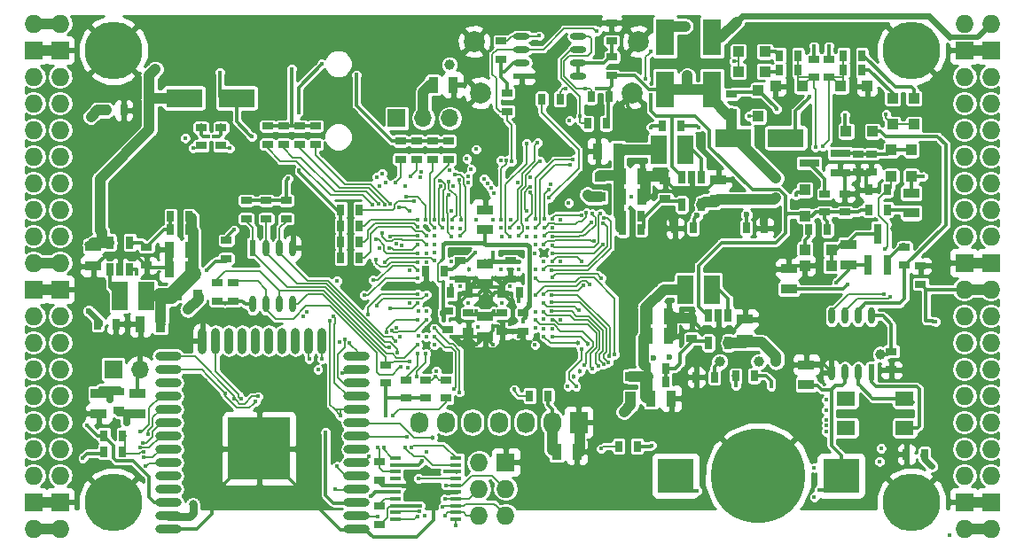
<source format=gbl>
G04 #@! TF.GenerationSoftware,KiCad,Pcbnew,5.0.0-rc2-dev-unknown+dfsg1+20180318-2*
G04 #@! TF.CreationDate,2018-05-20T22:20:08+02:00*
G04 #@! TF.ProjectId,ulx3s,756C7833732E6B696361645F70636200,rev?*
G04 #@! TF.SameCoordinates,Original*
G04 #@! TF.FileFunction,Copper,L4,Bot,Signal*
G04 #@! TF.FilePolarity,Positive*
%FSLAX46Y46*%
G04 Gerber Fmt 4.6, Leading zero omitted, Abs format (unit mm)*
G04 Created by KiCad (PCBNEW 5.0.0-rc2-dev-unknown+dfsg1+20180318-2) date Sun May 20 22:20:08 2018*
%MOMM*%
%LPD*%
G01*
G04 APERTURE LIST*
%ADD10R,1.500000X2.700000*%
%ADD11O,1.727200X1.727200*%
%ADD12R,1.727200X1.727200*%
%ADD13R,0.700000X1.200000*%
%ADD14C,5.500000*%
%ADD15R,1.000000X0.400000*%
%ADD16R,1.727200X2.032000*%
%ADD17O,1.727200X2.032000*%
%ADD18R,3.500000X3.300000*%
%ADD19C,9.000000*%
%ADD20R,0.600000X1.550000*%
%ADD21O,0.600000X1.550000*%
%ADD22O,2.500000X0.900000*%
%ADD23O,0.900000X2.500000*%
%ADD24R,6.000000X6.000000*%
%ADD25R,1.800000X1.400000*%
%ADD26R,0.970000X1.500000*%
%ADD27R,1.500000X0.970000*%
%ADD28R,0.670000X1.000000*%
%ADD29R,1.000000X0.670000*%
%ADD30C,2.000000*%
%ADD31R,1.000000X1.000000*%
%ADD32R,0.800000X1.900000*%
%ADD33R,1.900000X0.800000*%
%ADD34R,3.500000X1.800000*%
%ADD35R,1.800000X3.500000*%
%ADD36C,0.300000*%
%ADD37R,1.000000X0.845000*%
%ADD38R,0.845000X1.000000*%
%ADD39R,1.700000X1.700000*%
%ADD40O,1.700000X1.700000*%
%ADD41R,1.550000X0.600000*%
%ADD42O,1.550000X0.600000*%
%ADD43C,0.400000*%
%ADD44C,0.454000*%
%ADD45C,0.600000*%
%ADD46C,1.000000*%
%ADD47C,0.800000*%
%ADD48C,0.700000*%
%ADD49C,0.300000*%
%ADD50C,0.500000*%
%ADD51C,1.000000*%
%ADD52C,0.600000*%
%ADD53C,0.400000*%
%ADD54C,0.800000*%
%ADD55C,0.700000*%
%ADD56C,0.190000*%
%ADD57C,0.200000*%
%ADD58C,1.500000*%
%ADD59C,0.127000*%
%ADD60C,0.180000*%
%ADD61C,1.200000*%
%ADD62C,0.254000*%
G04 APERTURE END LIST*
D10*
X155060000Y-74755000D03*
X157600000Y-74755000D03*
X106165000Y-88725000D03*
X103625000Y-88725000D03*
X157600000Y-88090000D03*
X160140000Y-88090000D03*
D11*
X97910000Y-62690000D03*
X95370000Y-62690000D03*
D12*
X97910000Y-65230000D03*
X95370000Y-65230000D03*
D11*
X97910000Y-67770000D03*
X95370000Y-67770000D03*
X97910000Y-70310000D03*
X95370000Y-70310000D03*
X97910000Y-72850000D03*
X95370000Y-72850000D03*
X97910000Y-75390000D03*
X95370000Y-75390000D03*
X97910000Y-77930000D03*
X95370000Y-77930000D03*
X97910000Y-80470000D03*
X95370000Y-80470000D03*
X97910000Y-83010000D03*
X95370000Y-83010000D03*
X97910000Y-85550000D03*
X95370000Y-85550000D03*
D12*
X97910000Y-88090000D03*
X95370000Y-88090000D03*
D11*
X97910000Y-90630000D03*
X95370000Y-90630000D03*
X97910000Y-93170000D03*
X95370000Y-93170000D03*
X97910000Y-95710000D03*
X95370000Y-95710000D03*
X97910000Y-98250000D03*
X95370000Y-98250000D03*
X97910000Y-100790000D03*
X95370000Y-100790000D03*
X97910000Y-103330000D03*
X95370000Y-103330000D03*
X97910000Y-105870000D03*
X95370000Y-105870000D03*
D12*
X97910000Y-108410000D03*
X95370000Y-108410000D03*
D11*
X97910000Y-110950000D03*
X95370000Y-110950000D03*
D13*
X159825000Y-90600000D03*
X160775000Y-90600000D03*
X161725000Y-90600000D03*
X161725000Y-93200000D03*
X159825000Y-93200000D03*
X104575000Y-86215000D03*
X103625000Y-86215000D03*
X102675000Y-86215000D03*
X102675000Y-83615000D03*
X104575000Y-83615000D03*
X157285000Y-77392000D03*
X158235000Y-77392000D03*
X159185000Y-77392000D03*
X159185000Y-79992000D03*
X157285000Y-79992000D03*
D11*
X184270000Y-110950000D03*
X186810000Y-110950000D03*
D12*
X184270000Y-108410000D03*
X186810000Y-108410000D03*
D11*
X184270000Y-105870000D03*
X186810000Y-105870000D03*
X184270000Y-103330000D03*
X186810000Y-103330000D03*
X184270000Y-100790000D03*
X186810000Y-100790000D03*
X184270000Y-98250000D03*
X186810000Y-98250000D03*
X184270000Y-95710000D03*
X186810000Y-95710000D03*
X184270000Y-93170000D03*
X186810000Y-93170000D03*
X184270000Y-90630000D03*
X186810000Y-90630000D03*
X184270000Y-88090000D03*
X186810000Y-88090000D03*
D12*
X184270000Y-85550000D03*
X186810000Y-85550000D03*
D11*
X184270000Y-83010000D03*
X186810000Y-83010000D03*
X184270000Y-80470000D03*
X186810000Y-80470000D03*
X184270000Y-77930000D03*
X186810000Y-77930000D03*
X184270000Y-75390000D03*
X186810000Y-75390000D03*
X184270000Y-72850000D03*
X186810000Y-72850000D03*
X184270000Y-70310000D03*
X186810000Y-70310000D03*
X184270000Y-67770000D03*
X186810000Y-67770000D03*
D12*
X184270000Y-65230000D03*
X186810000Y-65230000D03*
D11*
X184270000Y-62690000D03*
X186810000Y-62690000D03*
D14*
X102990000Y-108410000D03*
X179190000Y-108410000D03*
X179190000Y-65230000D03*
X102990000Y-65230000D03*
D15*
X135735000Y-104215000D03*
X135735000Y-104865000D03*
X135735000Y-105515000D03*
X135735000Y-106165000D03*
X135735000Y-106815000D03*
X135735000Y-107465000D03*
X135735000Y-108115000D03*
X135735000Y-108765000D03*
X135735000Y-109415000D03*
X135735000Y-110065000D03*
X129935000Y-110065000D03*
X129935000Y-109415000D03*
X129935000Y-108765000D03*
X129935000Y-108115000D03*
X129935000Y-107465000D03*
X129935000Y-106815000D03*
X129935000Y-106165000D03*
X129935000Y-105515000D03*
X129935000Y-104865000D03*
X129935000Y-104215000D03*
D12*
X140455000Y-104600000D03*
D11*
X137915000Y-104600000D03*
X140455000Y-107140000D03*
X137915000Y-107140000D03*
X140455000Y-109680000D03*
X137915000Y-109680000D03*
D16*
X147440000Y-100790000D03*
D17*
X144900000Y-100790000D03*
X142360000Y-100790000D03*
X139820000Y-100790000D03*
X137280000Y-100790000D03*
X134740000Y-100790000D03*
X132200000Y-100790000D03*
D18*
X172485000Y-105870000D03*
X156685000Y-105870000D03*
D19*
X164585000Y-105870000D03*
D20*
X175395000Y-96015000D03*
D21*
X174125000Y-96015000D03*
X172855000Y-96015000D03*
X171585000Y-96015000D03*
X171585000Y-90615000D03*
X172855000Y-90615000D03*
X174125000Y-90615000D03*
X175395000Y-90615000D03*
D20*
X116325000Y-84120000D03*
D21*
X117595000Y-84120000D03*
X118865000Y-84120000D03*
X120135000Y-84120000D03*
X120135000Y-89520000D03*
X118865000Y-89520000D03*
X117595000Y-89520000D03*
X116325000Y-89520000D03*
D22*
X126230000Y-111000000D03*
X126230000Y-109730000D03*
X126230000Y-108460000D03*
X126230000Y-107190000D03*
X126230000Y-105920000D03*
X126230000Y-104650000D03*
X126230000Y-103380000D03*
X126230000Y-102110000D03*
X126230000Y-100840000D03*
X126230000Y-99570000D03*
X126230000Y-98300000D03*
X126230000Y-97030000D03*
X126230000Y-95760000D03*
X126230000Y-94490000D03*
D23*
X122945000Y-93000000D03*
X121675000Y-93000000D03*
X120405000Y-93000000D03*
X119135000Y-93000000D03*
X117865000Y-93000000D03*
X116595000Y-93000000D03*
X115325000Y-93000000D03*
X114055000Y-93000000D03*
X112785000Y-93000000D03*
X111515000Y-93000000D03*
D22*
X108230000Y-94490000D03*
X108230000Y-95760000D03*
X108230000Y-97030000D03*
X108230000Y-98300000D03*
X108230000Y-99570000D03*
X108230000Y-100840000D03*
X108230000Y-102110000D03*
X108230000Y-103380000D03*
X108230000Y-104650000D03*
X108230000Y-105920000D03*
X108230000Y-107190000D03*
X108230000Y-108460000D03*
X108230000Y-109730000D03*
X108230000Y-111000000D03*
D24*
X116930000Y-103300000D03*
D25*
X178576000Y-98522000D03*
X172976000Y-98522000D03*
X172976000Y-101322000D03*
X178576000Y-101322000D03*
D26*
X133546000Y-68550000D03*
X135456000Y-68550000D03*
D27*
X101085000Y-83960000D03*
X101085000Y-85870000D03*
D28*
X153985000Y-96910000D03*
X155735000Y-96910000D03*
D26*
X156015000Y-90630000D03*
X154105000Y-90630000D03*
X154105000Y-92535000D03*
X156015000Y-92535000D03*
D27*
X163315000Y-90945000D03*
X163315000Y-92855000D03*
D28*
X151645000Y-82375000D03*
X153395000Y-82375000D03*
D26*
X153475000Y-79200000D03*
X151565000Y-79200000D03*
X153475000Y-77295000D03*
X151565000Y-77295000D03*
D27*
X160775000Y-79520000D03*
X160775000Y-77610000D03*
D28*
X108465000Y-81105000D03*
X110215000Y-81105000D03*
D26*
X108385000Y-84280000D03*
X110295000Y-84280000D03*
X110295000Y-86185000D03*
X108385000Y-86185000D03*
D27*
X173221000Y-83833000D03*
X173221000Y-85743000D03*
D29*
X175380000Y-76900000D03*
X175380000Y-75150000D03*
D27*
X105276000Y-99967000D03*
X105276000Y-98057000D03*
X167506000Y-88029000D03*
X167506000Y-86119000D03*
X138500000Y-90665000D03*
X138500000Y-92575000D03*
D29*
X150589600Y-64359000D03*
X150589600Y-62609000D03*
D27*
X138500000Y-82375000D03*
X138500000Y-80465000D03*
X138500000Y-87575000D03*
X138500000Y-85665000D03*
X101593000Y-99967000D03*
X101593000Y-98057000D03*
D26*
X154359000Y-98504000D03*
X156269000Y-98504000D03*
X105591000Y-91392000D03*
X107501000Y-91392000D03*
X151189000Y-74882000D03*
X149279000Y-74882000D03*
D29*
X140900000Y-87095000D03*
X140900000Y-85345000D03*
X136100000Y-87095000D03*
X136100000Y-85345000D03*
X136900000Y-92095000D03*
X136900000Y-90345000D03*
X140100000Y-90345000D03*
X140100000Y-92095000D03*
X142100000Y-92095000D03*
X142100000Y-90345000D03*
X134900000Y-90145000D03*
X134900000Y-91895000D03*
D28*
X135225000Y-88420000D03*
X136975000Y-88420000D03*
X140025000Y-88420000D03*
X141775000Y-88420000D03*
X163425000Y-82220000D03*
X165175000Y-82220000D03*
X158375000Y-82220000D03*
X156625000Y-82220000D03*
D29*
X177300000Y-94025000D03*
X177300000Y-95775000D03*
D26*
X145342000Y-103584000D03*
X147252000Y-103584000D03*
D28*
X103995000Y-70963000D03*
X102245000Y-70963000D03*
X103245000Y-91410000D03*
X101495000Y-91410000D03*
D29*
X180094000Y-87586000D03*
X180094000Y-85836000D03*
D28*
X180473000Y-103856000D03*
X178723000Y-103856000D03*
X158645000Y-96490000D03*
X160395000Y-96490000D03*
X132827200Y-86330000D03*
X134577200Y-86330000D03*
D27*
X169172000Y-95281000D03*
X169172000Y-97191000D03*
X179190000Y-80790000D03*
X179190000Y-78880000D03*
D30*
X152546000Y-69312000D03*
X138046000Y-69312000D03*
X153146000Y-64412000D03*
X137446000Y-64412000D03*
D31*
X169050000Y-84280000D03*
X171550000Y-84280000D03*
X169030000Y-78585000D03*
X169030000Y-81085000D03*
X171550000Y-85804000D03*
X169050000Y-85804000D03*
X179190000Y-74775000D03*
X179190000Y-77275000D03*
X177285000Y-77275000D03*
X177285000Y-74775000D03*
X172987000Y-72977000D03*
X175487000Y-72977000D03*
X164585000Y-69060000D03*
X164585000Y-71560000D03*
X168756000Y-68659000D03*
X166256000Y-68659000D03*
X174979000Y-68659000D03*
X172479000Y-68659000D03*
X165200000Y-67262000D03*
X162700000Y-67262000D03*
X162700000Y-65357000D03*
X165200000Y-65357000D03*
X177412000Y-72322000D03*
X177412000Y-69822000D03*
X179444000Y-69822000D03*
X179444000Y-72322000D03*
D32*
X176015000Y-82780000D03*
X175065000Y-85780000D03*
X176965000Y-85780000D03*
D33*
X172435000Y-75075000D03*
X172435000Y-76975000D03*
X169435000Y-76025000D03*
D34*
X114761000Y-69802000D03*
X109761000Y-69802000D03*
X167212000Y-73612000D03*
X162212000Y-73612000D03*
D35*
X155695000Y-69000000D03*
X155695000Y-64000000D03*
X160140000Y-69000000D03*
X160140000Y-64000000D03*
D36*
X182888000Y-111603000D03*
D29*
X113277000Y-74360000D03*
X113277000Y-72610000D03*
X111372000Y-72610000D03*
X111372000Y-74360000D03*
D28*
X155455000Y-72487000D03*
X157205000Y-72487000D03*
D29*
X171316000Y-66090000D03*
X171316000Y-67840000D03*
X169919000Y-67840000D03*
X169919000Y-66090000D03*
D28*
X174477000Y-65738000D03*
X172727000Y-65738000D03*
D29*
X128390000Y-106321000D03*
X128390000Y-104571000D03*
X117722000Y-72483000D03*
X117722000Y-74233000D03*
X119246000Y-74233000D03*
X119246000Y-72483000D03*
X120770000Y-72483000D03*
X120770000Y-74233000D03*
X122294000Y-74233000D03*
X122294000Y-72483000D03*
D28*
X145655000Y-69900000D03*
X143905000Y-69900000D03*
D37*
X152393000Y-96398500D03*
X152393000Y-98323500D03*
D38*
X111064500Y-88598000D03*
X109139500Y-88598000D03*
D37*
X149472000Y-77348500D03*
X149472000Y-79273500D03*
D39*
X102990000Y-95710000D03*
D40*
X105530000Y-95710000D03*
D39*
X130056000Y-71725000D03*
D40*
X132596000Y-71725000D03*
X135136000Y-71725000D03*
D28*
X166631000Y-65738000D03*
X168381000Y-65738000D03*
X124721000Y-85060000D03*
X126471000Y-85060000D03*
X126471000Y-83536000D03*
X124721000Y-83536000D03*
X126471000Y-82012000D03*
X124721000Y-82012000D03*
X124721000Y-80470000D03*
X126471000Y-80470000D03*
D29*
X130422000Y-73898000D03*
X130422000Y-75648000D03*
X131961000Y-75648000D03*
X131961000Y-73898000D03*
X133485000Y-73898000D03*
X133485000Y-75648000D03*
X135009000Y-75648000D03*
X135009000Y-73898000D03*
X113785000Y-83405000D03*
X113785000Y-85155000D03*
D28*
X151264000Y-103076000D03*
X153014000Y-103076000D03*
X164190000Y-96345000D03*
X162440000Y-96345000D03*
D29*
X178555000Y-85790000D03*
X178555000Y-84040000D03*
X112896000Y-89219000D03*
X112896000Y-87469000D03*
X170935000Y-80710000D03*
X170935000Y-78960000D03*
D28*
X103865000Y-102060000D03*
X102115000Y-102060000D03*
D29*
X114420000Y-89219000D03*
X114420000Y-87469000D03*
D28*
X171175000Y-82375000D03*
X169425000Y-82375000D03*
D29*
X172840000Y-80710000D03*
X172840000Y-78960000D03*
X162045000Y-69435000D03*
X162045000Y-71185000D03*
D28*
X175140000Y-80470000D03*
X176890000Y-80470000D03*
D29*
X174110000Y-75150000D03*
X174110000Y-76900000D03*
X128390000Y-110555000D03*
X128390000Y-108805000D03*
X119500000Y-79595000D03*
X119500000Y-81345000D03*
D28*
X176890000Y-78565000D03*
X175140000Y-78565000D03*
D29*
X140025500Y-66105000D03*
X140025500Y-64355000D03*
X140597000Y-71076000D03*
X140597000Y-69326000D03*
X150615000Y-65897000D03*
X150615000Y-67647000D03*
D28*
X150050000Y-72215000D03*
X148300000Y-72215000D03*
X150362000Y-69693000D03*
X148612000Y-69693000D03*
D29*
X129025000Y-95300000D03*
X129025000Y-97050000D03*
X117595000Y-79595000D03*
X117595000Y-81345000D03*
X115690000Y-81345000D03*
X115690000Y-79595000D03*
D28*
X142755000Y-98250000D03*
X144505000Y-98250000D03*
D29*
X132835000Y-98490000D03*
X132835000Y-96740000D03*
X130930000Y-96740000D03*
X130930000Y-98490000D03*
D28*
X103865000Y-103600000D03*
X102115000Y-103600000D03*
D29*
X103498000Y-99633000D03*
X103498000Y-97883000D03*
X134740000Y-96740000D03*
X134740000Y-98490000D03*
D28*
X166631000Y-67135000D03*
X168381000Y-67135000D03*
X172725000Y-67120000D03*
X174475000Y-67120000D03*
X155735000Y-95640000D03*
X153985000Y-95640000D03*
X108465000Y-82375000D03*
X110215000Y-82375000D03*
X153395000Y-81105000D03*
X151645000Y-81105000D03*
D29*
X158235000Y-91025000D03*
X158235000Y-92775000D03*
X106165000Y-85790000D03*
X106165000Y-84040000D03*
X155695000Y-77690000D03*
X155695000Y-79440000D03*
D41*
X141980000Y-67706500D03*
D42*
X141980000Y-66436500D03*
X141980000Y-65166500D03*
X141980000Y-63896500D03*
X147380000Y-63896500D03*
X147380000Y-65166500D03*
X147380000Y-66436500D03*
X147380000Y-67706500D03*
D43*
X124632693Y-93120351D03*
X141742847Y-69038361D03*
X152408000Y-72169500D03*
X138480000Y-92600000D03*
X140080000Y-92600000D03*
X135280000Y-87000000D03*
X145687392Y-90996646D03*
D44*
X141675979Y-86986521D03*
D43*
X140876932Y-84552536D03*
X132882184Y-84635369D03*
X132879996Y-82103336D03*
X140922639Y-81447441D03*
X177287984Y-96778661D03*
D45*
X152510125Y-81695229D03*
D43*
X131264297Y-86227110D03*
X173856000Y-71538990D03*
D46*
X164947008Y-63194069D03*
X175494572Y-64322557D03*
D43*
X135342764Y-89381630D03*
X144103496Y-84660400D03*
D46*
X177658444Y-82281349D03*
D43*
X145680000Y-81405125D03*
X145691238Y-94166752D03*
D46*
X162956098Y-95078488D03*
X158539988Y-94868772D03*
D45*
X161075765Y-80992022D03*
X164882869Y-80938986D03*
X156262773Y-81349374D03*
D43*
X149169500Y-68867500D03*
D45*
X123437000Y-108972000D03*
D43*
X135281276Y-80583119D03*
X131279502Y-89407325D03*
X170309539Y-85441529D03*
X145672808Y-85396062D03*
X133216000Y-107465000D03*
X137680000Y-88600000D03*
X142480000Y-95000000D03*
X141680000Y-92600000D03*
X135284627Y-94985297D03*
X135288625Y-94225619D03*
X134455822Y-94267172D03*
X136095958Y-93369652D03*
D44*
X139264636Y-91615205D03*
D46*
X116880503Y-64802940D03*
X106974809Y-64953974D03*
D43*
X140874194Y-91433353D03*
X142480000Y-94200000D03*
X140880000Y-93400000D03*
X139280000Y-93400000D03*
X137680000Y-93400000D03*
X136880000Y-92600000D03*
X135280000Y-92600000D03*
X132880000Y-91800000D03*
X132880000Y-93400000D03*
D44*
X139280000Y-87000000D03*
X137680000Y-87000000D03*
X136080000Y-84600000D03*
X139280000Y-88600000D03*
D46*
X166275426Y-77459534D03*
X107021491Y-67043629D03*
D43*
X172047074Y-87438453D03*
D46*
X166255545Y-79350736D03*
X157807568Y-67669269D03*
X101707889Y-82423180D03*
X166284693Y-95025145D03*
X157600000Y-62944000D03*
D43*
X119692151Y-77494120D03*
X135263000Y-87727000D03*
X141740000Y-89250994D03*
D45*
X156091000Y-94585000D03*
D43*
X140032430Y-67286930D03*
X137803000Y-91664000D03*
D45*
X181155918Y-104980708D03*
D43*
X171089123Y-98665996D03*
X171089123Y-99619659D03*
D46*
X135105588Y-66616618D03*
D43*
X181491000Y-91156000D03*
X113660608Y-89375718D03*
D46*
X148268387Y-79050018D03*
D43*
X158870000Y-72596000D03*
X114513935Y-82409431D03*
X109840000Y-73620000D03*
X132110753Y-92527478D03*
X165803369Y-97344883D03*
D46*
X160905403Y-95006436D03*
D45*
X158731133Y-81048929D03*
X154593901Y-94607945D03*
D46*
X164625730Y-94982471D03*
D45*
X163462982Y-80942429D03*
D46*
X176254940Y-94288458D03*
D47*
X110593913Y-108636458D03*
D43*
X180340784Y-77316932D03*
X173137949Y-87594275D03*
D48*
X102710050Y-98594954D03*
D43*
X129005202Y-100174798D03*
X176305593Y-103279812D03*
X100080000Y-104200000D03*
X139272517Y-84611349D03*
X141680000Y-86200000D03*
X132880000Y-92600000D03*
X141680000Y-85400000D03*
X121494155Y-90235621D03*
X130019546Y-91732979D03*
X121166000Y-90648000D03*
X130384540Y-92584728D03*
X146394787Y-97333919D03*
X143300000Y-86220000D03*
X144891603Y-91881937D03*
X147175985Y-97333919D03*
X147700000Y-93820000D03*
X142107219Y-91201016D03*
D46*
X110128890Y-90028152D03*
D43*
X142480000Y-83800000D03*
X134480000Y-83800000D03*
X134480000Y-91000000D03*
X154313000Y-69502500D03*
X120664983Y-71227362D03*
X122926177Y-66532317D03*
X105245010Y-86595559D03*
X162441000Y-97270000D03*
X169517039Y-69686488D03*
X170411010Y-107286196D03*
X158716651Y-107325176D03*
X136050273Y-97914229D03*
X128216338Y-109760338D03*
X132708000Y-109680000D03*
X134750646Y-106810513D03*
X133680000Y-91800000D03*
X135517000Y-97633000D03*
X134675868Y-108131585D03*
D44*
X133449289Y-102232615D03*
D43*
X133680000Y-92600000D03*
X132928488Y-103601340D03*
X127419091Y-104077728D03*
X133685482Y-93402296D03*
X134463998Y-108841973D03*
X131986331Y-96404793D03*
X131039072Y-102187000D03*
X134636872Y-109719950D03*
X132846234Y-94197073D03*
X176700000Y-84220000D03*
X143260000Y-84620000D03*
X120739932Y-76694083D03*
X126204504Y-67585368D03*
X148090000Y-68867500D03*
X147582000Y-71534498D03*
X127810351Y-87182069D03*
X121687479Y-94718249D03*
X132083026Y-86260405D03*
X116569594Y-98828850D03*
X113700000Y-98020000D03*
X122932649Y-94724357D03*
X124849021Y-96102869D03*
X122527919Y-95725900D03*
X113157250Y-67343629D03*
X116198000Y-73474420D03*
X127586603Y-107875044D03*
X146233418Y-68946082D03*
X131453853Y-103208291D03*
X149787294Y-81774991D03*
X144080000Y-86200000D03*
X149553145Y-86989440D03*
X144894316Y-86977564D03*
X144896700Y-83863953D03*
X149527221Y-80838006D03*
D44*
X147343891Y-93217126D03*
D43*
X144113248Y-92588762D03*
X149853189Y-81252115D03*
X144875155Y-86292748D03*
X144916886Y-83019942D03*
X148696112Y-80861847D03*
D44*
X148349010Y-93322307D03*
D43*
X144882352Y-92577990D03*
X144902941Y-91037926D03*
X148747982Y-95669626D03*
X144867244Y-90193915D03*
X149795895Y-95251084D03*
X144856756Y-89349904D03*
X150278898Y-95040253D03*
X150345974Y-94517527D03*
X144877648Y-88622010D03*
X150889207Y-94332565D03*
X143280000Y-87000000D03*
X129972715Y-93035096D03*
X131084713Y-95564177D03*
X130422000Y-95456000D03*
X131316164Y-94959140D03*
X130123373Y-94122671D03*
X132031990Y-93400000D03*
X129362027Y-93645784D03*
X141280657Y-97642010D03*
X133852393Y-95875797D03*
X133762848Y-96395146D03*
X132080000Y-94200000D03*
X128452683Y-84116867D03*
X105890482Y-103613569D03*
X129449238Y-89937935D03*
X130839477Y-103208987D03*
X132075624Y-89410644D03*
X128806823Y-103185900D03*
X128136791Y-89611518D03*
X132162861Y-106185868D03*
X132880000Y-88600000D03*
X126970181Y-88659309D03*
X124322162Y-105002357D03*
X132080000Y-87000000D03*
X125525099Y-93236764D03*
X124202418Y-107207639D03*
X110599084Y-74589383D03*
X132024412Y-109766775D03*
X114104080Y-74612196D03*
X132219727Y-109277292D03*
X115190634Y-98572389D03*
X131677570Y-79697994D03*
X132088008Y-81408008D03*
X132079995Y-82103334D03*
X132872609Y-82947347D03*
X133664491Y-81414685D03*
X133648389Y-82190597D03*
X131353451Y-77264702D03*
X129920953Y-77910818D03*
X129568570Y-92005655D03*
X132880000Y-91000000D03*
X129055731Y-92162718D03*
X132077338Y-91002010D03*
X131265176Y-80621782D03*
X130272149Y-80238214D03*
X128091794Y-85277024D03*
X132089786Y-85479378D03*
X146565997Y-71979003D03*
X134250176Y-78253806D03*
X163703220Y-71542164D03*
X134433979Y-82180155D03*
X135656559Y-110610712D03*
X149577281Y-103320847D03*
X132468001Y-104503413D03*
D48*
X104260000Y-100790000D03*
D43*
X114560994Y-98539563D03*
X116800000Y-98320000D03*
X111895217Y-86253790D03*
X169934000Y-107920000D03*
X169934000Y-105126000D03*
X170026483Y-74485017D03*
X142571021Y-82204353D03*
X143287402Y-83042010D03*
X154425580Y-102987766D03*
X168166438Y-79108038D03*
X112614274Y-73474420D03*
X112074854Y-73474420D03*
X176185734Y-104520755D03*
X143269694Y-93414905D03*
X171089123Y-101653244D03*
X143280000Y-91800000D03*
X171089123Y-101086833D03*
X144064831Y-91877646D03*
X171089123Y-100559822D03*
X144080000Y-90956495D03*
X135315381Y-82193851D03*
X135414395Y-78229653D03*
X135129679Y-76730134D03*
X136124555Y-82260038D03*
X135587699Y-77140701D03*
X136080000Y-83000000D03*
X142785835Y-77341923D03*
X170739071Y-74406366D03*
X142460000Y-83020000D03*
X143280000Y-83800000D03*
X169919000Y-64849000D03*
X171316000Y-64849000D03*
X125110333Y-92897638D03*
X182888000Y-111603000D03*
X124361185Y-87274371D03*
X124361184Y-87274370D03*
X172853718Y-71407275D03*
X166353476Y-70835462D03*
X123273881Y-101715917D03*
X129660000Y-100155000D03*
X128247798Y-103208979D03*
X127301115Y-90454353D03*
X132084049Y-88558274D03*
X120008000Y-67008000D03*
X129437600Y-79946788D03*
X133680000Y-83000000D03*
X128908575Y-79985477D03*
X133680000Y-83800000D03*
X128328791Y-79953099D03*
X130487935Y-83869856D03*
X133623139Y-85366416D03*
X127749884Y-79991140D03*
X128913013Y-85505853D03*
X129992018Y-83691508D03*
X136080000Y-87800000D03*
X137624890Y-90122896D03*
X139322319Y-90164039D03*
X140080000Y-89400000D03*
X136880000Y-89400000D03*
X140896226Y-87816226D03*
D44*
X136938110Y-86196311D03*
D43*
X140014602Y-86192969D03*
D46*
X151758000Y-99774000D03*
D43*
X135021320Y-79024950D03*
X135280000Y-83022010D03*
X154298000Y-72596000D03*
X100450000Y-101044000D03*
X132285867Y-108754446D03*
X134707351Y-105508447D03*
X139280000Y-81400000D03*
X139314656Y-78918689D03*
X139039938Y-78419090D03*
X138722927Y-77981589D03*
X138405916Y-77551542D03*
X137625200Y-74696800D03*
X137680000Y-81400000D03*
X136742593Y-75579407D03*
X137174375Y-76624866D03*
X136863200Y-77287600D03*
X136894606Y-77861070D03*
X136048819Y-77645502D03*
X136233339Y-81437235D03*
X135359567Y-81395445D03*
X135034780Y-77831198D03*
X134508502Y-81406751D03*
X134177298Y-77721089D03*
D44*
X146942280Y-96452058D03*
X147534467Y-95913260D03*
D43*
X147928857Y-95339016D03*
X143322010Y-91000657D03*
X149284391Y-95377990D03*
X144077013Y-90266968D03*
X147430953Y-90112484D03*
X144076240Y-89395301D03*
X143322010Y-90201951D03*
X147910791Y-87683418D03*
X144082832Y-88584510D03*
X148483539Y-87623462D03*
X143322010Y-88595030D03*
X144102010Y-85397219D03*
X144889349Y-85448737D03*
X147687390Y-85374093D03*
X144912409Y-84657964D03*
X149732494Y-83807694D03*
X148921512Y-83442010D03*
X144103186Y-83777990D03*
X144131413Y-83000000D03*
X148610661Y-81705858D03*
X144888125Y-82175931D03*
X144176662Y-82199998D03*
X148175253Y-80781550D03*
X144887777Y-81331919D03*
X147688311Y-80983115D03*
X142450323Y-81420000D03*
X142811300Y-78846033D03*
X142784407Y-78283067D03*
X142460000Y-80620000D03*
X144138346Y-81383767D03*
X144606344Y-78517346D03*
X144791531Y-78023942D03*
X146587441Y-76174058D03*
X143332651Y-82197990D03*
X146909804Y-75707894D03*
X143294334Y-81377293D03*
X143708879Y-75817300D03*
X141727010Y-82998875D03*
X141727010Y-82194937D03*
X140028978Y-82200000D03*
X141624813Y-77914503D03*
X142436989Y-74138000D03*
X140861329Y-83041266D03*
X143518000Y-74074500D03*
X140872990Y-82177164D03*
X132309031Y-77342560D03*
X132428734Y-76829323D03*
X128644933Y-77015661D03*
X128152012Y-77332672D03*
X128446805Y-78179514D03*
X128961752Y-77878818D03*
X130878594Y-78253288D03*
X132820479Y-81400981D03*
X130952639Y-79249008D03*
X129458086Y-83004065D03*
X132079024Y-82947345D03*
X105572759Y-101661319D03*
X132881746Y-83791358D03*
X128691780Y-82737217D03*
X106276126Y-101893466D03*
X105840996Y-102767214D03*
X129302562Y-84153497D03*
X132083682Y-83791356D03*
X128062071Y-83328884D03*
X105553144Y-103208669D03*
X132092886Y-84635367D03*
X105847765Y-104138847D03*
X133671942Y-84595200D03*
X132896883Y-85469380D03*
X106088753Y-104974041D03*
X123709657Y-91064721D03*
X124707442Y-100126977D03*
X132900000Y-90180000D03*
X124015020Y-90635192D03*
X132100000Y-90157990D03*
X139992737Y-75748003D03*
X162271466Y-66284958D03*
X140028978Y-81400000D03*
X140517734Y-75793988D03*
X176797084Y-71341791D03*
X154313000Y-65375000D03*
X153805000Y-67996270D03*
X176605426Y-88507160D03*
X152497066Y-79193467D03*
X146481406Y-79819384D03*
X143650666Y-63862520D03*
X177211069Y-88764025D03*
X141042112Y-75846610D03*
X140060000Y-83020000D03*
X149134122Y-63424051D03*
X144606344Y-79361357D03*
D46*
X100855891Y-71574861D03*
D43*
X135280000Y-85400000D03*
D45*
X100652119Y-90162239D03*
D43*
X137550785Y-84577294D03*
X135280000Y-86200000D03*
D49*
X152154000Y-69704000D02*
X152154000Y-70610213D01*
X152154000Y-70610213D02*
X152408000Y-70864213D01*
X152408000Y-70864213D02*
X152408000Y-72169500D01*
X152903398Y-83282000D02*
X152510125Y-82888727D01*
X154588000Y-83282000D02*
X152903398Y-83282000D01*
X152510125Y-82888727D02*
X152510125Y-82119493D01*
X155650000Y-82220000D02*
X154588000Y-83282000D01*
X156262773Y-81349374D02*
X156262773Y-81932773D01*
X156550000Y-82220000D02*
X155650000Y-82220000D01*
X156262773Y-81932773D02*
X156550000Y-82220000D01*
X152510125Y-82119493D02*
X152510125Y-81695229D01*
X169172000Y-95193500D02*
X170763500Y-95193500D01*
X170763500Y-95193500D02*
X171585000Y-96015000D01*
D50*
X136188509Y-87050148D02*
X136609374Y-87050148D01*
X136609374Y-87050148D02*
X136850000Y-87290774D01*
X136850000Y-87290774D02*
X136850000Y-88027041D01*
D49*
X135280000Y-87000000D02*
X136070000Y-87000000D01*
X136070000Y-87000000D02*
X136100000Y-86970000D01*
X141662500Y-87000000D02*
X141675979Y-86986521D01*
X139280000Y-87000000D02*
X141662500Y-87000000D01*
X141354953Y-86986521D02*
X141675979Y-86986521D01*
X140773938Y-86994997D02*
X140782414Y-86986521D01*
X140782414Y-86986521D02*
X141354953Y-86986521D01*
X133680000Y-91000000D02*
X132880000Y-91800000D01*
X134450000Y-91770000D02*
X133680000Y-91000000D01*
X134900000Y-91770000D02*
X134450000Y-91770000D01*
X177300000Y-95850000D02*
X177300000Y-96766645D01*
X177300000Y-96766645D02*
X177287984Y-96778661D01*
X139163860Y-75537864D02*
X137472985Y-77228739D01*
X139163860Y-73733860D02*
X139163860Y-75537864D01*
X137472985Y-77228739D02*
X137472985Y-78092985D01*
X137680000Y-71550000D02*
X137680000Y-72250000D01*
X137680000Y-72250000D02*
X139163860Y-73733860D01*
X138500000Y-79120000D02*
X138500000Y-80170000D01*
X137472985Y-78092985D02*
X138500000Y-79120000D01*
X105276000Y-97762000D02*
X105276000Y-95964000D01*
X105276000Y-95964000D02*
X105530000Y-95710000D01*
X138500000Y-87870000D02*
X137137029Y-87870000D01*
X137137029Y-87870000D02*
X136979988Y-88027041D01*
X136979988Y-88027041D02*
X136850000Y-88027041D01*
X140150000Y-88420000D02*
X140150000Y-87836000D01*
X140150000Y-87836000D02*
X140150000Y-87618935D01*
X138500000Y-87870000D02*
X140116000Y-87870000D01*
X140116000Y-87870000D02*
X140150000Y-87836000D01*
X139280000Y-88600000D02*
X139230000Y-88600000D01*
X139230000Y-88600000D02*
X138500000Y-87870000D01*
X137680000Y-88600000D02*
X137770000Y-88600000D01*
X137770000Y-88600000D02*
X138500000Y-87870000D01*
D51*
X147547000Y-103584000D02*
X147547000Y-100897000D01*
D49*
X147547000Y-100897000D02*
X147440000Y-100790000D01*
X175494572Y-64322557D02*
X166075496Y-64322557D01*
X166075496Y-64322557D02*
X165447007Y-63694068D01*
X165447007Y-63694068D02*
X164947008Y-63194069D01*
X164882869Y-80938986D02*
X164882869Y-81852869D01*
X164882869Y-81852869D02*
X165250000Y-82220000D01*
X139264636Y-91615205D02*
X139745205Y-91615205D01*
X139745205Y-91615205D02*
X140100000Y-91970000D01*
D50*
X140150000Y-88420000D02*
X140150000Y-87606614D01*
X140150000Y-87606614D02*
X139543386Y-87000000D01*
D49*
X139543386Y-87000000D02*
X139280000Y-87000000D01*
D50*
X140150000Y-87618935D02*
X140773938Y-86994997D01*
D49*
X137680000Y-87000000D02*
X137680000Y-87050000D01*
X137680000Y-87050000D02*
X138500000Y-87870000D01*
X139280000Y-87000000D02*
X139280000Y-87090000D01*
X139280000Y-87090000D02*
X138500000Y-87870000D01*
X140150000Y-88420000D02*
X141150000Y-89420000D01*
X140150000Y-88420000D02*
X139460000Y-88420000D01*
X139460000Y-88420000D02*
X139280000Y-88600000D01*
X137680000Y-87000000D02*
X137680000Y-87298789D01*
D50*
X137680000Y-87298789D02*
X136850000Y-88128789D01*
D49*
X136850000Y-88128789D02*
X136850000Y-88420000D01*
X136110990Y-86995403D02*
X136110990Y-87288031D01*
X136850000Y-88027041D02*
X136850000Y-88420000D01*
X136110990Y-86995403D02*
X137675403Y-86995403D01*
X137675403Y-86995403D02*
X137680000Y-87000000D01*
X135850000Y-90220000D02*
X135850000Y-89545000D01*
X135850000Y-89545000D02*
X136795000Y-88600000D01*
X136795000Y-88600000D02*
X137397158Y-88600000D01*
X137397158Y-88600000D02*
X137680000Y-88600000D01*
X173236000Y-86249527D02*
X173236000Y-85758000D01*
X172047074Y-87438453D02*
X173236000Y-86249527D01*
X173236000Y-85758000D02*
X173221000Y-85743000D01*
X173221000Y-85743000D02*
X175028000Y-85743000D01*
X175028000Y-85743000D02*
X175065000Y-85780000D01*
D51*
X166245264Y-79350736D02*
X166076000Y-79520000D01*
X166255545Y-79350736D02*
X166245264Y-79350736D01*
X166076000Y-79520000D02*
X160775000Y-79520000D01*
D49*
X160742000Y-79520000D02*
X160536000Y-79726000D01*
X160775000Y-79520000D02*
X160742000Y-79520000D01*
D51*
X160536000Y-79726000D02*
X159451000Y-79726000D01*
X159451000Y-79726000D02*
X159185000Y-79992000D01*
D49*
X150249000Y-69806000D02*
X150249000Y-72016000D01*
X150249000Y-72016000D02*
X150050000Y-72215000D01*
X150362000Y-69693000D02*
X150249000Y-69806000D01*
X150615000Y-67647000D02*
X152770962Y-67647000D01*
X152770962Y-67647000D02*
X154123962Y-69000000D01*
X150362000Y-68881500D02*
X150615000Y-68628500D01*
X150615000Y-68628500D02*
X150615000Y-67647000D01*
X154123962Y-69000000D02*
X155695000Y-69000000D01*
X149452342Y-68867500D02*
X150376000Y-68867500D01*
X150362000Y-68881500D02*
X150376000Y-68867500D01*
X150362000Y-69693000D02*
X150362000Y-68881500D01*
X149169500Y-68867500D02*
X149452342Y-68867500D01*
X133415999Y-107664999D02*
X133216000Y-107465000D01*
X133612013Y-107861013D02*
X133415999Y-107664999D01*
X131991648Y-111780338D02*
X133612013Y-110159973D01*
X127810434Y-111780338D02*
X131991648Y-111780338D01*
X133612013Y-110159973D02*
X133612013Y-107861013D01*
X127060434Y-111030338D02*
X127810434Y-111780338D01*
X126260434Y-111030338D02*
X127060434Y-111030338D01*
D51*
X184270000Y-108410000D02*
X186810000Y-108410000D01*
X184270000Y-85550000D02*
X186810000Y-85550000D01*
X184270000Y-65230000D02*
X186810000Y-65230000D01*
X95370000Y-65230000D02*
X97910000Y-65230000D01*
X95370000Y-88090000D02*
X97910000Y-88090000D01*
X95370000Y-108410000D02*
X97910000Y-108410000D01*
D49*
X108260434Y-111030338D02*
X109060434Y-111030338D01*
X109060434Y-111030338D02*
X109140772Y-110950000D01*
X110957617Y-110950000D02*
X112380000Y-109527617D01*
X109140772Y-110950000D02*
X110957617Y-110950000D01*
X112380000Y-109527617D02*
X112380000Y-107854384D01*
X112380000Y-107854384D02*
X116904046Y-103330338D01*
X116904046Y-103330338D02*
X116960434Y-103330338D01*
X167506000Y-85824000D02*
X169927068Y-85824000D01*
X169927068Y-85824000D02*
X170109540Y-85641528D01*
X170109540Y-85641528D02*
X170309539Y-85441529D01*
X133216000Y-107465000D02*
X132214478Y-107465000D01*
X135735000Y-107465000D02*
X133216000Y-107465000D01*
X132214478Y-107465000D02*
X131572496Y-106823018D01*
X131572496Y-106823018D02*
X129919874Y-106823018D01*
X126260434Y-111030338D02*
X124660659Y-111030338D01*
X124660659Y-111030338D02*
X116960659Y-103330338D01*
X116960659Y-103330338D02*
X116960434Y-103330338D01*
X129935000Y-106815000D02*
X128659000Y-106815000D01*
X128659000Y-106815000D02*
X128390000Y-106546000D01*
X128390000Y-106546000D02*
X128558000Y-106546000D01*
X136126306Y-93400000D02*
X136095958Y-93369652D01*
X136880000Y-92600000D02*
X136110348Y-93369652D01*
X136049652Y-93369652D02*
X136095958Y-93369652D01*
X137680000Y-93400000D02*
X136126306Y-93400000D01*
X135280000Y-92600000D02*
X136049652Y-93369652D01*
X136110348Y-93369652D02*
X136095958Y-93369652D01*
X139264636Y-92054364D02*
X139264636Y-91936231D01*
X139264636Y-91936231D02*
X139264636Y-91615205D01*
X138550000Y-92769000D02*
X139264636Y-92054364D01*
X136880000Y-92600000D02*
X137680000Y-93400000D01*
X136880000Y-92600000D02*
X138381000Y-92600000D01*
X138381000Y-92600000D02*
X138550000Y-92769000D01*
X135280000Y-92600000D02*
X136880000Y-92600000D01*
X138550000Y-92769000D02*
X138649000Y-92769000D01*
X138649000Y-92769000D02*
X139280000Y-93400000D01*
X138550000Y-92769000D02*
X138311000Y-92769000D01*
X138311000Y-92769000D02*
X137680000Y-93400000D01*
X102210000Y-84915000D02*
X103625000Y-84915000D01*
X103625000Y-84915000D02*
X105215000Y-84915000D01*
X103625000Y-86215000D02*
X103625000Y-84915000D01*
X105215000Y-84915000D02*
X106165000Y-85865000D01*
X106165000Y-85865000D02*
X106165000Y-86015000D01*
X101085000Y-86165000D02*
X101085000Y-86040000D01*
X101085000Y-86040000D02*
X102210000Y-84915000D01*
X106165000Y-86015000D02*
X107920000Y-86015000D01*
X107920000Y-86015000D02*
X108090000Y-86185000D01*
D51*
X153770000Y-77295000D02*
X155525000Y-77295000D01*
D49*
X155525000Y-77295000D02*
X155695000Y-77465000D01*
D51*
X153770000Y-79200000D02*
X153770000Y-77295000D01*
D49*
X174110000Y-77125000D02*
X174745000Y-77125000D01*
X174745000Y-77125000D02*
X175230000Y-77125000D01*
X174915000Y-78565000D02*
X174915000Y-77295000D01*
X174915000Y-77295000D02*
X174745000Y-77125000D01*
X172840000Y-78735000D02*
X172840000Y-77380000D01*
X172840000Y-77380000D02*
X172435000Y-76975000D01*
X175230000Y-77125000D02*
X175380000Y-76975000D01*
X172435000Y-76975000D02*
X173960000Y-76975000D01*
X173960000Y-76975000D02*
X174110000Y-77125000D01*
X159850000Y-78365000D02*
X158235000Y-78365000D01*
X158235000Y-78365000D02*
X156445000Y-78365000D01*
X158235000Y-77235000D02*
X158235000Y-78365000D01*
X160775000Y-77315000D02*
X160775000Y-77440000D01*
X160775000Y-77440000D02*
X159850000Y-78365000D01*
X156445000Y-78365000D02*
X155695000Y-77615000D01*
X155695000Y-77615000D02*
X155695000Y-77465000D01*
D51*
X156310000Y-90630000D02*
X156310000Y-92535000D01*
X158235000Y-90800000D02*
X156480000Y-90800000D01*
D49*
X156480000Y-90800000D02*
X156310000Y-90630000D01*
X163315000Y-90650000D02*
X163315000Y-90834602D01*
X163315000Y-90834602D02*
X162249602Y-91900000D01*
X162249602Y-91900000D02*
X160775000Y-91900000D01*
X101085000Y-86165000D02*
X101085000Y-85929893D01*
X106165000Y-85944374D02*
X106165000Y-86015000D01*
X159185000Y-91900000D02*
X160775000Y-91900000D01*
X160775000Y-90600000D02*
X160775000Y-91900000D01*
X158235000Y-90800000D02*
X158235000Y-90950000D01*
X158235000Y-90950000D02*
X159185000Y-91900000D01*
X108090000Y-84280000D02*
X108090000Y-86185000D01*
X108070000Y-84260000D02*
X108090000Y-84280000D01*
D51*
X162045000Y-71410000D02*
X162045000Y-73229108D01*
X162045000Y-73229108D02*
X165775427Y-76959535D01*
X165775427Y-76959535D02*
X166275426Y-77459534D01*
X106407114Y-69940886D02*
X106407114Y-67658006D01*
X106521492Y-67543628D02*
X107021491Y-67043629D01*
X106407114Y-67658006D02*
X106521492Y-67543628D01*
X106407114Y-69940886D02*
X106407114Y-72833672D01*
X106407114Y-72833672D02*
X101707889Y-77532897D01*
X101707889Y-77532897D02*
X101707889Y-81716074D01*
X101707889Y-81716074D02*
X101707889Y-82423180D01*
X162045000Y-71410000D02*
X162045000Y-71260000D01*
X155695000Y-69000000D02*
X157800000Y-69000000D01*
X157800000Y-69000000D02*
X160140000Y-69000000D01*
D49*
X157807568Y-68376375D02*
X157800000Y-68383943D01*
D51*
X157807568Y-67669269D02*
X157807568Y-68376375D01*
X157800000Y-68383943D02*
X157800000Y-69000000D01*
D49*
X101733051Y-82423180D02*
X101707889Y-82423180D01*
X101913492Y-82603621D02*
X101733051Y-82423180D01*
D51*
X166284693Y-94494693D02*
X166284693Y-95025145D01*
X164940000Y-93150000D02*
X166284693Y-94494693D01*
X163315000Y-93150000D02*
X164940000Y-93150000D01*
D49*
X101085000Y-83665000D02*
X101684316Y-83665000D01*
X101684316Y-83665000D02*
X101913492Y-83435824D01*
D51*
X101913492Y-83435824D02*
X101913492Y-82603621D01*
D49*
X160140000Y-69000000D02*
X160140000Y-69850000D01*
D51*
X160140000Y-69850000D02*
X161700000Y-71410000D01*
D49*
X110610000Y-69548000D02*
X110610000Y-69802000D01*
D51*
X109975000Y-69802000D02*
X106546000Y-69802000D01*
X106546000Y-69802000D02*
X106419000Y-69929000D01*
X106419000Y-69929000D02*
X106407114Y-69940886D01*
D49*
X106419000Y-69675000D02*
X106419000Y-69929000D01*
X100572432Y-83665000D02*
X100424079Y-83813353D01*
X101085000Y-83665000D02*
X100572432Y-83665000D01*
X160790000Y-79800000D02*
X160775000Y-79815000D01*
X164925000Y-93150000D02*
X164240000Y-93150000D01*
X164240000Y-93150000D02*
X163315000Y-93150000D01*
X101085000Y-83665000D02*
X101085000Y-83790000D01*
X160755000Y-79835000D02*
X160775000Y-79815000D01*
D51*
X161725000Y-93200000D02*
X163265000Y-93200000D01*
D49*
X163265000Y-93200000D02*
X163315000Y-93150000D01*
D51*
X101085000Y-83665000D02*
X102625000Y-83665000D01*
D49*
X102625000Y-83665000D02*
X102675000Y-83615000D01*
X161700000Y-71410000D02*
X162045000Y-71410000D01*
X162045000Y-71753000D02*
X162045000Y-71410000D01*
X155695000Y-64000000D02*
X155695000Y-63368337D01*
X155695000Y-63368337D02*
X156119337Y-62944000D01*
D51*
X156119337Y-62944000D02*
X157600000Y-62944000D01*
D52*
X180881400Y-61996800D02*
X163076000Y-61996800D01*
X163076000Y-61996800D02*
X162542600Y-62530200D01*
D49*
X183000000Y-63960000D02*
X182844600Y-63960000D01*
D52*
X182844600Y-63960000D02*
X180881400Y-61996800D01*
D51*
X160140000Y-64000000D02*
X161015414Y-64000000D01*
X161015414Y-64000000D02*
X162542600Y-62530200D01*
D50*
X185540000Y-63960000D02*
X186810000Y-62690000D01*
X183000000Y-63960000D02*
X185540000Y-63960000D01*
D49*
X157205000Y-72487000D02*
X158761000Y-72487000D01*
X158761000Y-72487000D02*
X158870000Y-72596000D01*
X167506000Y-88029000D02*
X172703224Y-88029000D01*
X172703224Y-88029000D02*
X173137949Y-87594275D01*
X144900000Y-99523000D02*
X144505000Y-99128000D01*
X144900000Y-100790000D02*
X144900000Y-99523000D01*
X144505000Y-99128000D02*
X144505000Y-98250000D01*
D51*
X144900000Y-100790000D02*
X144900000Y-103437000D01*
D49*
X144730000Y-100620000D02*
X144900000Y-100790000D01*
X144900000Y-103437000D02*
X145047000Y-103584000D01*
X129025000Y-98522000D02*
X129025000Y-98800000D01*
X129025000Y-97275000D02*
X129025000Y-98522000D01*
X130930000Y-98490000D02*
X129057000Y-98490000D01*
X129057000Y-98490000D02*
X129025000Y-98522000D01*
X132835000Y-98490000D02*
X130930000Y-98490000D01*
X117595000Y-79595000D02*
X115690000Y-79595000D01*
X119500000Y-79595000D02*
X117595000Y-79595000D01*
X119500000Y-79595000D02*
X119500000Y-77686271D01*
X119500000Y-77686271D02*
X119692151Y-77494120D01*
X160395000Y-96490000D02*
X160395000Y-95516839D01*
X160395000Y-95516839D02*
X160905403Y-95006436D01*
X140597000Y-69326000D02*
X140597000Y-68356323D01*
X140597000Y-68356323D02*
X140028677Y-67788000D01*
X140028677Y-67788000D02*
X140032430Y-67286930D01*
X141186500Y-66436500D02*
X140336070Y-67286930D01*
X141980000Y-66436500D02*
X141186500Y-66436500D01*
X140336070Y-67286930D02*
X140032430Y-67286930D01*
D51*
X149472000Y-79273500D02*
X148491869Y-79273500D01*
X148491869Y-79273500D02*
X148268387Y-79050018D01*
D49*
X139272517Y-85259517D02*
X139327000Y-85314000D01*
X139272517Y-84611349D02*
X139272517Y-85259517D01*
X139327000Y-85314000D02*
X138851000Y-85314000D01*
X138851000Y-85314000D02*
X138500000Y-85665000D01*
X135350000Y-88420000D02*
X135263000Y-88333000D01*
X135263000Y-88333000D02*
X135263000Y-88009842D01*
X135263000Y-88009842D02*
X135263000Y-87727000D01*
X141740000Y-89250994D02*
X141740000Y-88455000D01*
X141740000Y-88455000D02*
X141775000Y-88420000D01*
X115593000Y-89520000D02*
X115292000Y-89219000D01*
X116325000Y-89520000D02*
X115593000Y-89520000D01*
X115292000Y-89219000D02*
X114420000Y-89219000D01*
X113660608Y-89375718D02*
X114263282Y-89375718D01*
X114263282Y-89375718D02*
X114420000Y-89219000D01*
X113660608Y-89375718D02*
X113052718Y-89375718D01*
X113052718Y-89375718D02*
X112896000Y-89219000D01*
X140025500Y-66330000D02*
X140032430Y-67286930D01*
X141980000Y-66435000D02*
X141612000Y-66435000D01*
D52*
X180363731Y-104188521D02*
X180855919Y-104680709D01*
X180363731Y-103837683D02*
X180363731Y-104188521D01*
X180855919Y-104680709D02*
X181155918Y-104980708D01*
X180348000Y-103856000D02*
X180348000Y-103938888D01*
D49*
X175395000Y-90615000D02*
X176473206Y-90615000D01*
X176473206Y-90615000D02*
X177300000Y-91441794D01*
X177300000Y-91441794D02*
X177300000Y-93050000D01*
X177300000Y-93050000D02*
X177300000Y-93950000D01*
X176254940Y-94288458D02*
X176961542Y-94288458D01*
X176961542Y-94288458D02*
X177300000Y-93950000D01*
X101877202Y-103767545D02*
X100512455Y-103767545D01*
X100512455Y-103767545D02*
X100080000Y-104200000D01*
X180094000Y-87461000D02*
X180094000Y-87564000D01*
X180094000Y-87564000D02*
X180620000Y-88090000D01*
X180602000Y-91105000D02*
X180602000Y-88108000D01*
X184270000Y-88090000D02*
X180620000Y-88090000D01*
X180620000Y-88090000D02*
X180602000Y-88108000D01*
X181253000Y-91156000D02*
X181491000Y-91156000D01*
X180602000Y-91105000D02*
X181202000Y-91105000D01*
X181202000Y-91105000D02*
X181253000Y-91156000D01*
X113660608Y-89434608D02*
X113660608Y-89375718D01*
X113670000Y-89444000D02*
X113660608Y-89434608D01*
X113660608Y-89429392D02*
X113660608Y-89375718D01*
X113646000Y-89444000D02*
X113660608Y-89429392D01*
X149080093Y-79019093D02*
X149472000Y-79411000D01*
X163462982Y-80942429D02*
X163462982Y-82107018D01*
X163462982Y-82107018D02*
X163350000Y-82220000D01*
X158450000Y-82220000D02*
X158450000Y-81330062D01*
X158450000Y-81330062D02*
X158731133Y-81048929D01*
D53*
X141680000Y-85400000D02*
X140900000Y-85400000D01*
X140900000Y-85400000D02*
X138530000Y-85400000D01*
D49*
X140500000Y-85470000D02*
X140830000Y-85470000D01*
X140830000Y-85470000D02*
X140900000Y-85400000D01*
X138430000Y-85440000D02*
X138500000Y-85370000D01*
X138530000Y-85400000D02*
X138500000Y-85370000D01*
X113785000Y-83138366D02*
X114313936Y-82609430D01*
X113785000Y-83180000D02*
X113785000Y-83138366D01*
X114313936Y-82609430D02*
X114513935Y-82409431D01*
X179190000Y-78735000D02*
X179190000Y-77275000D01*
X165803369Y-96833369D02*
X165803369Y-97062041D01*
X165315000Y-96345000D02*
X165803369Y-96833369D01*
X165803369Y-97062041D02*
X165803369Y-97344883D01*
X164415000Y-96345000D02*
X165315000Y-96345000D01*
D54*
X110593913Y-109202143D02*
X110593913Y-108636458D01*
X110593913Y-109476859D02*
X110593913Y-109202143D01*
X110310434Y-109760338D02*
X110593913Y-109476859D01*
X108260434Y-109760338D02*
X110310434Y-109760338D01*
D49*
X179190000Y-77075000D02*
X179431932Y-77316932D01*
X179431932Y-77316932D02*
X180057942Y-77316932D01*
X180057942Y-77316932D02*
X180340784Y-77316932D01*
D51*
X184270000Y-110950000D02*
X186810000Y-110950000D01*
X184270000Y-88090000D02*
X186810000Y-88090000D01*
D49*
X129025000Y-98800000D02*
X129025000Y-100155000D01*
D55*
X102710050Y-97683950D02*
X102710050Y-98099980D01*
X102736000Y-97658000D02*
X102710050Y-97683950D01*
X102710050Y-98099980D02*
X102710050Y-98594954D01*
X102736000Y-97658000D02*
X101870000Y-97658000D01*
X103498000Y-97658000D02*
X102736000Y-97658000D01*
D49*
X101870000Y-97658000D02*
X101720000Y-97508000D01*
X129025000Y-100155000D02*
X129005202Y-100174798D01*
X129025000Y-97275000D02*
X129025000Y-98175000D01*
X116305000Y-89500000D02*
X116325000Y-89520000D01*
D56*
X146493162Y-96651096D02*
X146975986Y-97133920D01*
X146975986Y-97133920D02*
X147175985Y-97333919D01*
X147700000Y-93820000D02*
X147700000Y-94825565D01*
X147700000Y-94825565D02*
X146493162Y-96032403D01*
X146493162Y-96032403D02*
X146493162Y-96651096D01*
D49*
X158235000Y-93000000D02*
X159625000Y-93000000D01*
X157145126Y-94239874D02*
X158235000Y-93150000D01*
X155735000Y-95640000D02*
X156687000Y-95640000D01*
X158235000Y-93150000D02*
X158235000Y-93000000D01*
X157145126Y-95181874D02*
X157145126Y-94239874D01*
X156687000Y-95640000D02*
X157145126Y-95181874D01*
X159625000Y-93000000D02*
X159825000Y-93200000D01*
X155735000Y-95640000D02*
X155735000Y-96910000D01*
D53*
X142480000Y-83800000D02*
X142679999Y-83999999D01*
X142521001Y-89778999D02*
X142480000Y-89820000D01*
X142679999Y-89620001D02*
X142521001Y-89778999D01*
X142679999Y-83999999D02*
X142679999Y-89620001D01*
D49*
X138500000Y-82375000D02*
X138500000Y-83750000D01*
X138500000Y-83750000D02*
X138550000Y-83800000D01*
D57*
X133967600Y-85642798D02*
X133967600Y-87244400D01*
X134296398Y-85314000D02*
X133967600Y-85642798D01*
X133967600Y-87244400D02*
X134125802Y-87402602D01*
X134125802Y-87402602D02*
X134480000Y-87402602D01*
D49*
X134310500Y-85314000D02*
X134296398Y-85314000D01*
X134480000Y-83800000D02*
X134480000Y-85144500D01*
X134480000Y-85144500D02*
X134310500Y-85314000D01*
X134480000Y-87402602D02*
X134480000Y-90620000D01*
X142280331Y-90715424D02*
X142107219Y-90888536D01*
X142107219Y-90918174D02*
X142107219Y-91201016D01*
X142107219Y-90888536D02*
X142107219Y-90918174D01*
D53*
X142280331Y-90019669D02*
X142280331Y-90715424D01*
X142480000Y-89820000D02*
X142280331Y-90019669D01*
D49*
X142100000Y-90470000D02*
X142280331Y-90650331D01*
X142280331Y-90650331D02*
X142280331Y-90715424D01*
D53*
X138350001Y-83600001D02*
X138550000Y-83800000D01*
X134480000Y-83800000D02*
X134679999Y-83600001D01*
X134679999Y-83600001D02*
X138350001Y-83600001D01*
X134480000Y-90620000D02*
X134480000Y-90220000D01*
D49*
X134900000Y-90270000D02*
X134530000Y-90270000D01*
X134530000Y-90270000D02*
X134480000Y-90220000D01*
X142650000Y-89420000D02*
X142650000Y-89650000D01*
X142650000Y-89650000D02*
X142480000Y-89820000D01*
D53*
X134480000Y-91000000D02*
X134480000Y-90620000D01*
D49*
X134350000Y-90220000D02*
X134350000Y-90490000D01*
X134350000Y-90490000D02*
X134480000Y-90620000D01*
D51*
X111124699Y-88838819D02*
X111124699Y-89032343D01*
X111124699Y-89032343D02*
X110128890Y-90028152D01*
D53*
X138550000Y-83800000D02*
X142480000Y-83800000D01*
D49*
X158880000Y-89754000D02*
X159726000Y-90600000D01*
X158880000Y-85800000D02*
X158880000Y-89754000D01*
X166265000Y-83600000D02*
X161080000Y-83600000D01*
X161080000Y-83600000D02*
X158880000Y-85800000D01*
X167183550Y-81105000D02*
X167183550Y-82681450D01*
X167183550Y-82681450D02*
X166265000Y-83600000D01*
X159726000Y-90600000D02*
X159825000Y-90600000D01*
X157156000Y-77235000D02*
X156319773Y-76398773D01*
X156319773Y-76398773D02*
X156319773Y-71574763D01*
X157285000Y-77235000D02*
X157156000Y-77235000D01*
X156319773Y-71574763D02*
X156330000Y-71564536D01*
X170935000Y-81362000D02*
X171175000Y-81602000D01*
X171175000Y-81602000D02*
X171175000Y-82375000D01*
X170935000Y-80710000D02*
X170935000Y-81362000D01*
X174157000Y-80710000D02*
X174397000Y-80470000D01*
X174397000Y-80470000D02*
X175140000Y-80470000D01*
X172840000Y-80710000D02*
X174157000Y-80710000D01*
X170935000Y-80710000D02*
X172840000Y-80710000D01*
X169718000Y-81085000D02*
X170093000Y-80710000D01*
X169030000Y-81085000D02*
X169718000Y-81085000D01*
X170093000Y-80710000D02*
X170935000Y-80710000D01*
X156330000Y-71564536D02*
X154861587Y-71564536D01*
X154313000Y-69785342D02*
X154313000Y-69502500D01*
X154313000Y-71015949D02*
X154313000Y-69785342D01*
X154861587Y-71564536D02*
X154313000Y-71015949D01*
X120664983Y-70944520D02*
X120664983Y-71227362D01*
X120664983Y-68793511D02*
X120664983Y-70944520D01*
X122926177Y-66532317D02*
X120664983Y-68793511D01*
X156330000Y-71564536D02*
X158568523Y-71564536D01*
X166628506Y-78573735D02*
X167183550Y-79128779D01*
X164021390Y-78573735D02*
X166628506Y-78573735D01*
X159926293Y-72922306D02*
X159926293Y-74478638D01*
X158568523Y-71564536D02*
X159926293Y-72922306D01*
X167183550Y-79128779D02*
X167183550Y-81105000D01*
X159926293Y-74478638D02*
X164021390Y-78573735D01*
X105245010Y-86312717D02*
X105245010Y-86595559D01*
X105245010Y-86235010D02*
X105245010Y-86312717D01*
X104575000Y-86215000D02*
X105225000Y-86215000D01*
X105225000Y-86215000D02*
X105245010Y-86235010D01*
X169030000Y-80885000D02*
X167403550Y-80885000D01*
X167403550Y-80885000D02*
X167183550Y-81105000D01*
X168980000Y-80885000D02*
X169030000Y-80885000D01*
X155210000Y-79665000D02*
X155695000Y-79665000D01*
X153620000Y-81105000D02*
X153770000Y-81105000D01*
X153770000Y-81105000D02*
X155210000Y-79665000D01*
X153620000Y-81105000D02*
X153620000Y-82225000D01*
X153620000Y-82225000D02*
X153470000Y-82375000D01*
X155695000Y-79665000D02*
X157115000Y-79665000D01*
X157115000Y-79665000D02*
X157285000Y-79835000D01*
X108465000Y-82375000D02*
X108465000Y-81105000D01*
X107830000Y-82375000D02*
X108465000Y-82375000D01*
X104575000Y-83615000D02*
X105740000Y-83615000D01*
X105740000Y-83615000D02*
X106165000Y-84040000D01*
X107830000Y-82375000D02*
X106165000Y-84040000D01*
X104775000Y-83815000D02*
X104575000Y-83615000D01*
D56*
X118484000Y-90884000D02*
X120178438Y-90884000D01*
X123662394Y-89685756D02*
X128136000Y-94159362D01*
X121376682Y-89685756D02*
X123662394Y-89685756D01*
X130222001Y-95655999D02*
X130422000Y-95456000D01*
X128136000Y-95964000D02*
X128390000Y-96218000D01*
X129660000Y-96218000D02*
X130222001Y-95655999D01*
X128390000Y-96218000D02*
X129660000Y-96218000D01*
X117595000Y-89520000D02*
X117595000Y-89995000D01*
X128136000Y-94159362D02*
X128136000Y-95964000D01*
X120178438Y-90884000D02*
X121376682Y-89685756D01*
X117595000Y-89995000D02*
X118484000Y-90884000D01*
D49*
X162440000Y-97269000D02*
X162441000Y-97270000D01*
X162440000Y-96345000D02*
X162440000Y-97269000D01*
X169317040Y-69886487D02*
X169517039Y-69686488D01*
X168141000Y-71062527D02*
X169317040Y-69886487D01*
X168141000Y-73485000D02*
X168141000Y-71062527D01*
X171252736Y-107286196D02*
X170411010Y-107286196D01*
X169172000Y-97278500D02*
X170222000Y-97278500D01*
X170222000Y-97278500D02*
X170619505Y-97676005D01*
X170619505Y-97676005D02*
X171566133Y-97676005D01*
X172855000Y-96015000D02*
X172855000Y-97011291D01*
X172855000Y-97011291D02*
X172567532Y-97298759D01*
X172567532Y-97298759D02*
X171943379Y-97298759D01*
X171943379Y-97298759D02*
X171566133Y-97676005D01*
X171566133Y-97676005D02*
X171566133Y-103001133D01*
X172485000Y-103920000D02*
X172485000Y-105870000D01*
X171566133Y-103001133D02*
X172485000Y-103920000D01*
X172585000Y-105870000D02*
X172485000Y-105870000D01*
X158433809Y-107325176D02*
X158716651Y-107325176D01*
X158140176Y-107325176D02*
X158433809Y-107325176D01*
X156685000Y-105870000D02*
X158140176Y-107325176D01*
D56*
X135059378Y-93301878D02*
X135425772Y-93301878D01*
X133879999Y-92122499D02*
X135059378Y-93301878D01*
X133879999Y-91999999D02*
X133879999Y-92122499D01*
X136050273Y-93926379D02*
X136050273Y-97631387D01*
X136050273Y-97631387D02*
X136050273Y-97914229D01*
X133680000Y-91800000D02*
X133879999Y-91999999D01*
X135425772Y-93301878D02*
X136050273Y-93926379D01*
X126260434Y-109760338D02*
X128216338Y-109760338D01*
X126260434Y-109760338D02*
X127060434Y-109760338D01*
X127060434Y-109760338D02*
X127107096Y-109807000D01*
X137254415Y-105873269D02*
X139188269Y-105873269D01*
X139188269Y-105873269D02*
X140455000Y-107140000D01*
X135735000Y-106856777D02*
X135718950Y-106872827D01*
X135718950Y-106872827D02*
X135656636Y-106810513D01*
X135656636Y-106810513D02*
X135033488Y-106810513D01*
X135033488Y-106810513D02*
X134750646Y-106810513D01*
X137254415Y-105873269D02*
X136254857Y-106872827D01*
X135735000Y-106815000D02*
X135735000Y-106856777D01*
X136254857Y-106872827D02*
X135718950Y-106872827D01*
X133680000Y-92600000D02*
X134698889Y-93618889D01*
X135294462Y-93618889D02*
X135716999Y-94041426D01*
X135716999Y-97433001D02*
X135517000Y-97633000D01*
X135716999Y-94041426D02*
X135716999Y-97433001D01*
X134698889Y-93618889D02*
X135294462Y-93618889D01*
X133449289Y-102232615D02*
X131722624Y-102232615D01*
X127700434Y-100870338D02*
X126260434Y-100870338D01*
X131722624Y-102232615D02*
X130360347Y-100870338D01*
X130360347Y-100870338D02*
X127700434Y-100870338D01*
X135735000Y-108115000D02*
X136940000Y-108115000D01*
X136940000Y-108115000D02*
X137915000Y-107140000D01*
X135644172Y-108131585D02*
X134958710Y-108131585D01*
X134958710Y-108131585D02*
X134675868Y-108131585D01*
X135669098Y-108106659D02*
X135644172Y-108131585D01*
X135726659Y-108106659D02*
X135669098Y-108106659D01*
X135735000Y-108115000D02*
X135726659Y-108106659D01*
X126816481Y-104680338D02*
X127219092Y-104277727D01*
X127219092Y-104277727D02*
X127419091Y-104077728D01*
X126260434Y-104680338D02*
X126816481Y-104680338D01*
X135735000Y-108765000D02*
X136425000Y-108765000D01*
X136595601Y-108594399D02*
X139369399Y-108594399D01*
X139369399Y-108594399D02*
X139591401Y-108816401D01*
X136425000Y-108765000D02*
X136595601Y-108594399D01*
X139591401Y-108816401D02*
X140455000Y-109680000D01*
X134540971Y-108765000D02*
X134463998Y-108841973D01*
X135735000Y-108765000D02*
X134540971Y-108765000D01*
X132846234Y-94197073D02*
X132846234Y-95083073D01*
X132846234Y-95083073D02*
X131986331Y-95942976D01*
X131986331Y-95942976D02*
X131986331Y-96121951D01*
X131986331Y-96121951D02*
X131986331Y-96404793D01*
X126260434Y-102140338D02*
X130992410Y-102140338D01*
X130992410Y-102140338D02*
X131039072Y-102187000D01*
X136690000Y-109680000D02*
X137915000Y-109680000D01*
X135735000Y-109415000D02*
X136425000Y-109415000D01*
X136425000Y-109415000D02*
X136690000Y-109680000D01*
X134636872Y-109719950D02*
X134941822Y-109415000D01*
X134941822Y-109415000D02*
X135735000Y-109415000D01*
D49*
X174125000Y-90615000D02*
X174125000Y-90140000D01*
X174125000Y-90140000D02*
X174840623Y-89424377D01*
X178555000Y-86915000D02*
X178555000Y-86015000D01*
X174840623Y-89424377D02*
X178116463Y-89424377D01*
X178116463Y-89424377D02*
X178570000Y-88970840D01*
X178570000Y-88970840D02*
X178570000Y-86930000D01*
X178570000Y-86930000D02*
X178555000Y-86915000D01*
X178555000Y-86015000D02*
X178555000Y-85865000D01*
X182481998Y-81938002D02*
X182481998Y-74236998D01*
X178555000Y-85865000D02*
X182481998Y-81938002D01*
X182481998Y-74236998D02*
X181705045Y-73460045D01*
X181705045Y-73460045D02*
X176770045Y-73460045D01*
X176287000Y-72977000D02*
X175487000Y-72977000D01*
X176770045Y-73460045D02*
X176287000Y-72977000D01*
X171984000Y-84280000D02*
X172431000Y-83833000D01*
X171550000Y-84280000D02*
X171984000Y-84280000D01*
X172431000Y-83833000D02*
X173221000Y-83833000D01*
X171550000Y-84280000D02*
X171550000Y-85804000D01*
X176015000Y-82780000D02*
X173979000Y-82780000D01*
X173979000Y-82780000D02*
X173221000Y-83538000D01*
X177285000Y-74775000D02*
X179190000Y-74775000D01*
X175380000Y-75150000D02*
X176910000Y-75150000D01*
X176910000Y-75150000D02*
X177285000Y-74775000D01*
X174110000Y-75150000D02*
X175380000Y-75150000D01*
X172435000Y-75075000D02*
X174035000Y-75075000D01*
X174035000Y-75075000D02*
X174110000Y-75150000D01*
X169050000Y-83404000D02*
X169425000Y-83029000D01*
X169050000Y-84280000D02*
X169050000Y-83404000D01*
X169425000Y-83029000D02*
X169425000Y-82375000D01*
X177115000Y-80470000D02*
X178725000Y-80470000D01*
X178725000Y-80470000D02*
X179190000Y-80935000D01*
X178380000Y-83815000D02*
X178555000Y-83815000D01*
X176965000Y-85780000D02*
X176965000Y-85230000D01*
X176965000Y-85230000D02*
X178380000Y-83815000D01*
X175395000Y-96015000D02*
X175395000Y-96949042D01*
X175395000Y-96949042D02*
X175804356Y-97358398D01*
X175804356Y-97358398D02*
X179709993Y-97358398D01*
X179709993Y-97358398D02*
X179951592Y-97599997D01*
X179951592Y-97599997D02*
X179951592Y-101133258D01*
X179951592Y-101133258D02*
X179762850Y-101322000D01*
X179762850Y-101322000D02*
X178576000Y-101322000D01*
X174182087Y-97182087D02*
X175522000Y-98522000D01*
X175522000Y-98522000D02*
X178576000Y-98522000D01*
X174125000Y-97182087D02*
X174182087Y-97182087D01*
X174125000Y-96015000D02*
X174125000Y-97182087D01*
X179332000Y-98870000D02*
X179344000Y-98882000D01*
X170935000Y-78735000D02*
X170935000Y-77525000D01*
X170935000Y-77525000D02*
X169435000Y-76025000D01*
D56*
X177115000Y-78565000D02*
X176965000Y-78565000D01*
X176965000Y-78565000D02*
X176100000Y-79430000D01*
X176100000Y-79430000D02*
X176100000Y-80981630D01*
X176100000Y-80981630D02*
X176936434Y-81818064D01*
X176936434Y-81818064D02*
X176936434Y-84006426D01*
X176936434Y-84006426D02*
X176722860Y-84220000D01*
X176722860Y-84220000D02*
X176700000Y-84220000D01*
X177285000Y-77075000D02*
X177285000Y-78395000D01*
X177285000Y-78395000D02*
X177115000Y-78565000D01*
D49*
X124721000Y-83536000D02*
X124721000Y-85060000D01*
X124721000Y-82012000D02*
X124721000Y-83536000D01*
X124721000Y-80470000D02*
X124721000Y-82012000D01*
X124346000Y-80470000D02*
X124721000Y-80470000D01*
X120739932Y-76863932D02*
X120739932Y-76694083D01*
X124346000Y-80470000D02*
X120739932Y-76863932D01*
X124496000Y-80470000D02*
X124346000Y-80470000D01*
X133485000Y-73898000D02*
X135009000Y-73898000D01*
X131961000Y-73898000D02*
X133485000Y-73898000D01*
X130422000Y-73898000D02*
X131961000Y-73898000D01*
X130422000Y-73898000D02*
X129622000Y-73898000D01*
X129622000Y-73898000D02*
X126204504Y-70480504D01*
X126204504Y-70480504D02*
X126204504Y-70205504D01*
X126204504Y-70205504D02*
X126204504Y-67585368D01*
D56*
X147380000Y-63895000D02*
X148403021Y-63895000D01*
X148403021Y-63895000D02*
X148608485Y-64100464D01*
X148608485Y-64100464D02*
X148608485Y-65471704D01*
X148324189Y-65756000D02*
X146566000Y-65756000D01*
X148608485Y-65471704D02*
X148324189Y-65756000D01*
X146058000Y-67725543D02*
X147199957Y-68867500D01*
X146566000Y-65756000D02*
X146058000Y-66264000D01*
X146058000Y-66264000D02*
X146058000Y-67725543D01*
X147199957Y-68867500D02*
X148090000Y-68867500D01*
X148090000Y-68867500D02*
X148476500Y-68867500D01*
X148476500Y-68867500D02*
X148612000Y-69003000D01*
X148612000Y-69003000D02*
X148612000Y-69693000D01*
X148397500Y-69566000D02*
X148524500Y-69693000D01*
X146708679Y-65165000D02*
X145740989Y-66132690D01*
X145740989Y-67856853D02*
X147582000Y-69697864D01*
X147582000Y-71251656D02*
X147582000Y-71534498D01*
X145740989Y-66132690D02*
X145740989Y-67856853D01*
X147380000Y-65165000D02*
X146708679Y-65165000D01*
X147582000Y-69697864D02*
X147582000Y-71251656D01*
X147582000Y-72106000D02*
X147709000Y-72233000D01*
X147727000Y-72215000D02*
X148300000Y-72215000D01*
X147582000Y-71534498D02*
X147582000Y-72106000D01*
X147709000Y-72233000D02*
X147727000Y-72215000D01*
X148075000Y-72215000D02*
X148075000Y-71961000D01*
D49*
X150615000Y-65672000D02*
X150615000Y-64384400D01*
X150615000Y-64384400D02*
X150589600Y-64359000D01*
X147380000Y-66436500D02*
X149850500Y-66436500D01*
X149850500Y-66436500D02*
X150615000Y-65672000D01*
X147380000Y-67705000D02*
X147380000Y-66435000D01*
D56*
X129660000Y-85804000D02*
X128281931Y-87182069D01*
X128281931Y-87182069D02*
X128093193Y-87182069D01*
X128093193Y-87182069D02*
X127810351Y-87182069D01*
X132083026Y-86260405D02*
X131626621Y-85804000D01*
X131626621Y-85804000D02*
X129660000Y-85804000D01*
X121675000Y-94705770D02*
X121687479Y-94718249D01*
X121675000Y-93000000D02*
X121675000Y-94705770D01*
X121675000Y-93800000D02*
X121675000Y-93000000D01*
X115990978Y-99407466D02*
X116369595Y-99028849D01*
X114804624Y-99407466D02*
X115990978Y-99407466D01*
X116369595Y-99028849D02*
X116569594Y-98828850D01*
X113700000Y-98302842D02*
X114804624Y-99407466D01*
X113700000Y-98020000D02*
X113700000Y-98302842D01*
X108230000Y-95760000D02*
X111440000Y-95760000D01*
X111440000Y-95760000D02*
X112000000Y-96320000D01*
X112000000Y-96320000D02*
X113700000Y-98020000D01*
X108260434Y-95790338D02*
X107460434Y-95790338D01*
X122945000Y-94712006D02*
X122932649Y-94724357D01*
X122945000Y-93000000D02*
X122945000Y-94712006D01*
X125887131Y-96102869D02*
X125131863Y-96102869D01*
X126230000Y-95760000D02*
X125887131Y-96102869D01*
X125131863Y-96102869D02*
X124849021Y-96102869D01*
D49*
X113157250Y-69682250D02*
X113157250Y-67626471D01*
X113277000Y-69802000D02*
X113157250Y-69682250D01*
X113157250Y-67626471D02*
X113157250Y-67343629D01*
X114761000Y-72037420D02*
X115998001Y-73274421D01*
X114761000Y-69802000D02*
X114761000Y-72037420D01*
X115998001Y-73274421D02*
X116198000Y-73474420D01*
X127786602Y-107675045D02*
X127586603Y-107875044D01*
X129935000Y-107465000D02*
X127996647Y-107465000D01*
X127996647Y-107465000D02*
X127786602Y-107675045D01*
D56*
X145655000Y-69210000D02*
X145918918Y-68946082D01*
X145655000Y-69900000D02*
X145655000Y-69210000D01*
X145918918Y-68946082D02*
X146233418Y-68946082D01*
X129935000Y-108115000D02*
X128895397Y-108115000D01*
X128895397Y-108115000D02*
X128373228Y-108637169D01*
X134529260Y-103008292D02*
X131653852Y-103008292D01*
X135760266Y-104239298D02*
X134529260Y-103008292D01*
X131653852Y-103008292D02*
X131453853Y-103208291D01*
X149987293Y-81974990D02*
X149787294Y-81774991D01*
X150154496Y-84010256D02*
X150154496Y-82142193D01*
X148299372Y-85865380D02*
X150154496Y-84010256D01*
X145206679Y-85865380D02*
X148299372Y-85865380D01*
X144409261Y-85870739D02*
X145201320Y-85870739D01*
X145201320Y-85870739D02*
X145206679Y-85865380D01*
X144080000Y-86200000D02*
X144409261Y-85870739D01*
X150154496Y-82142193D02*
X149987293Y-81974990D01*
X149533922Y-86909940D02*
X149553145Y-86929163D01*
X149553145Y-86929163D02*
X149553145Y-86989440D01*
X144894316Y-86977564D02*
X145244485Y-86627395D01*
X145244485Y-86627395D02*
X149251377Y-86627395D01*
X149251377Y-86627395D02*
X149533922Y-86909940D01*
X149343514Y-83644024D02*
X148923586Y-84063952D01*
X149349682Y-81015545D02*
X149349682Y-83481067D01*
X145096699Y-84063952D02*
X144896700Y-83863953D01*
X148923586Y-84063952D02*
X145096699Y-84063952D01*
X149343514Y-83487235D02*
X149343514Y-83644024D01*
X149527221Y-80838006D02*
X149349682Y-81015545D01*
X149349682Y-83481067D02*
X149343514Y-83487235D01*
X147022865Y-93217126D02*
X147343891Y-93217126D01*
X144741612Y-93217126D02*
X147022865Y-93217126D01*
X144113248Y-92588762D02*
X144741612Y-93217126D01*
X150471507Y-84141566D02*
X150471507Y-81587591D01*
X150471507Y-81587591D02*
X150136031Y-81252115D01*
X144875155Y-86292748D02*
X148320325Y-86292748D01*
X150136031Y-81252115D02*
X149853189Y-81252115D01*
X148320325Y-86292748D02*
X150471507Y-84141566D01*
X147466871Y-82991358D02*
X147438287Y-83019942D01*
X145199728Y-83019942D02*
X144916886Y-83019942D01*
X147438287Y-83019942D02*
X145199728Y-83019942D01*
X148896111Y-81061846D02*
X148696112Y-80861847D01*
X148142234Y-82797999D02*
X149032671Y-81907562D01*
X149032671Y-81198406D02*
X148896111Y-81061846D01*
X149032671Y-81907562D02*
X149032671Y-81198406D01*
X147904080Y-82991358D02*
X148097439Y-82797999D01*
X147466871Y-82991358D02*
X147904080Y-82991358D01*
X148097439Y-82797999D02*
X148142234Y-82797999D01*
X147481096Y-83005583D02*
X147466871Y-82991358D01*
X144882352Y-92577990D02*
X147604693Y-92577990D01*
X147604693Y-92577990D02*
X148122011Y-93095308D01*
X148122011Y-93095308D02*
X148349010Y-93322307D01*
X145129543Y-91037926D02*
X144902941Y-91037926D01*
X148291913Y-91418647D02*
X145510264Y-91418647D01*
X148747982Y-95669626D02*
X148547983Y-95469627D01*
X149115023Y-92241757D02*
X148291913Y-91418647D01*
X148547983Y-94236179D02*
X149115023Y-93669139D01*
X148547983Y-95469627D02*
X148547983Y-94236179D01*
X149115023Y-93669139D02*
X149115023Y-92241757D01*
X145510264Y-91418647D02*
X145129543Y-91037926D01*
X148424131Y-90654224D02*
X147228392Y-90654224D01*
X149368234Y-94823423D02*
X149368234Y-94312568D01*
X149749045Y-93931759D02*
X149749045Y-91979138D01*
X149795895Y-95251084D02*
X149368234Y-94823423D01*
X147228392Y-90654224D02*
X146768083Y-90193915D01*
X149749045Y-91979138D02*
X148424131Y-90654224D01*
X145150086Y-90193915D02*
X144867244Y-90193915D01*
X146768083Y-90193915D02*
X145150086Y-90193915D01*
X149368234Y-94312568D02*
X149749045Y-93931759D01*
X147568131Y-89349904D02*
X145139598Y-89349904D01*
X150066056Y-94063069D02*
X150066056Y-91847829D01*
X149828669Y-94300455D02*
X149880355Y-94248770D01*
X150278898Y-95040253D02*
X150259189Y-95040253D01*
X149880355Y-94248770D02*
X150066056Y-94063069D01*
X145139598Y-89349904D02*
X144856756Y-89349904D01*
X150259189Y-95040253D02*
X149828669Y-94609733D01*
X149828669Y-94609733D02*
X149828669Y-94300455D01*
X150066056Y-91847829D02*
X147568131Y-89349904D01*
X150345974Y-94234685D02*
X150345974Y-94517527D01*
X150383067Y-91716519D02*
X150383067Y-94197592D01*
X150383067Y-94197592D02*
X150345974Y-94234685D01*
X144877648Y-88622010D02*
X147288558Y-88622010D01*
X147288558Y-88622010D02*
X150383067Y-91716519D01*
X143280000Y-87000000D02*
X143680000Y-87400000D01*
X143680000Y-87400000D02*
X147121326Y-87400000D01*
X148879491Y-86944406D02*
X150889207Y-88954122D01*
X147576920Y-86944406D02*
X148879491Y-86944406D01*
X147121326Y-87400000D02*
X147576920Y-86944406D01*
X150889207Y-88954122D02*
X150889207Y-94049723D01*
X150889207Y-94049723D02*
X150889207Y-94332565D01*
X129572546Y-92634927D02*
X129772716Y-92835097D01*
X118865000Y-84120000D02*
X118865000Y-84595000D01*
X121524946Y-87254946D02*
X123473189Y-87254946D01*
X118865000Y-84595000D02*
X121524946Y-87254946D01*
X123473189Y-87254946D02*
X128853170Y-92634927D01*
X128853170Y-92634927D02*
X129572546Y-92634927D01*
X129772716Y-92835097D02*
X129972715Y-93035096D01*
X118865000Y-84120000D02*
X118865000Y-82205000D01*
X118865000Y-82205000D02*
X119500000Y-81570000D01*
X116780000Y-87300000D02*
X117595000Y-88115000D01*
X117595000Y-88115000D02*
X117595000Y-89520000D01*
X114480000Y-87300000D02*
X116780000Y-87300000D01*
X121590000Y-88555000D02*
X122979963Y-88555000D01*
X129025000Y-94600041D02*
X129025000Y-95075000D01*
X122979963Y-88555000D02*
X129025000Y-94600041D01*
X120135000Y-89520000D02*
X120625000Y-89520000D01*
X120625000Y-89520000D02*
X121590000Y-88555000D01*
X131033322Y-94959140D02*
X131316164Y-94959140D01*
X129780860Y-94959140D02*
X131033322Y-94959140D01*
X129665000Y-95075000D02*
X129780860Y-94959140D01*
X129025000Y-95075000D02*
X129665000Y-95075000D01*
X117595000Y-84595000D02*
X120571957Y-87571957D01*
X130123373Y-93810316D02*
X130123373Y-93839829D01*
X128880982Y-93111060D02*
X129424117Y-93111060D01*
X123341880Y-87571957D02*
X128880982Y-93111060D01*
X120571957Y-87571957D02*
X123341880Y-87571957D01*
X117595000Y-84120000D02*
X117595000Y-84595000D01*
X130123373Y-93839829D02*
X130123373Y-94122671D01*
X129424117Y-93111060D02*
X130123373Y-93810316D01*
X117595000Y-84120000D02*
X117595000Y-81570000D01*
X112896000Y-87094000D02*
X113641512Y-86348488D01*
X112896000Y-87244000D02*
X112896000Y-87094000D01*
X116993488Y-86348488D02*
X118865000Y-88220000D01*
X113641512Y-86348488D02*
X116993488Y-86348488D01*
X118865000Y-88220000D02*
X118865000Y-88235000D01*
X130035425Y-94635823D02*
X129652601Y-94252999D01*
X130796167Y-94635823D02*
X130035425Y-94635823D01*
X129652601Y-94252999D02*
X129126279Y-94252999D01*
X132031990Y-93400000D02*
X130796167Y-94635823D01*
X118865000Y-88235000D02*
X118865000Y-89520000D01*
X129126279Y-94252999D02*
X123079262Y-88205979D01*
X123079262Y-88205979D02*
X118894021Y-88205979D01*
X118894021Y-88205979D02*
X118865000Y-88235000D01*
X118865000Y-89520000D02*
X118865000Y-89045000D01*
X129079185Y-93645784D02*
X129362027Y-93645784D01*
X116325000Y-84120000D02*
X116325000Y-84595000D01*
X119618968Y-87888968D02*
X123210571Y-87888968D01*
X123210571Y-87888968D02*
X128967385Y-93645784D01*
X128967385Y-93645784D02*
X129079185Y-93645784D01*
X116325000Y-84595000D02*
X119618968Y-87888968D01*
X116325000Y-84120000D02*
X116325000Y-82205000D01*
X116325000Y-82205000D02*
X115690000Y-81570000D01*
X142530000Y-98250000D02*
X141740000Y-98250000D01*
X141740000Y-98250000D02*
X141280657Y-97790657D01*
X141280657Y-97790657D02*
X141280657Y-97642010D01*
X132835000Y-96740000D02*
X133417994Y-96740000D01*
X133417994Y-96740000D02*
X133762848Y-96395146D01*
X134120000Y-96740000D02*
X134740000Y-96740000D01*
X133984702Y-96617000D02*
X133997000Y-96617000D01*
X133997000Y-96617000D02*
X134120000Y-96740000D01*
X133762848Y-96395146D02*
X133984702Y-96617000D01*
X132080000Y-94200000D02*
X132080000Y-95400986D01*
X132080000Y-95400986D02*
X130965986Y-96515000D01*
X130965986Y-96515000D02*
X130930000Y-96515000D01*
X104090000Y-103800000D02*
X104090000Y-102060000D01*
X105673123Y-103613569D02*
X105486692Y-103800000D01*
X105486692Y-103800000D02*
X104090000Y-103800000D01*
X105673123Y-103613569D02*
X105890482Y-103613569D01*
X103945000Y-103965000D02*
X104090000Y-103965000D01*
D49*
X103940000Y-102060000D02*
X104090000Y-102060000D01*
D56*
X131548333Y-89937935D02*
X129732080Y-89937935D01*
X132075624Y-89410644D02*
X131548333Y-89937935D01*
X129732080Y-89937935D02*
X129449238Y-89937935D01*
X133454150Y-104865000D02*
X132670562Y-104081412D01*
X135735000Y-104865000D02*
X133454150Y-104865000D01*
X131711902Y-104081412D02*
X131039476Y-103408986D01*
X131039476Y-103408986D02*
X130839477Y-103208987D01*
X132670562Y-104081412D02*
X131711902Y-104081412D01*
X128806823Y-103386823D02*
X128806823Y-103185900D01*
X129635000Y-104215000D02*
X128806823Y-103386823D01*
X129935000Y-104215000D02*
X129635000Y-104215000D01*
X128768025Y-88980284D02*
X128336790Y-89411519D01*
X128336790Y-89411519D02*
X128136791Y-89611518D01*
X132499716Y-88980284D02*
X128768025Y-88980284D01*
X132880000Y-88600000D02*
X132499716Y-88980284D01*
X135792529Y-106185868D02*
X132445703Y-106185868D01*
X135798078Y-106180319D02*
X135792529Y-106185868D01*
X132445703Y-106185868D02*
X132162861Y-106185868D01*
X132080000Y-87000000D02*
X128972000Y-87000000D01*
X128972000Y-87000000D02*
X127312691Y-88659309D01*
X127312691Y-88659309D02*
X127253023Y-88659309D01*
X127253023Y-88659309D02*
X126970181Y-88659309D01*
X125270143Y-105950338D02*
X124522161Y-105202356D01*
X126260434Y-105950338D02*
X125270143Y-105950338D01*
X124522161Y-105202356D02*
X124322162Y-105002357D01*
X126260434Y-93972099D02*
X125725098Y-93436763D01*
X125725098Y-93436763D02*
X125525099Y-93236764D01*
X126260434Y-94520338D02*
X126260434Y-93972099D01*
X126260434Y-107220338D02*
X124215117Y-107220338D01*
X124215117Y-107220338D02*
X124202418Y-107207639D01*
X111372000Y-74585000D02*
X110603467Y-74585000D01*
X110603467Y-74585000D02*
X110599084Y-74589383D01*
X129989706Y-110093313D02*
X131697874Y-110093313D01*
X131824413Y-109966774D02*
X132024412Y-109766775D01*
X131697874Y-110093313D02*
X131824413Y-109966774D01*
X114076884Y-74585000D02*
X114104080Y-74612196D01*
X113277000Y-74585000D02*
X114076884Y-74585000D01*
X129920049Y-109454792D02*
X130097549Y-109277292D01*
X131936885Y-109277292D02*
X132219727Y-109277292D01*
X130097549Y-109277292D02*
X131936885Y-109277292D01*
X114990635Y-98140810D02*
X114990635Y-98372390D01*
X112785000Y-95935175D02*
X114990635Y-98140810D01*
X112785000Y-93000000D02*
X112785000Y-95935175D01*
X114990635Y-98372390D02*
X115190634Y-98572389D01*
X112815434Y-93030338D02*
X112815434Y-93830338D01*
X126696000Y-80470000D02*
X129693056Y-80470000D01*
X129693056Y-80470000D02*
X129850148Y-80312908D01*
X129850148Y-80035653D02*
X130187807Y-79697994D01*
X130187807Y-79697994D02*
X131394728Y-79697994D01*
X131394728Y-79697994D02*
X131677570Y-79697994D01*
X129850148Y-80312908D02*
X129850148Y-80035653D01*
X126471000Y-82012000D02*
X126996000Y-82012000D01*
X126996000Y-82012000D02*
X127599992Y-81408008D01*
X131805166Y-81408008D02*
X132088008Y-81408008D01*
X127599992Y-81408008D02*
X131805166Y-81408008D01*
X127008000Y-83536000D02*
X127287901Y-83256099D01*
X126996000Y-83536000D02*
X127008000Y-83536000D01*
X131734661Y-81758000D02*
X132079995Y-82103334D01*
X127287901Y-83256099D02*
X127287901Y-82418901D01*
X127287901Y-82418901D02*
X127948802Y-81758000D01*
X127948802Y-81758000D02*
X131734661Y-81758000D01*
X126471000Y-83536000D02*
X126996000Y-83536000D01*
X126996000Y-83536000D02*
X127008000Y-83548000D01*
X126471000Y-83536000D02*
X126471000Y-83371000D01*
X127604911Y-82812089D02*
X128278000Y-82139000D01*
X132672610Y-82747348D02*
X132872609Y-82947347D01*
X127604911Y-84451089D02*
X127604911Y-82812089D01*
X126471000Y-85060000D02*
X126996000Y-85060000D01*
X131491102Y-82139000D02*
X131877442Y-82525340D01*
X128278000Y-82139000D02*
X131491102Y-82139000D01*
X126996000Y-85060000D02*
X127604911Y-84451089D01*
X131877442Y-82525340D02*
X132450602Y-82525340D01*
X132450602Y-82525340D02*
X132672610Y-82747348D01*
X135009000Y-75648000D02*
X135009000Y-76173000D01*
X135009000Y-76173000D02*
X133664491Y-77517509D01*
X133664491Y-77517509D02*
X133664491Y-81131843D01*
X133664491Y-81131843D02*
X133664491Y-81414685D01*
X133247364Y-77012636D02*
X133485000Y-76775000D01*
X133485000Y-76775000D02*
X133485000Y-75648000D01*
X133242489Y-81784697D02*
X133242489Y-81170099D01*
X133242489Y-81170099D02*
X133247364Y-81165224D01*
X133648389Y-82190597D02*
X133242489Y-81784697D01*
X133247364Y-81165224D02*
X133247364Y-77012636D01*
X131961000Y-75648000D02*
X131961000Y-76657153D01*
X131961000Y-76657153D02*
X131353451Y-77264702D01*
X130120952Y-77710819D02*
X129920953Y-77910818D01*
X130422000Y-77409771D02*
X130120952Y-77710819D01*
X130422000Y-75873000D02*
X130422000Y-77409771D01*
X131813818Y-92066182D02*
X130278523Y-92066182D01*
X130278523Y-92066182D02*
X130139051Y-92205654D01*
X130139051Y-92205654D02*
X129768569Y-92205654D01*
X132880000Y-91000000D02*
X131813818Y-92066182D01*
X129768569Y-92205654D02*
X129568570Y-92005655D01*
X129933597Y-91002010D02*
X129055731Y-91879876D01*
X132077338Y-91002010D02*
X129933597Y-91002010D01*
X129055731Y-91879876D02*
X129055731Y-92162718D01*
X131065177Y-80421783D02*
X131265176Y-80621782D01*
X130881608Y-80238214D02*
X131065177Y-80421783D01*
X130272149Y-80238214D02*
X130881608Y-80238214D01*
X128483586Y-85951658D02*
X128091794Y-85559866D01*
X128091794Y-85559866D02*
X128091794Y-85277024D01*
X129064022Y-85951658D02*
X128483586Y-85951658D01*
X129536302Y-85479378D02*
X129064022Y-85951658D01*
X132089786Y-85479378D02*
X129536302Y-85479378D01*
X134086501Y-81174054D02*
X134050177Y-81137730D01*
X134086501Y-81832677D02*
X134086501Y-81174054D01*
X134050177Y-78453805D02*
X134250176Y-78253806D01*
X134050177Y-81137730D02*
X134050177Y-78453805D01*
X134433979Y-82180155D02*
X134086501Y-81832677D01*
X163986062Y-71542164D02*
X163703220Y-71542164D01*
X164402836Y-71542164D02*
X163986062Y-71542164D01*
X164585000Y-71360000D02*
X164402836Y-71542164D01*
X135656559Y-110327870D02*
X135656559Y-110610712D01*
X135815000Y-110065000D02*
X135656559Y-110223441D01*
X135656559Y-110223441D02*
X135656559Y-110327870D01*
X149822128Y-103076000D02*
X149777280Y-103120848D01*
X151039000Y-103076000D02*
X149822128Y-103076000D01*
X149777280Y-103120848D02*
X149577281Y-103320847D01*
D49*
X132268002Y-104703412D02*
X132468001Y-104503413D01*
X132103678Y-104867736D02*
X132268002Y-104703412D01*
X129931513Y-104867736D02*
X132103678Y-104867736D01*
D55*
X104260000Y-100790000D02*
X104300570Y-100749430D01*
X104300570Y-100749430D02*
X104300570Y-99898570D01*
X104300570Y-99898570D02*
X104260000Y-99858000D01*
X103498000Y-99858000D02*
X104260000Y-99858000D01*
X104260000Y-99858000D02*
X104872000Y-99858000D01*
D49*
X104872000Y-99858000D02*
X105276000Y-100262000D01*
D56*
X108230000Y-94490000D02*
X110794273Y-94490000D01*
X110794273Y-94490000D02*
X114560994Y-98256721D01*
X114560994Y-98256721D02*
X114560994Y-98539563D01*
X115500000Y-99020000D02*
X115041431Y-99020000D01*
X116200000Y-98320000D02*
X115500000Y-99020000D01*
X115041431Y-99020000D02*
X114760993Y-98739562D01*
X116800000Y-98320000D02*
X116200000Y-98320000D01*
X114760993Y-98739562D02*
X114560994Y-98539563D01*
D49*
X112095216Y-86053791D02*
X111895217Y-86253790D01*
X112769007Y-85380000D02*
X112095216Y-86053791D01*
X113785000Y-85380000D02*
X112769007Y-85380000D01*
X162215000Y-96345000D02*
X162365000Y-96345000D01*
D56*
X168381000Y-67135000D02*
X168381000Y-67915000D01*
X168381000Y-67915000D02*
X168381000Y-68284000D01*
X168381000Y-67915000D02*
X168456000Y-67840000D01*
X168456000Y-67840000D02*
X169919000Y-67840000D01*
X168381000Y-68284000D02*
X168756000Y-68659000D01*
X168381000Y-65738000D02*
X168381000Y-67135000D01*
X169919000Y-68065000D02*
X169919000Y-68855000D01*
X170026483Y-68962483D02*
X170026483Y-74202175D01*
X169919000Y-68855000D02*
X170026483Y-68962483D01*
X170026483Y-74202175D02*
X170026483Y-74485017D01*
X169919000Y-68065000D02*
X169350000Y-68065000D01*
X169350000Y-68065000D02*
X168756000Y-68659000D01*
D49*
X154337346Y-103076000D02*
X154425580Y-102987766D01*
X153239000Y-103076000D02*
X154337346Y-103076000D01*
X169030000Y-78785000D02*
X168280000Y-78785000D01*
X168166438Y-78898562D02*
X168166438Y-79108038D01*
X168280000Y-78785000D02*
X168166438Y-78898562D01*
X113087580Y-73474420D02*
X112897116Y-73474420D01*
X113277000Y-73285000D02*
X113087580Y-73474420D01*
X112897116Y-73474420D02*
X112614274Y-73474420D01*
X113277000Y-72385000D02*
X113277000Y-73285000D01*
X111792012Y-73474420D02*
X112074854Y-73474420D01*
X111561420Y-73474420D02*
X111792012Y-73474420D01*
X111372000Y-72385000D02*
X111372000Y-73285000D01*
X111372000Y-73285000D02*
X111561420Y-73474420D01*
D56*
X136472596Y-77470758D02*
X136142539Y-77140701D01*
X136080000Y-83000000D02*
X136655341Y-82424659D01*
X136655341Y-82424659D02*
X136655341Y-78267325D01*
X136472596Y-78084580D02*
X136472596Y-77470758D01*
X136655341Y-78267325D02*
X136472596Y-78084580D01*
X135870541Y-77140701D02*
X135587699Y-77140701D01*
X136142539Y-77140701D02*
X135870541Y-77140701D01*
X172725000Y-67915000D02*
X172725000Y-68413000D01*
X172725000Y-67120000D02*
X172725000Y-67915000D01*
X171316000Y-67840000D02*
X172650000Y-67840000D01*
X172650000Y-67840000D02*
X172725000Y-67915000D01*
X172725000Y-68413000D02*
X172479000Y-68659000D01*
X172727000Y-65738000D02*
X172727000Y-67118000D01*
X172727000Y-67118000D02*
X172725000Y-67120000D01*
X171316000Y-73829437D02*
X170939070Y-74206367D01*
X170939070Y-74206367D02*
X170739071Y-74406366D01*
X171316000Y-68065000D02*
X171316000Y-73829437D01*
X171316000Y-68065000D02*
X171885000Y-68065000D01*
X171885000Y-68065000D02*
X172479000Y-68659000D01*
X171316000Y-68065000D02*
X171316000Y-68313000D01*
D49*
X172852000Y-67118000D02*
X172850000Y-67120000D01*
X169919000Y-64849000D02*
X169919000Y-65865000D01*
X171316000Y-64849000D02*
X171316000Y-65865000D01*
D56*
X124988658Y-97060338D02*
X124427011Y-96498691D01*
X125103089Y-93665231D02*
X125103089Y-92904882D01*
X124427011Y-94341309D02*
X125103089Y-93665231D01*
X126260434Y-97060338D02*
X124988658Y-97060338D01*
X124427011Y-96498691D02*
X124427011Y-94341309D01*
X125103089Y-92904882D02*
X125110333Y-92897638D01*
D49*
X172853718Y-71407275D02*
X172853718Y-72843718D01*
X172853718Y-72843718D02*
X172987000Y-72977000D01*
X164728014Y-69210000D02*
X166153477Y-70635463D01*
X162045000Y-69210000D02*
X164728014Y-69210000D01*
X166153477Y-70635463D02*
X166353476Y-70835462D01*
X123273881Y-107738881D02*
X123273881Y-101998759D01*
X124025338Y-108490338D02*
X123273881Y-107738881D01*
X126260434Y-108490338D02*
X124025338Y-108490338D01*
X123273881Y-101998759D02*
X123273881Y-101715917D01*
D56*
X134073010Y-99551990D02*
X134073010Y-99531990D01*
X134073010Y-99531990D02*
X134740000Y-98865000D01*
X134740000Y-98865000D02*
X134740000Y-98715000D01*
X129660000Y-100155000D02*
X130263010Y-99551990D01*
X130263010Y-99551990D02*
X134073010Y-99551990D01*
D51*
X151270000Y-75149000D02*
X151664000Y-74755000D01*
X151270000Y-77295000D02*
X151270000Y-75149000D01*
X151664000Y-74755000D02*
X152885000Y-74755000D01*
X149472000Y-77211000D02*
X151186000Y-77211000D01*
D49*
X151186000Y-77211000D02*
X151270000Y-77295000D01*
D51*
X151038211Y-77289735D02*
X151095040Y-77232906D01*
D49*
X151330000Y-75000000D02*
X151330000Y-77235000D01*
X151330000Y-77235000D02*
X151270000Y-77295000D01*
D51*
X151270000Y-77295000D02*
X151264735Y-77289735D01*
X151420000Y-81105000D02*
X151420000Y-82225000D01*
D49*
X151420000Y-82225000D02*
X151570000Y-82375000D01*
D51*
X151270000Y-79200000D02*
X151270000Y-80955000D01*
D49*
X151270000Y-80955000D02*
X151420000Y-81105000D01*
D51*
X151270000Y-77295000D02*
X151270000Y-79200000D01*
D49*
X151790000Y-76775000D02*
X151270000Y-77295000D01*
X152885000Y-74755000D02*
X153030000Y-74755000D01*
X154044000Y-74469000D02*
X154330000Y-74755000D01*
D51*
X153030000Y-74755000D02*
X154330000Y-74755000D01*
D49*
X109139500Y-88598000D02*
X108621879Y-88598000D01*
X108621879Y-88598000D02*
X108494879Y-88725000D01*
X106182500Y-88725000D02*
X107530000Y-88725000D01*
D58*
X110633895Y-86585984D02*
X108494879Y-88725000D01*
X108494879Y-88725000D02*
X107530000Y-88725000D01*
D51*
X107530000Y-88725000D02*
X107530000Y-91126000D01*
D49*
X107530000Y-91126000D02*
X107796000Y-91392000D01*
D51*
X110440000Y-82375000D02*
X110440000Y-81255000D01*
D49*
X110440000Y-81255000D02*
X110290000Y-81105000D01*
D51*
X110590000Y-84280000D02*
X110590000Y-82525000D01*
D49*
X110590000Y-82525000D02*
X110440000Y-82375000D01*
D51*
X110590000Y-86185000D02*
X110590000Y-84280000D01*
D49*
X110070000Y-86705000D02*
X110590000Y-86185000D01*
X160870000Y-88090000D02*
X161725000Y-88945000D01*
X161725000Y-88945000D02*
X161725000Y-90600000D01*
X159185000Y-77235000D02*
X159185000Y-75610000D01*
X159185000Y-75610000D02*
X158330000Y-74755000D01*
X102675000Y-86215000D02*
X102675000Y-87870000D01*
X102675000Y-87870000D02*
X103530000Y-88725000D01*
D56*
X128390000Y-103351181D02*
X128247798Y-103208979D01*
X128390000Y-104346000D02*
X128390000Y-103351181D01*
X127301115Y-89821873D02*
X127301115Y-90171511D01*
X127301115Y-90171511D02*
X127301115Y-90454353D01*
X128564714Y-88558274D02*
X127301115Y-89821873D01*
X132084049Y-88558274D02*
X128564714Y-88558274D01*
X129935000Y-105515000D02*
X128769000Y-105515000D01*
X128769000Y-105515000D02*
X128390000Y-105136000D01*
X128390000Y-105136000D02*
X128390000Y-104346000D01*
D49*
X120023000Y-72483000D02*
X120770000Y-72483000D01*
X119246000Y-72483000D02*
X120023000Y-72483000D01*
X120008000Y-72468000D02*
X120023000Y-72483000D01*
X120008000Y-67008000D02*
X120008000Y-72468000D01*
X120770000Y-72483000D02*
X122294000Y-72483000D01*
X117722000Y-72483000D02*
X119246000Y-72483000D01*
D56*
X122294000Y-74458000D02*
X122294000Y-75248000D01*
X122294000Y-75248000D02*
X125128989Y-78082989D01*
X129437600Y-79917689D02*
X129437600Y-79946788D01*
X125128989Y-78082989D02*
X127602900Y-78082989D01*
X127602900Y-78082989D02*
X129437600Y-79917689D01*
X128908575Y-79928406D02*
X128908575Y-79985477D01*
X120770000Y-74608000D02*
X124562000Y-78400000D01*
X124562000Y-78400000D02*
X127380169Y-78400000D01*
X127380169Y-78400000D02*
X128908575Y-79928406D01*
D59*
X120770000Y-74608000D02*
X120770000Y-74458000D01*
D56*
X127109160Y-78733468D02*
X128128792Y-79753100D01*
X124138083Y-78733468D02*
X127109160Y-78733468D01*
X120106784Y-75468784D02*
X120873399Y-75468784D01*
X119246000Y-74608000D02*
X120106784Y-75468784D01*
X120873399Y-75468784D02*
X124138083Y-78733468D01*
X128128792Y-79753100D02*
X128328791Y-79953099D01*
D59*
X119246000Y-74608000D02*
X119246000Y-74458000D01*
D60*
X133423140Y-85166417D02*
X133623139Y-85366416D01*
X129366491Y-85052375D02*
X133309098Y-85052375D01*
X133309098Y-85052375D02*
X133423140Y-85166417D01*
X128913013Y-85505853D02*
X129366491Y-85052375D01*
D56*
X127549885Y-79791141D02*
X127749884Y-79991140D01*
X117722000Y-74608000D02*
X118926604Y-75812604D01*
X118926604Y-75812604D02*
X120493601Y-75812604D01*
X126830736Y-79071992D02*
X127549885Y-79791141D01*
X123752989Y-79071992D02*
X126830736Y-79071992D01*
X120493601Y-75812604D02*
X123752989Y-79071992D01*
D59*
X117722000Y-74608000D02*
X117722000Y-74458000D01*
D51*
X152393000Y-96398500D02*
X154096500Y-96398500D01*
D49*
X154096500Y-96398500D02*
X154110000Y-96385000D01*
D51*
X153810000Y-92535000D02*
X153620686Y-92724314D01*
X153620686Y-92724314D02*
X153620686Y-95220686D01*
X153620686Y-95220686D02*
X153810000Y-95410000D01*
D61*
X153910000Y-96910000D02*
X153910000Y-98350000D01*
D49*
X153910000Y-98350000D02*
X154064000Y-98504000D01*
X153733519Y-97228519D02*
X153733519Y-96686345D01*
X153810000Y-95410000D02*
X154110000Y-95710000D01*
X154110000Y-95710000D02*
X154110000Y-96385000D01*
D51*
X156870000Y-88090000D02*
X155570000Y-88090000D01*
X155570000Y-88090000D02*
X153810000Y-89850000D01*
X153810000Y-89850000D02*
X153810000Y-90630000D01*
X153810000Y-92535000D02*
X153810000Y-90630000D01*
D49*
X153695000Y-90515000D02*
X153810000Y-90630000D01*
X139122320Y-90364038D02*
X139322319Y-90164039D01*
X139090358Y-90396000D02*
X139122320Y-90364038D01*
X138550000Y-90396000D02*
X139090358Y-90396000D01*
X140100000Y-90470000D02*
X138600000Y-90470000D01*
X138600000Y-90470000D02*
X138500000Y-90370000D01*
X136900000Y-90470000D02*
X138400000Y-90470000D01*
X138400000Y-90470000D02*
X138500000Y-90370000D01*
D51*
X152393000Y-98392000D02*
X152393000Y-99139000D01*
X152393000Y-99139000D02*
X151758000Y-99774000D01*
D56*
X134821321Y-79224949D02*
X135021320Y-79024950D01*
X134893371Y-82635381D02*
X134893371Y-81635148D01*
X134930512Y-81598007D02*
X134930512Y-80843075D01*
X135280000Y-83022010D02*
X134893371Y-82635381D01*
X134821321Y-80733884D02*
X134821321Y-79224949D01*
X134893371Y-81635148D02*
X134930512Y-81598007D01*
X134930512Y-80843075D02*
X134821321Y-80733884D01*
D49*
X155455000Y-72487000D02*
X154407000Y-72487000D01*
X154407000Y-72487000D02*
X154298000Y-72596000D01*
X154298000Y-72596000D02*
X154298000Y-72599000D01*
X108230000Y-108460000D02*
X106940000Y-108460000D01*
X106940000Y-108460000D02*
X106380588Y-107900588D01*
X103264094Y-104452765D02*
X102990000Y-104178671D01*
X102990000Y-104178671D02*
X102990000Y-103010000D01*
X106380588Y-107900588D02*
X106380588Y-105958588D01*
X104874765Y-104452765D02*
X103264094Y-104452765D01*
X106380588Y-105958588D02*
X104874765Y-104452765D01*
X102990000Y-103010000D02*
X102040000Y-102060000D01*
X102040000Y-102060000D02*
X101890000Y-102060000D01*
D56*
X107460434Y-108490338D02*
X108260434Y-108490338D01*
X109060434Y-108490338D02*
X108260434Y-108490338D01*
D49*
X101890000Y-102060000D02*
X101466000Y-102060000D01*
X101466000Y-102060000D02*
X100450000Y-101044000D01*
X134707351Y-105508447D02*
X135728447Y-105508447D01*
X135728447Y-105508447D02*
X135735000Y-105515000D01*
D57*
X129935000Y-108765000D02*
X129386398Y-108765000D01*
X129386398Y-108765000D02*
X129140000Y-109011398D01*
X129140000Y-109011398D02*
X129140000Y-109880000D01*
X129140000Y-109880000D02*
X128390000Y-110630000D01*
D49*
X132003025Y-108754446D02*
X132285867Y-108754446D01*
X129923825Y-108754446D02*
X132003025Y-108754446D01*
X129908439Y-108769832D02*
X129923825Y-108754446D01*
X135798078Y-105537513D02*
X135769012Y-105508447D01*
D56*
X136048819Y-77928344D02*
X136048819Y-77645502D01*
X136233339Y-81437235D02*
X136233339Y-81154393D01*
X136133923Y-81054977D02*
X136133923Y-78013448D01*
X136233339Y-81154393D02*
X136133923Y-81054977D01*
X136133923Y-78013448D02*
X136048819Y-77928344D01*
X135559566Y-81195446D02*
X135359567Y-81395445D01*
X135221719Y-78605111D02*
X135739058Y-79122450D01*
X134989189Y-77876789D02*
X134989189Y-78480302D01*
X135034780Y-77831198D02*
X134989189Y-77876789D01*
X134989189Y-78480302D02*
X135113998Y-78605111D01*
X135739058Y-79122450D02*
X135739058Y-81015954D01*
X135739058Y-81015954D02*
X135559566Y-81195446D01*
X135113998Y-78605111D02*
X135221719Y-78605111D01*
X134672178Y-78051244D02*
X134672178Y-78456368D01*
X134502438Y-81117845D02*
X134508502Y-81123909D01*
X134502438Y-78626108D02*
X134502438Y-81117845D01*
X134342023Y-77721089D02*
X134672178Y-78051244D01*
X134177298Y-77721089D02*
X134342023Y-77721089D01*
X134508502Y-81123909D02*
X134508502Y-81406751D01*
X134672178Y-78456368D02*
X134502438Y-78626108D01*
X148128856Y-94206985D02*
X148128856Y-95139017D01*
X145077799Y-91459936D02*
X145720815Y-92102952D01*
X148798012Y-93537829D02*
X148128856Y-94206985D01*
X148128856Y-95139017D02*
X147928857Y-95339016D01*
X145720815Y-92102952D02*
X147794179Y-92102952D01*
X147794179Y-92102952D02*
X148798012Y-93106785D01*
X144698557Y-91459936D02*
X145077799Y-91459936D01*
X144694026Y-91455405D02*
X144698557Y-91459936D01*
X143322010Y-91000657D02*
X143776758Y-91455405D01*
X148798012Y-93106785D02*
X148798012Y-93537829D01*
X143776758Y-91455405D02*
X144694026Y-91455405D01*
X149040547Y-94191935D02*
X149040547Y-95134146D01*
X147048101Y-90971235D02*
X148292821Y-90971235D01*
X149432034Y-93800449D02*
X149040547Y-94191935D01*
X146641337Y-90564471D02*
X147048101Y-90971235D01*
X145468984Y-90615925D02*
X145520438Y-90564471D01*
X149084392Y-95177991D02*
X149284391Y-95377990D01*
X144425970Y-90615925D02*
X145468984Y-90615925D01*
X148292821Y-90971235D02*
X149432034Y-92110448D01*
X145520438Y-90564471D02*
X146641337Y-90564471D01*
X144077013Y-90266968D02*
X144425970Y-90615925D01*
X149432034Y-92110448D02*
X149432034Y-93800449D01*
X149040547Y-95134146D02*
X149084392Y-95177991D01*
X147230954Y-89912485D02*
X147430953Y-90112484D01*
X144076240Y-89395301D02*
X144452853Y-89771914D01*
X147090383Y-89771914D02*
X147230954Y-89912485D01*
X144452853Y-89771914D02*
X147090383Y-89771914D01*
X147710792Y-87883417D02*
X147910791Y-87683418D01*
X147416219Y-88177990D02*
X147710792Y-87883417D01*
X144489352Y-88177990D02*
X147416219Y-88177990D01*
X144082832Y-88584510D02*
X144489352Y-88177990D01*
X144161052Y-87755988D02*
X147213659Y-87755988D01*
X143322010Y-88595030D02*
X144161052Y-87755988D01*
X148283540Y-87423463D02*
X148483539Y-87623462D01*
X147708230Y-87261417D02*
X148121494Y-87261417D01*
X147213659Y-87755988D02*
X147708230Y-87261417D01*
X148121494Y-87261417D02*
X148283540Y-87423463D01*
X145089348Y-85248738D02*
X144889349Y-85448737D01*
X145364025Y-84974061D02*
X145089348Y-85248738D01*
X147287358Y-84974061D02*
X145364025Y-84974061D01*
X147687390Y-85374093D02*
X147287358Y-84974061D01*
X145195251Y-84657964D02*
X144912409Y-84657964D01*
X145198399Y-84654816D02*
X145195251Y-84657964D01*
X148885372Y-84654816D02*
X145198399Y-84654816D01*
X149732494Y-83807694D02*
X148885372Y-84654816D01*
X148638670Y-83442010D02*
X148921512Y-83442010D01*
X145148032Y-83413358D02*
X148610018Y-83413358D01*
X145119447Y-83441943D02*
X145148032Y-83413358D01*
X144439233Y-83441943D02*
X145119447Y-83441943D01*
X144103186Y-83777990D02*
X144439233Y-83441943D01*
X148610018Y-83413358D02*
X148638670Y-83442010D01*
X144331412Y-82800001D02*
X144131413Y-83000000D01*
X144533481Y-82597932D02*
X144331412Y-82800001D01*
X147718587Y-82597932D02*
X144533481Y-82597932D01*
X148610661Y-81705858D02*
X147718587Y-82597932D01*
X147163498Y-81827126D02*
X145163544Y-81827126D01*
X144622739Y-81753921D02*
X144376661Y-81999999D01*
X144376661Y-81999999D02*
X144176662Y-82199998D01*
X145090339Y-81753921D02*
X144622739Y-81753921D01*
X145163544Y-81827126D02*
X145090339Y-81753921D01*
X147404881Y-81585743D02*
X147163498Y-81827126D01*
X148175253Y-81145674D02*
X147735184Y-81585743D01*
X147735184Y-81585743D02*
X147404881Y-81585743D01*
X148175253Y-80781550D02*
X148175253Y-81145674D01*
X145236581Y-80983115D02*
X145087776Y-81131920D01*
X147688311Y-80983115D02*
X145236581Y-80983115D01*
X145087776Y-81131920D02*
X144887777Y-81331919D01*
X143011299Y-80859024D02*
X142650322Y-81220001D01*
X143011299Y-79046032D02*
X143011299Y-80859024D01*
X142811300Y-78846033D02*
X143011299Y-79046032D01*
X142650322Y-81220001D02*
X142450323Y-81420000D01*
X142260001Y-78800519D02*
X142577454Y-78483066D01*
X142584408Y-78483066D02*
X142784407Y-78283067D01*
X142460000Y-80620000D02*
X142260001Y-80420001D01*
X142577454Y-78483066D02*
X142584408Y-78483066D01*
X142260001Y-80420001D02*
X142260001Y-78800519D01*
X144138346Y-78985344D02*
X144138346Y-81100925D01*
X144606344Y-78517346D02*
X144138346Y-78985344D01*
X144138346Y-81100925D02*
X144138346Y-81383767D01*
X143716344Y-81814297D02*
X143716344Y-77613505D01*
X143716344Y-77613505D02*
X145155791Y-76174058D01*
X145155791Y-76174058D02*
X146304599Y-76174058D01*
X143332651Y-82197990D02*
X143716344Y-81814297D01*
X146304599Y-76174058D02*
X146587441Y-76174058D01*
X143294334Y-81377293D02*
X143294334Y-81094451D01*
X143294334Y-81094451D02*
X143331031Y-81057754D01*
X143331031Y-77475572D02*
X145098709Y-75707894D01*
X143331031Y-81057754D02*
X143331031Y-77475572D01*
X145098709Y-75707894D02*
X146626962Y-75707894D01*
X146626962Y-75707894D02*
X146909804Y-75707894D01*
X143508880Y-76017299D02*
X143708879Y-75817300D01*
X142363825Y-77162354D02*
X143508880Y-76017299D01*
X142363825Y-78248374D02*
X142363825Y-77162354D01*
X141938136Y-78674063D02*
X142363825Y-78248374D01*
X141727010Y-82998875D02*
X142149011Y-82576874D01*
X142149011Y-82576874D02*
X142149011Y-81992376D01*
X142149011Y-81992376D02*
X141938136Y-81781501D01*
X141938136Y-81781501D02*
X141938136Y-78674063D01*
X142436989Y-74420842D02*
X142436989Y-74138000D01*
X140450988Y-78069012D02*
X142436989Y-76083011D01*
X140861329Y-83041266D02*
X140450988Y-82630925D01*
X140450988Y-82630925D02*
X140450988Y-78069012D01*
X142436989Y-76083011D02*
X142436989Y-74420842D01*
X140872990Y-82177164D02*
X141593193Y-81456961D01*
X142046814Y-77018013D02*
X143191001Y-75873826D01*
X143191001Y-74401499D02*
X143318001Y-74274499D01*
X143191001Y-75873826D02*
X143191001Y-74401499D01*
X141593193Y-81456961D02*
X141593193Y-78570685D01*
X143318001Y-74274499D02*
X143518000Y-74074500D01*
X142046814Y-78117064D02*
X142046814Y-77018013D01*
X141593193Y-78570685D02*
X142046814Y-78117064D01*
X132820479Y-80043341D02*
X132820479Y-81118139D01*
X130952639Y-79249008D02*
X132026146Y-79249008D01*
X132026146Y-79249008D02*
X132820479Y-80043341D01*
X132820479Y-81118139D02*
X132820479Y-81400981D01*
X106370500Y-99420272D02*
X106370500Y-101011111D01*
X108260434Y-98330338D02*
X107460434Y-98330338D01*
X106370500Y-101011111D02*
X105721859Y-101659752D01*
X107460434Y-98330338D02*
X106370500Y-99420272D01*
X105721859Y-101659752D02*
X105574326Y-101659752D01*
X105574326Y-101659752D02*
X105572759Y-101661319D01*
X129514806Y-82947345D02*
X129458086Y-83004065D01*
X132079024Y-82947345D02*
X129514806Y-82947345D01*
X108260434Y-99600338D02*
X107460434Y-99600338D01*
X106276126Y-101628731D02*
X106276126Y-101893466D01*
X106740491Y-100320281D02*
X106740490Y-101164367D01*
X106740490Y-101164367D02*
X106276126Y-101628731D01*
X107460434Y-99600338D02*
X106740491Y-100320281D01*
X132459740Y-83369352D02*
X132681747Y-83591359D01*
X128691780Y-82737217D02*
X128691780Y-83020059D01*
X132681747Y-83591359D02*
X132881746Y-83791358D01*
X129789457Y-83269507D02*
X130521951Y-83269507D01*
X130521951Y-83269507D02*
X130621796Y-83369352D01*
X129631738Y-83427226D02*
X129789457Y-83269507D01*
X129098947Y-83427226D02*
X129631738Y-83427226D01*
X130621796Y-83369352D02*
X132459740Y-83369352D01*
X128691780Y-83020059D02*
X129098947Y-83427226D01*
X106123838Y-102767214D02*
X105840996Y-102767214D01*
X107482839Y-100870338D02*
X106698136Y-101655041D01*
X108260434Y-100870338D02*
X107482839Y-100870338D01*
X106698136Y-102192916D02*
X106123838Y-102767214D01*
X106698136Y-101655041D02*
X106698136Y-102192916D01*
X129724871Y-84292964D02*
X129585404Y-84153497D01*
X132083682Y-83791356D02*
X131582074Y-84292964D01*
X129585404Y-84153497D02*
X129302562Y-84153497D01*
X131582074Y-84292964D02*
X129724871Y-84292964D01*
X129120385Y-84635367D02*
X128876590Y-84391572D01*
X132092886Y-84635367D02*
X129120385Y-84635367D01*
X128876590Y-83860561D02*
X128344913Y-83328884D01*
X128344913Y-83328884D02*
X128062071Y-83328884D01*
X128876590Y-84391572D02*
X128876590Y-83860561D01*
X105570245Y-103191568D02*
X105553144Y-103208669D01*
X107460434Y-102140338D02*
X106409204Y-103191568D01*
X108260434Y-102140338D02*
X107460434Y-102140338D01*
X106409204Y-103191568D02*
X105570245Y-103191568D01*
X107460434Y-103410338D02*
X106731925Y-104138847D01*
X106130607Y-104138847D02*
X105847765Y-104138847D01*
X106731925Y-104138847D02*
X106130607Y-104138847D01*
X108260434Y-103410338D02*
X107460434Y-103410338D01*
X106288752Y-104774042D02*
X106088753Y-104974041D01*
X106382456Y-104680338D02*
X106288752Y-104774042D01*
X108260434Y-104680338D02*
X106382456Y-104680338D01*
X124087000Y-99506535D02*
X123709657Y-99129192D01*
X124707442Y-100126977D02*
X124087000Y-99506535D01*
X124790000Y-99570000D02*
X124150465Y-99570000D01*
X124150465Y-99570000D02*
X124087000Y-99506535D01*
X123709657Y-99129192D02*
X123709657Y-91347563D01*
X123709657Y-91347563D02*
X123709657Y-91064721D01*
X126230000Y-99570000D02*
X124790000Y-99570000D01*
X124790000Y-99570000D02*
X124707442Y-99652558D01*
X124707442Y-99652558D02*
X124707442Y-99844135D01*
X124707442Y-99844135D02*
X124707442Y-100126977D01*
X126230000Y-98300000D02*
X125430000Y-98300000D01*
X124110000Y-96980000D02*
X124110000Y-91410000D01*
X124215019Y-90835191D02*
X124015020Y-90635192D01*
X124215019Y-91304981D02*
X124215019Y-90835191D01*
X124110000Y-91410000D02*
X124215019Y-91304981D01*
X125430000Y-98300000D02*
X124110000Y-96980000D01*
X162700000Y-65357000D02*
X162700000Y-66246000D01*
X162700000Y-66246000D02*
X162700000Y-67262000D01*
X162271466Y-66284958D02*
X162661042Y-66284958D01*
X162661042Y-66284958D02*
X162700000Y-66246000D01*
X140028978Y-76565586D02*
X140028978Y-81117158D01*
X140517734Y-76076830D02*
X140028978Y-76565586D01*
X140028978Y-81117158D02*
X140028978Y-81400000D01*
X140517734Y-75793988D02*
X140517734Y-76076830D01*
X176797084Y-71341791D02*
X176797084Y-71707084D01*
X176797084Y-71707084D02*
X177412000Y-72322000D01*
X179444000Y-72322000D02*
X177412000Y-72322000D01*
D49*
X165200000Y-67262000D02*
X166629000Y-67262000D01*
X166629000Y-67262000D02*
X166756000Y-67135000D01*
X165200000Y-65357000D02*
X166250000Y-65357000D01*
X166250000Y-65357000D02*
X166631000Y-65738000D01*
X174350000Y-67120000D02*
X175171500Y-67120000D01*
X174350000Y-67268000D02*
X174350000Y-67120000D01*
X175171500Y-67120000D02*
X177412000Y-69360500D01*
X177412000Y-69360500D02*
X177412000Y-69822000D01*
X174615000Y-65738000D02*
X177647129Y-68770129D01*
X179444000Y-69022000D02*
X179444000Y-69822000D01*
X174352000Y-65738000D02*
X174615000Y-65738000D01*
X179192129Y-68770129D02*
X179444000Y-69022000D01*
X177647129Y-68770129D02*
X179192129Y-68770129D01*
D56*
X141059500Y-63896500D02*
X140601000Y-64355000D01*
X141980000Y-63896500D02*
X141059500Y-63896500D01*
X140601000Y-64355000D02*
X140025500Y-64355000D01*
X153805000Y-67996270D02*
X153805000Y-65883000D01*
X154113001Y-65574999D02*
X154313000Y-65375000D01*
X153805000Y-65883000D02*
X154113001Y-65574999D01*
X176322584Y-88507160D02*
X176605426Y-88507160D01*
X173217840Y-88507160D02*
X176322584Y-88507160D01*
X171585000Y-90140000D02*
X173217840Y-88507160D01*
X171585000Y-90615000D02*
X171585000Y-90140000D01*
X141980000Y-63895000D02*
X143618186Y-63895000D01*
X143618186Y-63895000D02*
X143650666Y-63862520D01*
X139581000Y-67915000D02*
X139581000Y-70750000D01*
X141980000Y-65166500D02*
X139662500Y-65166500D01*
X139662500Y-65166500D02*
X139200000Y-65629000D01*
X139581000Y-70750000D02*
X139907000Y-71076000D01*
X139200000Y-67534000D02*
X139581000Y-67915000D01*
X139200000Y-65629000D02*
X139200000Y-67534000D01*
X139907000Y-71076000D02*
X140597000Y-71076000D01*
X141042112Y-72409112D02*
X141027112Y-72409112D01*
X141042112Y-75846610D02*
X141042112Y-72409112D01*
X141027112Y-72409112D02*
X140597000Y-71979000D01*
X140597000Y-71979000D02*
X140597000Y-71076000D01*
X174030976Y-88964024D02*
X177011070Y-88964024D01*
X172855000Y-90140000D02*
X174030976Y-88964024D01*
X177011070Y-88964024D02*
X177211069Y-88764025D01*
X172855000Y-90615000D02*
X172855000Y-90140000D01*
X141980000Y-65166500D02*
X144062966Y-65166500D01*
X144062966Y-65166500D02*
X144064466Y-65165000D01*
X144064466Y-65165000D02*
X146054668Y-63174798D01*
X146054668Y-63174798D02*
X148884869Y-63174798D01*
X148884869Y-63174798D02*
X148934123Y-63224052D01*
X148934123Y-63224052D02*
X149134122Y-63424051D01*
X147440000Y-76527701D02*
X147440000Y-74758000D01*
X144606344Y-79361357D02*
X147440000Y-76527701D01*
X147440000Y-74758000D02*
X143905000Y-71223000D01*
X143905000Y-71223000D02*
X143905000Y-69900000D01*
D49*
X136100000Y-85345000D02*
X136783079Y-85345000D01*
X136783079Y-85345000D02*
X137550785Y-84577294D01*
X134830000Y-86200000D02*
X135280000Y-86200000D01*
D52*
X101643971Y-91409703D02*
X101643971Y-91139971D01*
X101643971Y-91139971D02*
X100666239Y-90162239D01*
D51*
X132596000Y-71725000D02*
X132596000Y-69205000D01*
X132596000Y-69205000D02*
X133251000Y-68550000D01*
D49*
X133251000Y-68594624D02*
X133251000Y-68550000D01*
D51*
X102370000Y-70963000D02*
X101467752Y-70963000D01*
X101467752Y-70963000D02*
X100855891Y-71574861D01*
D49*
X100666239Y-90162239D02*
X100652119Y-90162239D01*
D51*
X95370000Y-62690000D02*
X97910000Y-62690000D01*
X95370000Y-85550000D02*
X97910000Y-85550000D01*
X95370000Y-110950000D02*
X97910000Y-110950000D01*
D49*
X133231000Y-68530000D02*
X133251000Y-68550000D01*
X135280000Y-86200000D02*
X135370000Y-86200000D01*
X135370000Y-86200000D02*
X136100000Y-85470000D01*
D53*
X136152023Y-85438343D02*
X136153680Y-85440000D01*
D62*
G36*
X158965314Y-61975314D02*
X158881106Y-62101341D01*
X158851536Y-62250000D01*
X158851536Y-65750000D01*
X158881106Y-65898659D01*
X158965314Y-66024686D01*
X159091341Y-66108894D01*
X159240000Y-66138464D01*
X161040000Y-66138464D01*
X161188659Y-66108894D01*
X161314686Y-66024686D01*
X161398894Y-65898659D01*
X161428464Y-65750000D01*
X161428464Y-64783578D01*
X161497903Y-64737180D01*
X161563817Y-64694940D01*
X161569943Y-64689044D01*
X161650579Y-64635165D01*
X161694996Y-64568690D01*
X163216037Y-63104806D01*
X163365750Y-62889773D01*
X163412150Y-62677800D01*
X177047912Y-62677800D01*
X176953339Y-62813734D01*
X179190000Y-65050395D01*
X179204143Y-65036253D01*
X179383748Y-65215858D01*
X179369605Y-65230000D01*
X181606266Y-67466661D01*
X182054932Y-67154513D01*
X182573331Y-65911657D01*
X182576562Y-64599933D01*
X182578887Y-64601487D01*
X182771400Y-64639780D01*
X182771400Y-64944250D01*
X182930150Y-65103000D01*
X184143000Y-65103000D01*
X184143000Y-65083000D01*
X184397000Y-65083000D01*
X184397000Y-65103000D01*
X186683000Y-65103000D01*
X186683000Y-65083000D01*
X186937000Y-65083000D01*
X186937000Y-65103000D01*
X186957000Y-65103000D01*
X186957000Y-65357000D01*
X186937000Y-65357000D01*
X186937000Y-65377000D01*
X186683000Y-65377000D01*
X186683000Y-65357000D01*
X184397000Y-65357000D01*
X184397000Y-65377000D01*
X184143000Y-65377000D01*
X184143000Y-65357000D01*
X182930150Y-65357000D01*
X182771400Y-65515750D01*
X182771400Y-66219909D01*
X182868073Y-66453298D01*
X183046701Y-66631927D01*
X183280090Y-66728600D01*
X183588345Y-66728600D01*
X183372694Y-66872694D01*
X183097613Y-67284381D01*
X183001017Y-67770000D01*
X183097613Y-68255619D01*
X183372694Y-68667306D01*
X183784381Y-68942387D01*
X184147419Y-69014600D01*
X184392581Y-69014600D01*
X184755619Y-68942387D01*
X185167306Y-68667306D01*
X185442387Y-68255619D01*
X185538983Y-67770000D01*
X185442387Y-67284381D01*
X185167306Y-66872694D01*
X184951655Y-66728600D01*
X185259910Y-66728600D01*
X185493299Y-66631927D01*
X185540000Y-66585226D01*
X185586701Y-66631927D01*
X185820090Y-66728600D01*
X186128345Y-66728600D01*
X185912694Y-66872694D01*
X185637613Y-67284381D01*
X185541017Y-67770000D01*
X185637613Y-68255619D01*
X185912694Y-68667306D01*
X186324381Y-68942387D01*
X186687419Y-69014600D01*
X186932581Y-69014600D01*
X187295619Y-68942387D01*
X187549001Y-68773082D01*
X187549001Y-69306918D01*
X187295619Y-69137613D01*
X186932581Y-69065400D01*
X186687419Y-69065400D01*
X186324381Y-69137613D01*
X185912694Y-69412694D01*
X185637613Y-69824381D01*
X185541017Y-70310000D01*
X185637613Y-70795619D01*
X185912694Y-71207306D01*
X186324381Y-71482387D01*
X186687419Y-71554600D01*
X186932581Y-71554600D01*
X187295619Y-71482387D01*
X187549001Y-71313082D01*
X187549001Y-71846918D01*
X187295619Y-71677613D01*
X186932581Y-71605400D01*
X186687419Y-71605400D01*
X186324381Y-71677613D01*
X185912694Y-71952694D01*
X185637613Y-72364381D01*
X185541017Y-72850000D01*
X185637613Y-73335619D01*
X185912694Y-73747306D01*
X186324381Y-74022387D01*
X186687419Y-74094600D01*
X186932581Y-74094600D01*
X187295619Y-74022387D01*
X187549001Y-73853082D01*
X187549001Y-74386918D01*
X187295619Y-74217613D01*
X186932581Y-74145400D01*
X186687419Y-74145400D01*
X186324381Y-74217613D01*
X185912694Y-74492694D01*
X185637613Y-74904381D01*
X185541017Y-75390000D01*
X185637613Y-75875619D01*
X185912694Y-76287306D01*
X186324381Y-76562387D01*
X186687419Y-76634600D01*
X186932581Y-76634600D01*
X187295619Y-76562387D01*
X187549001Y-76393082D01*
X187549001Y-76926918D01*
X187295619Y-76757613D01*
X186932581Y-76685400D01*
X186687419Y-76685400D01*
X186324381Y-76757613D01*
X185912694Y-77032694D01*
X185637613Y-77444381D01*
X185541017Y-77930000D01*
X185637613Y-78415619D01*
X185912694Y-78827306D01*
X186324381Y-79102387D01*
X186687419Y-79174600D01*
X186932581Y-79174600D01*
X187295619Y-79102387D01*
X187549001Y-78933082D01*
X187549001Y-79466918D01*
X187295619Y-79297613D01*
X186932581Y-79225400D01*
X186687419Y-79225400D01*
X186324381Y-79297613D01*
X185912694Y-79572694D01*
X185637613Y-79984381D01*
X185541017Y-80470000D01*
X185637613Y-80955619D01*
X185912694Y-81367306D01*
X186324381Y-81642387D01*
X186687419Y-81714600D01*
X186932581Y-81714600D01*
X187295619Y-81642387D01*
X187549001Y-81473082D01*
X187549001Y-82006918D01*
X187295619Y-81837613D01*
X186932581Y-81765400D01*
X186687419Y-81765400D01*
X186324381Y-81837613D01*
X185912694Y-82112694D01*
X185637613Y-82524381D01*
X185541017Y-83010000D01*
X185637613Y-83495619D01*
X185912694Y-83907306D01*
X186128345Y-84051400D01*
X185820090Y-84051400D01*
X185586701Y-84148073D01*
X185540000Y-84194774D01*
X185493299Y-84148073D01*
X185259910Y-84051400D01*
X184951655Y-84051400D01*
X185167306Y-83907306D01*
X185442387Y-83495619D01*
X185538983Y-83010000D01*
X185442387Y-82524381D01*
X185167306Y-82112694D01*
X184755619Y-81837613D01*
X184392581Y-81765400D01*
X184147419Y-81765400D01*
X183784381Y-81837613D01*
X183372694Y-82112694D01*
X183097613Y-82524381D01*
X183001017Y-83010000D01*
X183097613Y-83495619D01*
X183372694Y-83907306D01*
X183588345Y-84051400D01*
X183280090Y-84051400D01*
X183046701Y-84148073D01*
X182868073Y-84326702D01*
X182771400Y-84560091D01*
X182771400Y-85264250D01*
X182930150Y-85423000D01*
X184143000Y-85423000D01*
X184143000Y-85403000D01*
X184397000Y-85403000D01*
X184397000Y-85423000D01*
X186683000Y-85423000D01*
X186683000Y-85403000D01*
X186937000Y-85403000D01*
X186937000Y-85423000D01*
X186957000Y-85423000D01*
X186957000Y-85677000D01*
X186937000Y-85677000D01*
X186937000Y-85697000D01*
X186683000Y-85697000D01*
X186683000Y-85677000D01*
X184397000Y-85677000D01*
X184397000Y-85697000D01*
X184143000Y-85697000D01*
X184143000Y-85677000D01*
X182930150Y-85677000D01*
X182771400Y-85835750D01*
X182771400Y-86539909D01*
X182868073Y-86773298D01*
X183046701Y-86951927D01*
X183280090Y-87048600D01*
X183588345Y-87048600D01*
X183372694Y-87192694D01*
X183127936Y-87559000D01*
X180982464Y-87559000D01*
X180982464Y-87251000D01*
X180952894Y-87102341D01*
X180868686Y-86976314D01*
X180742659Y-86892106D01*
X180594000Y-86862536D01*
X179594000Y-86862536D01*
X179445341Y-86892106D01*
X179319314Y-86976314D01*
X179235106Y-87102341D01*
X179205536Y-87251000D01*
X179205536Y-87921000D01*
X179235106Y-88069659D01*
X179319314Y-88195686D01*
X179445341Y-88279894D01*
X179594000Y-88309464D01*
X180071001Y-88309464D01*
X180071000Y-91052706D01*
X180060598Y-91105000D01*
X180101810Y-91312186D01*
X180203580Y-91464496D01*
X180219171Y-91487829D01*
X180394814Y-91605190D01*
X180602000Y-91646402D01*
X180654294Y-91636000D01*
X181015598Y-91636000D01*
X181045814Y-91656190D01*
X181200706Y-91687000D01*
X181253000Y-91697402D01*
X181271128Y-91693796D01*
X181375432Y-91737000D01*
X181606568Y-91737000D01*
X181820110Y-91648548D01*
X181983548Y-91485110D01*
X182072000Y-91271568D01*
X182072000Y-91040432D01*
X181983548Y-90826890D01*
X181820110Y-90663452D01*
X181739350Y-90630000D01*
X183001017Y-90630000D01*
X183097613Y-91115619D01*
X183372694Y-91527306D01*
X183784381Y-91802387D01*
X184147419Y-91874600D01*
X184392581Y-91874600D01*
X184755619Y-91802387D01*
X185167306Y-91527306D01*
X185442387Y-91115619D01*
X185538983Y-90630000D01*
X185442387Y-90144381D01*
X185167306Y-89732694D01*
X184755619Y-89457613D01*
X184392581Y-89385400D01*
X184147419Y-89385400D01*
X183784381Y-89457613D01*
X183372694Y-89732694D01*
X183097613Y-90144381D01*
X183001017Y-90630000D01*
X181739350Y-90630000D01*
X181606568Y-90575000D01*
X181375432Y-90575000D01*
X181337763Y-90590603D01*
X181254294Y-90574000D01*
X181254290Y-90574000D01*
X181202000Y-90563599D01*
X181149710Y-90574000D01*
X181133000Y-90574000D01*
X181133000Y-88621000D01*
X183127936Y-88621000D01*
X183372694Y-88987306D01*
X183784381Y-89262387D01*
X184147419Y-89334600D01*
X184392581Y-89334600D01*
X184755619Y-89262387D01*
X185167306Y-88987306D01*
X185178201Y-88971000D01*
X185901799Y-88971000D01*
X185912694Y-88987306D01*
X186324381Y-89262387D01*
X186687419Y-89334600D01*
X186932581Y-89334600D01*
X187295619Y-89262387D01*
X187549000Y-89093083D01*
X187549000Y-89626917D01*
X187295619Y-89457613D01*
X186932581Y-89385400D01*
X186687419Y-89385400D01*
X186324381Y-89457613D01*
X185912694Y-89732694D01*
X185637613Y-90144381D01*
X185541017Y-90630000D01*
X185637613Y-91115619D01*
X185912694Y-91527306D01*
X186324381Y-91802387D01*
X186687419Y-91874600D01*
X186932581Y-91874600D01*
X187295619Y-91802387D01*
X187549000Y-91633083D01*
X187549000Y-92166917D01*
X187295619Y-91997613D01*
X186932581Y-91925400D01*
X186687419Y-91925400D01*
X186324381Y-91997613D01*
X185912694Y-92272694D01*
X185637613Y-92684381D01*
X185541017Y-93170000D01*
X185637613Y-93655619D01*
X185912694Y-94067306D01*
X186324381Y-94342387D01*
X186687419Y-94414600D01*
X186932581Y-94414600D01*
X187295619Y-94342387D01*
X187549000Y-94173083D01*
X187549000Y-94706917D01*
X187295619Y-94537613D01*
X186932581Y-94465400D01*
X186687419Y-94465400D01*
X186324381Y-94537613D01*
X185912694Y-94812694D01*
X185637613Y-95224381D01*
X185541017Y-95710000D01*
X185637613Y-96195619D01*
X185912694Y-96607306D01*
X186324381Y-96882387D01*
X186687419Y-96954600D01*
X186932581Y-96954600D01*
X187295619Y-96882387D01*
X187549000Y-96713083D01*
X187549000Y-97246917D01*
X187295619Y-97077613D01*
X186932581Y-97005400D01*
X186687419Y-97005400D01*
X186324381Y-97077613D01*
X185912694Y-97352694D01*
X185637613Y-97764381D01*
X185541017Y-98250000D01*
X185637613Y-98735619D01*
X185912694Y-99147306D01*
X186324381Y-99422387D01*
X186687419Y-99494600D01*
X186932581Y-99494600D01*
X187295619Y-99422387D01*
X187549000Y-99253083D01*
X187549000Y-99786917D01*
X187295619Y-99617613D01*
X186932581Y-99545400D01*
X186687419Y-99545400D01*
X186324381Y-99617613D01*
X185912694Y-99892694D01*
X185637613Y-100304381D01*
X185541017Y-100790000D01*
X185637613Y-101275619D01*
X185912694Y-101687306D01*
X186324381Y-101962387D01*
X186687419Y-102034600D01*
X186932581Y-102034600D01*
X187295619Y-101962387D01*
X187549000Y-101793083D01*
X187549000Y-102326917D01*
X187295619Y-102157613D01*
X186932581Y-102085400D01*
X186687419Y-102085400D01*
X186324381Y-102157613D01*
X185912694Y-102432694D01*
X185637613Y-102844381D01*
X185541017Y-103330000D01*
X185637613Y-103815619D01*
X185912694Y-104227306D01*
X186324381Y-104502387D01*
X186687419Y-104574600D01*
X186932581Y-104574600D01*
X187295619Y-104502387D01*
X187549000Y-104333083D01*
X187549000Y-104866917D01*
X187295619Y-104697613D01*
X186932581Y-104625400D01*
X186687419Y-104625400D01*
X186324381Y-104697613D01*
X185912694Y-104972694D01*
X185637613Y-105384381D01*
X185541017Y-105870000D01*
X185637613Y-106355619D01*
X185912694Y-106767306D01*
X186128345Y-106911400D01*
X185820090Y-106911400D01*
X185586701Y-107008073D01*
X185540000Y-107054774D01*
X185493299Y-107008073D01*
X185259910Y-106911400D01*
X184951655Y-106911400D01*
X185167306Y-106767306D01*
X185442387Y-106355619D01*
X185538983Y-105870000D01*
X185442387Y-105384381D01*
X185167306Y-104972694D01*
X184755619Y-104697613D01*
X184392581Y-104625400D01*
X184147419Y-104625400D01*
X183784381Y-104697613D01*
X183372694Y-104972694D01*
X183097613Y-105384381D01*
X183001017Y-105870000D01*
X183097613Y-106355619D01*
X183372694Y-106767306D01*
X183588345Y-106911400D01*
X183280090Y-106911400D01*
X183046701Y-107008073D01*
X182868073Y-107186702D01*
X182771400Y-107420091D01*
X182771400Y-108124250D01*
X182930150Y-108283000D01*
X184143000Y-108283000D01*
X184143000Y-108263000D01*
X184397000Y-108263000D01*
X184397000Y-108283000D01*
X186683000Y-108283000D01*
X186683000Y-108263000D01*
X186937000Y-108263000D01*
X186937000Y-108283000D01*
X186957000Y-108283000D01*
X186957000Y-108537000D01*
X186937000Y-108537000D01*
X186937000Y-108557000D01*
X186683000Y-108557000D01*
X186683000Y-108537000D01*
X184397000Y-108537000D01*
X184397000Y-108557000D01*
X184143000Y-108557000D01*
X184143000Y-108537000D01*
X182930150Y-108537000D01*
X182771400Y-108695750D01*
X182771400Y-109045000D01*
X182573446Y-109045000D01*
X182576648Y-107745024D01*
X182064380Y-106499629D01*
X182054932Y-106485487D01*
X181606266Y-106173339D01*
X179369605Y-108410000D01*
X179383748Y-108424143D01*
X179204143Y-108603748D01*
X179190000Y-108589605D01*
X179175858Y-108603748D01*
X178996253Y-108424143D01*
X179010395Y-108410000D01*
X176773734Y-106173339D01*
X176325068Y-106485487D01*
X175806669Y-107728343D01*
X175803426Y-109045000D01*
X168652484Y-109045000D01*
X168894092Y-108843758D01*
X169704090Y-106968377D01*
X169723615Y-105667726D01*
X169818432Y-105707000D01*
X170049568Y-105707000D01*
X170095717Y-105687884D01*
X170095717Y-106787925D01*
X170081900Y-106793648D01*
X169918462Y-106957086D01*
X169830010Y-107170628D01*
X169830010Y-107339000D01*
X169818432Y-107339000D01*
X169604890Y-107427452D01*
X169441452Y-107590890D01*
X169353000Y-107804432D01*
X169353000Y-108035568D01*
X169441452Y-108249110D01*
X169604890Y-108412548D01*
X169818432Y-108501000D01*
X170049568Y-108501000D01*
X170263110Y-108412548D01*
X170426548Y-108249110D01*
X170485309Y-108107247D01*
X170490357Y-108110620D01*
X170735000Y-108159283D01*
X174235000Y-108159283D01*
X174479643Y-108110620D01*
X174687041Y-107972041D01*
X174825620Y-107764643D01*
X174874283Y-107520000D01*
X174874283Y-105993734D01*
X176953339Y-105993734D01*
X179190000Y-108230395D01*
X181426661Y-105993734D01*
X181198984Y-105666482D01*
X181222983Y-105661708D01*
X181291377Y-105661708D01*
X181354564Y-105635535D01*
X181421630Y-105622195D01*
X181478486Y-105584205D01*
X181541674Y-105558032D01*
X181590036Y-105509670D01*
X181646891Y-105471681D01*
X181684880Y-105414826D01*
X181733242Y-105366464D01*
X181759415Y-105303276D01*
X181797405Y-105246420D01*
X181810745Y-105179354D01*
X181836918Y-105116167D01*
X181836918Y-105047773D01*
X181850258Y-104980708D01*
X181836918Y-104913643D01*
X181836918Y-104845249D01*
X181810745Y-104782063D01*
X181797405Y-104714995D01*
X181759415Y-104658140D01*
X181733242Y-104594952D01*
X181541674Y-104403384D01*
X181541671Y-104403383D01*
X181384885Y-104246597D01*
X181384883Y-104246594D01*
X181196464Y-104058175D01*
X181196464Y-103356000D01*
X181191293Y-103330000D01*
X183001017Y-103330000D01*
X183097613Y-103815619D01*
X183372694Y-104227306D01*
X183784381Y-104502387D01*
X184147419Y-104574600D01*
X184392581Y-104574600D01*
X184755619Y-104502387D01*
X185167306Y-104227306D01*
X185442387Y-103815619D01*
X185538983Y-103330000D01*
X185442387Y-102844381D01*
X185167306Y-102432694D01*
X184755619Y-102157613D01*
X184392581Y-102085400D01*
X184147419Y-102085400D01*
X183784381Y-102157613D01*
X183372694Y-102432694D01*
X183097613Y-102844381D01*
X183001017Y-103330000D01*
X181191293Y-103330000D01*
X181166894Y-103207341D01*
X181082686Y-103081314D01*
X180956659Y-102997106D01*
X180808000Y-102967536D01*
X180138000Y-102967536D01*
X179989341Y-102997106D01*
X179863314Y-103081314D01*
X179779106Y-103207341D01*
X179749536Y-103356000D01*
X179749536Y-103525900D01*
X179706513Y-103590288D01*
X179678922Y-103728998D01*
X179534252Y-103728998D01*
X179693000Y-103570250D01*
X179693000Y-103229690D01*
X179596327Y-102996301D01*
X179417698Y-102817673D01*
X179184309Y-102721000D01*
X179008750Y-102721000D01*
X178850000Y-102879750D01*
X178850000Y-103729000D01*
X178870000Y-103729000D01*
X178870000Y-103983000D01*
X178850000Y-103983000D01*
X178850000Y-104832250D01*
X179008750Y-104991000D01*
X179184309Y-104991000D01*
X179417698Y-104894327D01*
X179596327Y-104715699D01*
X179693000Y-104482310D01*
X179693000Y-104307215D01*
X179722244Y-104454234D01*
X179872759Y-104679494D01*
X179929617Y-104717486D01*
X180421804Y-105209673D01*
X180421807Y-105209675D01*
X180501518Y-105289386D01*
X179871657Y-105026669D01*
X178525024Y-105023352D01*
X177279629Y-105535620D01*
X177265487Y-105545068D01*
X176953339Y-105993734D01*
X174874283Y-105993734D01*
X174874283Y-104405187D01*
X175604734Y-104405187D01*
X175604734Y-104636323D01*
X175693186Y-104849865D01*
X175856624Y-105013303D01*
X176070166Y-105101755D01*
X176301302Y-105101755D01*
X176514844Y-105013303D01*
X176678282Y-104849865D01*
X176766734Y-104636323D01*
X176766734Y-104405187D01*
X176678282Y-104191645D01*
X176628387Y-104141750D01*
X177753000Y-104141750D01*
X177753000Y-104482310D01*
X177849673Y-104715699D01*
X178028302Y-104894327D01*
X178261691Y-104991000D01*
X178437250Y-104991000D01*
X178596000Y-104832250D01*
X178596000Y-103983000D01*
X177911750Y-103983000D01*
X177753000Y-104141750D01*
X176628387Y-104141750D01*
X176514844Y-104028207D01*
X176301302Y-103939755D01*
X176070166Y-103939755D01*
X175856624Y-104028207D01*
X175693186Y-104191645D01*
X175604734Y-104405187D01*
X174874283Y-104405187D01*
X174874283Y-104220000D01*
X174825620Y-103975357D01*
X174687041Y-103767959D01*
X174479643Y-103629380D01*
X174235000Y-103580717D01*
X172896926Y-103580717D01*
X172867829Y-103537171D01*
X172823498Y-103507550D01*
X172480192Y-103164244D01*
X175724593Y-103164244D01*
X175724593Y-103395380D01*
X175813045Y-103608922D01*
X175976483Y-103772360D01*
X176190025Y-103860812D01*
X176421161Y-103860812D01*
X176634703Y-103772360D01*
X176798141Y-103608922D01*
X176886593Y-103395380D01*
X176886593Y-103229690D01*
X177753000Y-103229690D01*
X177753000Y-103570250D01*
X177911750Y-103729000D01*
X178596000Y-103729000D01*
X178596000Y-102879750D01*
X178437250Y-102721000D01*
X178261691Y-102721000D01*
X178028302Y-102817673D01*
X177849673Y-102996301D01*
X177753000Y-103229690D01*
X176886593Y-103229690D01*
X176886593Y-103164244D01*
X176798141Y-102950702D01*
X176634703Y-102787264D01*
X176421161Y-102698812D01*
X176190025Y-102698812D01*
X175976483Y-102787264D01*
X175813045Y-102950702D01*
X175724593Y-103164244D01*
X172480192Y-103164244D01*
X172097133Y-102781186D01*
X172097133Y-102410464D01*
X173876000Y-102410464D01*
X174024659Y-102380894D01*
X174150686Y-102296686D01*
X174234894Y-102170659D01*
X174264464Y-102022000D01*
X174264464Y-100622000D01*
X174234894Y-100473341D01*
X174150686Y-100347314D01*
X174024659Y-100263106D01*
X173876000Y-100233536D01*
X172097133Y-100233536D01*
X172097133Y-99610464D01*
X173876000Y-99610464D01*
X174024659Y-99580894D01*
X174150686Y-99496686D01*
X174234894Y-99370659D01*
X174264464Y-99222000D01*
X174264464Y-98015411D01*
X175109550Y-98860498D01*
X175139171Y-98904829D01*
X175183502Y-98934450D01*
X175183503Y-98934451D01*
X175239535Y-98971890D01*
X175314814Y-99022190D01*
X175469706Y-99053000D01*
X175469709Y-99053000D01*
X175521999Y-99063401D01*
X175574289Y-99053000D01*
X177287536Y-99053000D01*
X177287536Y-99222000D01*
X177317106Y-99370659D01*
X177401314Y-99496686D01*
X177527341Y-99580894D01*
X177676000Y-99610464D01*
X179420593Y-99610464D01*
X179420593Y-100233536D01*
X177676000Y-100233536D01*
X177527341Y-100263106D01*
X177401314Y-100347314D01*
X177317106Y-100473341D01*
X177287536Y-100622000D01*
X177287536Y-102022000D01*
X177317106Y-102170659D01*
X177401314Y-102296686D01*
X177527341Y-102380894D01*
X177676000Y-102410464D01*
X179476000Y-102410464D01*
X179624659Y-102380894D01*
X179750686Y-102296686D01*
X179834894Y-102170659D01*
X179864464Y-102022000D01*
X179864464Y-101843190D01*
X179970036Y-101822190D01*
X180145679Y-101704829D01*
X180175303Y-101660494D01*
X180290085Y-101545712D01*
X180334421Y-101516087D01*
X180451782Y-101340444D01*
X180482592Y-101185552D01*
X180482592Y-101185549D01*
X180492993Y-101133259D01*
X180482592Y-101080969D01*
X180482592Y-100790000D01*
X183001017Y-100790000D01*
X183097613Y-101275619D01*
X183372694Y-101687306D01*
X183784381Y-101962387D01*
X184147419Y-102034600D01*
X184392581Y-102034600D01*
X184755619Y-101962387D01*
X185167306Y-101687306D01*
X185442387Y-101275619D01*
X185538983Y-100790000D01*
X185442387Y-100304381D01*
X185167306Y-99892694D01*
X184755619Y-99617613D01*
X184392581Y-99545400D01*
X184147419Y-99545400D01*
X183784381Y-99617613D01*
X183372694Y-99892694D01*
X183097613Y-100304381D01*
X183001017Y-100790000D01*
X180482592Y-100790000D01*
X180482592Y-98250000D01*
X183001017Y-98250000D01*
X183097613Y-98735619D01*
X183372694Y-99147306D01*
X183784381Y-99422387D01*
X184147419Y-99494600D01*
X184392581Y-99494600D01*
X184755619Y-99422387D01*
X185167306Y-99147306D01*
X185442387Y-98735619D01*
X185538983Y-98250000D01*
X185442387Y-97764381D01*
X185167306Y-97352694D01*
X184755619Y-97077613D01*
X184392581Y-97005400D01*
X184147419Y-97005400D01*
X183784381Y-97077613D01*
X183372694Y-97352694D01*
X183097613Y-97764381D01*
X183001017Y-98250000D01*
X180482592Y-98250000D01*
X180482592Y-97652291D01*
X180492994Y-97599997D01*
X180469101Y-97479881D01*
X180451782Y-97392811D01*
X180334421Y-97217168D01*
X180290085Y-97187544D01*
X180122446Y-97019904D01*
X180092822Y-96975569D01*
X179917179Y-96858208D01*
X179762287Y-96827398D01*
X179762283Y-96827398D01*
X179709993Y-96816997D01*
X179657703Y-96827398D01*
X176076025Y-96827398D01*
X176083464Y-96790000D01*
X176083464Y-96060750D01*
X176165000Y-96060750D01*
X176165000Y-96236309D01*
X176261673Y-96469698D01*
X176440301Y-96648327D01*
X176673690Y-96745000D01*
X177014250Y-96745000D01*
X177173000Y-96586250D01*
X177173000Y-95902000D01*
X177427000Y-95902000D01*
X177427000Y-96586250D01*
X177585750Y-96745000D01*
X177926310Y-96745000D01*
X178159699Y-96648327D01*
X178338327Y-96469698D01*
X178435000Y-96236309D01*
X178435000Y-96060750D01*
X178276250Y-95902000D01*
X177427000Y-95902000D01*
X177173000Y-95902000D01*
X176323750Y-95902000D01*
X176165000Y-96060750D01*
X176083464Y-96060750D01*
X176083464Y-95710000D01*
X183001017Y-95710000D01*
X183097613Y-96195619D01*
X183372694Y-96607306D01*
X183784381Y-96882387D01*
X184147419Y-96954600D01*
X184392581Y-96954600D01*
X184755619Y-96882387D01*
X185167306Y-96607306D01*
X185442387Y-96195619D01*
X185538983Y-95710000D01*
X185442387Y-95224381D01*
X185167306Y-94812694D01*
X184755619Y-94537613D01*
X184392581Y-94465400D01*
X184147419Y-94465400D01*
X183784381Y-94537613D01*
X183372694Y-94812694D01*
X183097613Y-95224381D01*
X183001017Y-95710000D01*
X176083464Y-95710000D01*
X176083464Y-95240000D01*
X176068511Y-95164824D01*
X176079698Y-95169458D01*
X176224743Y-95169458D01*
X176165000Y-95313691D01*
X176165000Y-95489250D01*
X176323750Y-95648000D01*
X177173000Y-95648000D01*
X177173000Y-94963750D01*
X177427000Y-94963750D01*
X177427000Y-95648000D01*
X178276250Y-95648000D01*
X178435000Y-95489250D01*
X178435000Y-95313691D01*
X178338327Y-95080302D01*
X178159699Y-94901673D01*
X177926310Y-94805000D01*
X177585750Y-94805000D01*
X177427000Y-94963750D01*
X177173000Y-94963750D01*
X177026241Y-94816991D01*
X177168728Y-94788648D01*
X177228868Y-94748464D01*
X177800000Y-94748464D01*
X177948659Y-94718894D01*
X178074686Y-94634686D01*
X178158894Y-94508659D01*
X178188464Y-94360000D01*
X178188464Y-93690000D01*
X178158894Y-93541341D01*
X178074686Y-93415314D01*
X177948659Y-93331106D01*
X177831000Y-93307702D01*
X177831000Y-93170000D01*
X183001017Y-93170000D01*
X183097613Y-93655619D01*
X183372694Y-94067306D01*
X183784381Y-94342387D01*
X184147419Y-94414600D01*
X184392581Y-94414600D01*
X184755619Y-94342387D01*
X185167306Y-94067306D01*
X185442387Y-93655619D01*
X185538983Y-93170000D01*
X185442387Y-92684381D01*
X185167306Y-92272694D01*
X184755619Y-91997613D01*
X184392581Y-91925400D01*
X184147419Y-91925400D01*
X183784381Y-91997613D01*
X183372694Y-92272694D01*
X183097613Y-92684381D01*
X183001017Y-93170000D01*
X177831000Y-93170000D01*
X177831000Y-91494083D01*
X177841401Y-91441793D01*
X177831000Y-91389501D01*
X177831000Y-91389500D01*
X177800190Y-91234608D01*
X177682829Y-91058965D01*
X177638495Y-91029342D01*
X176885658Y-90276505D01*
X176856035Y-90232171D01*
X176680392Y-90114810D01*
X176525500Y-90084000D01*
X176525496Y-90084000D01*
X176473206Y-90073599D01*
X176420916Y-90084000D01*
X176076000Y-90084000D01*
X176076000Y-90072931D01*
X176052617Y-89955377D01*
X178064173Y-89955377D01*
X178116463Y-89965778D01*
X178168753Y-89955377D01*
X178168757Y-89955377D01*
X178323649Y-89924567D01*
X178499292Y-89807206D01*
X178528915Y-89762872D01*
X178908498Y-89383290D01*
X178952829Y-89353669D01*
X178983288Y-89308085D01*
X179070190Y-89178026D01*
X179072944Y-89164179D01*
X179101000Y-89023134D01*
X179101000Y-89023131D01*
X179111401Y-88970841D01*
X179101000Y-88918551D01*
X179101000Y-86982289D01*
X179111401Y-86929999D01*
X179101000Y-86877709D01*
X179101000Y-86877706D01*
X179086000Y-86802296D01*
X179086000Y-86561025D01*
X179234301Y-86709327D01*
X179467690Y-86806000D01*
X179808250Y-86806000D01*
X179967000Y-86647250D01*
X179967000Y-85963000D01*
X180221000Y-85963000D01*
X180221000Y-86647250D01*
X180379750Y-86806000D01*
X180720310Y-86806000D01*
X180953699Y-86709327D01*
X181132327Y-86530698D01*
X181229000Y-86297309D01*
X181229000Y-86121750D01*
X181070250Y-85963000D01*
X180221000Y-85963000D01*
X179967000Y-85963000D01*
X179947000Y-85963000D01*
X179947000Y-85709000D01*
X179967000Y-85709000D01*
X179967000Y-85689000D01*
X180221000Y-85689000D01*
X180221000Y-85709000D01*
X181070250Y-85709000D01*
X181229000Y-85550250D01*
X181229000Y-85374691D01*
X181132327Y-85141302D01*
X180953699Y-84962673D01*
X180720310Y-84866000D01*
X180379750Y-84866000D01*
X180221002Y-85024748D01*
X180221002Y-84949945D01*
X182820496Y-82350452D01*
X182864827Y-82320831D01*
X182897259Y-82272294D01*
X182938216Y-82210996D01*
X182982188Y-82145188D01*
X183012998Y-81990296D01*
X183012998Y-81990295D01*
X183023400Y-81938002D01*
X183012998Y-81885708D01*
X183012998Y-80530232D01*
X183097613Y-80955619D01*
X183372694Y-81367306D01*
X183784381Y-81642387D01*
X184147419Y-81714600D01*
X184392581Y-81714600D01*
X184755619Y-81642387D01*
X185167306Y-81367306D01*
X185442387Y-80955619D01*
X185538983Y-80470000D01*
X185442387Y-79984381D01*
X185167306Y-79572694D01*
X184755619Y-79297613D01*
X184392581Y-79225400D01*
X184147419Y-79225400D01*
X183784381Y-79297613D01*
X183372694Y-79572694D01*
X183097613Y-79984381D01*
X183012998Y-80409768D01*
X183012998Y-77990232D01*
X183097613Y-78415619D01*
X183372694Y-78827306D01*
X183784381Y-79102387D01*
X184147419Y-79174600D01*
X184392581Y-79174600D01*
X184755619Y-79102387D01*
X185167306Y-78827306D01*
X185442387Y-78415619D01*
X185538983Y-77930000D01*
X185442387Y-77444381D01*
X185167306Y-77032694D01*
X184755619Y-76757613D01*
X184392581Y-76685400D01*
X184147419Y-76685400D01*
X183784381Y-76757613D01*
X183372694Y-77032694D01*
X183097613Y-77444381D01*
X183012998Y-77869768D01*
X183012998Y-75450232D01*
X183097613Y-75875619D01*
X183372694Y-76287306D01*
X183784381Y-76562387D01*
X184147419Y-76634600D01*
X184392581Y-76634600D01*
X184755619Y-76562387D01*
X185167306Y-76287306D01*
X185442387Y-75875619D01*
X185538983Y-75390000D01*
X185442387Y-74904381D01*
X185167306Y-74492694D01*
X184755619Y-74217613D01*
X184392581Y-74145400D01*
X184147419Y-74145400D01*
X183784381Y-74217613D01*
X183372694Y-74492694D01*
X183097613Y-74904381D01*
X183012998Y-75329768D01*
X183012998Y-74289287D01*
X183023399Y-74236997D01*
X183012998Y-74184707D01*
X183012998Y-74184704D01*
X182982188Y-74029812D01*
X182864827Y-73854169D01*
X182820493Y-73824546D01*
X182117497Y-73121550D01*
X182087874Y-73077216D01*
X181912231Y-72959855D01*
X181757339Y-72929045D01*
X181757335Y-72929045D01*
X181705045Y-72918644D01*
X181652755Y-72929045D01*
X180311172Y-72929045D01*
X180326894Y-72850000D01*
X183001017Y-72850000D01*
X183097613Y-73335619D01*
X183372694Y-73747306D01*
X183784381Y-74022387D01*
X184147419Y-74094600D01*
X184392581Y-74094600D01*
X184755619Y-74022387D01*
X185167306Y-73747306D01*
X185442387Y-73335619D01*
X185538983Y-72850000D01*
X185442387Y-72364381D01*
X185167306Y-71952694D01*
X184755619Y-71677613D01*
X184392581Y-71605400D01*
X184147419Y-71605400D01*
X183784381Y-71677613D01*
X183372694Y-71952694D01*
X183097613Y-72364381D01*
X183001017Y-72850000D01*
X180326894Y-72850000D01*
X180332464Y-72822000D01*
X180332464Y-71822000D01*
X180302894Y-71673341D01*
X180218686Y-71547314D01*
X180092659Y-71463106D01*
X179944000Y-71433536D01*
X178944000Y-71433536D01*
X178795341Y-71463106D01*
X178669314Y-71547314D01*
X178585106Y-71673341D01*
X178555536Y-71822000D01*
X178555536Y-71846000D01*
X178300464Y-71846000D01*
X178300464Y-71822000D01*
X178270894Y-71673341D01*
X178186686Y-71547314D01*
X178060659Y-71463106D01*
X177912000Y-71433536D01*
X177378084Y-71433536D01*
X177378084Y-71226223D01*
X177289632Y-71012681D01*
X177126194Y-70849243D01*
X176912652Y-70760791D01*
X176681516Y-70760791D01*
X176467974Y-70849243D01*
X176304536Y-71012681D01*
X176216084Y-71226223D01*
X176216084Y-71457359D01*
X176304536Y-71670901D01*
X176316564Y-71682929D01*
X176311759Y-71707084D01*
X176348702Y-71892809D01*
X176364269Y-71916106D01*
X176453908Y-72050261D01*
X176493654Y-72076819D01*
X176523536Y-72106700D01*
X176523536Y-72496421D01*
X176494186Y-72476810D01*
X176370534Y-72452214D01*
X176345894Y-72328341D01*
X176261686Y-72202314D01*
X176135659Y-72118106D01*
X175987000Y-72088536D01*
X174987000Y-72088536D01*
X174838341Y-72118106D01*
X174712314Y-72202314D01*
X174628106Y-72328341D01*
X174598536Y-72477000D01*
X174598536Y-73477000D01*
X174628106Y-73625659D01*
X174712314Y-73751686D01*
X174838341Y-73835894D01*
X174987000Y-73865464D01*
X175987000Y-73865464D01*
X176135659Y-73835894D01*
X176261686Y-73751686D01*
X176281334Y-73722281D01*
X176357595Y-73798542D01*
X176387216Y-73842874D01*
X176431547Y-73872495D01*
X176431548Y-73872496D01*
X176469716Y-73897999D01*
X176562859Y-73960235D01*
X176568591Y-73961375D01*
X176510314Y-74000314D01*
X176426106Y-74126341D01*
X176396536Y-74275000D01*
X176396536Y-74619000D01*
X176207262Y-74619000D01*
X176154686Y-74540314D01*
X176028659Y-74456106D01*
X175880000Y-74426536D01*
X174880000Y-74426536D01*
X174745000Y-74453389D01*
X174610000Y-74426536D01*
X173677207Y-74426536D01*
X173659686Y-74400314D01*
X173533659Y-74316106D01*
X173385000Y-74286536D01*
X171532066Y-74286536D01*
X171619432Y-74199171D01*
X171659177Y-74172614D01*
X171764382Y-74015163D01*
X171792000Y-73876317D01*
X171801325Y-73829437D01*
X171792000Y-73782557D01*
X171792000Y-72477000D01*
X172098536Y-72477000D01*
X172098536Y-73477000D01*
X172128106Y-73625659D01*
X172212314Y-73751686D01*
X172338341Y-73835894D01*
X172487000Y-73865464D01*
X173487000Y-73865464D01*
X173635659Y-73835894D01*
X173761686Y-73751686D01*
X173845894Y-73625659D01*
X173875464Y-73477000D01*
X173875464Y-72477000D01*
X173845894Y-72328341D01*
X173761686Y-72202314D01*
X173635659Y-72118106D01*
X173487000Y-72088536D01*
X173384718Y-72088536D01*
X173384718Y-71643554D01*
X173434718Y-71522843D01*
X173434718Y-71291707D01*
X173346266Y-71078165D01*
X173182828Y-70914727D01*
X172969286Y-70826275D01*
X172738150Y-70826275D01*
X172524608Y-70914727D01*
X172361170Y-71078165D01*
X172272718Y-71291707D01*
X172272718Y-71522843D01*
X172322718Y-71643554D01*
X172322719Y-72128545D01*
X172212314Y-72202314D01*
X172128106Y-72328341D01*
X172098536Y-72477000D01*
X171792000Y-72477000D01*
X171792000Y-69492276D01*
X171830341Y-69517894D01*
X171979000Y-69547464D01*
X172979000Y-69547464D01*
X173127659Y-69517894D01*
X173253686Y-69433686D01*
X173337894Y-69307659D01*
X173367464Y-69159000D01*
X173367464Y-68944750D01*
X173844000Y-68944750D01*
X173844000Y-69285310D01*
X173940673Y-69518699D01*
X174119302Y-69697327D01*
X174352691Y-69794000D01*
X174693250Y-69794000D01*
X174852000Y-69635250D01*
X174852000Y-68786000D01*
X174002750Y-68786000D01*
X173844000Y-68944750D01*
X173367464Y-68944750D01*
X173367464Y-68159000D01*
X173337894Y-68010341D01*
X173283478Y-67928902D01*
X173334686Y-67894686D01*
X173418894Y-67768659D01*
X173448464Y-67620000D01*
X173448464Y-66620000D01*
X173751536Y-66620000D01*
X173751536Y-67620000D01*
X173781106Y-67768659D01*
X173865314Y-67894686D01*
X173893392Y-67913447D01*
X173844000Y-68032690D01*
X173844000Y-68373250D01*
X174002750Y-68532000D01*
X174852000Y-68532000D01*
X174852000Y-68512000D01*
X175106000Y-68512000D01*
X175106000Y-68532000D01*
X175126000Y-68532000D01*
X175126000Y-68786000D01*
X175106000Y-68786000D01*
X175106000Y-69635250D01*
X175264750Y-69794000D01*
X175605309Y-69794000D01*
X175838698Y-69697327D01*
X176017327Y-69518699D01*
X176114000Y-69285310D01*
X176114000Y-68944750D01*
X175955252Y-68786002D01*
X176086555Y-68786002D01*
X176539964Y-69239411D01*
X176523536Y-69322000D01*
X176523536Y-70322000D01*
X176553106Y-70470659D01*
X176637314Y-70596686D01*
X176763341Y-70680894D01*
X176912000Y-70710464D01*
X177912000Y-70710464D01*
X178060659Y-70680894D01*
X178186686Y-70596686D01*
X178270894Y-70470659D01*
X178300464Y-70322000D01*
X178300464Y-69322000D01*
X178296313Y-69301129D01*
X178559687Y-69301129D01*
X178555536Y-69322000D01*
X178555536Y-70322000D01*
X178585106Y-70470659D01*
X178669314Y-70596686D01*
X178795341Y-70680894D01*
X178944000Y-70710464D01*
X179944000Y-70710464D01*
X180092659Y-70680894D01*
X180218686Y-70596686D01*
X180302894Y-70470659D01*
X180332464Y-70322000D01*
X180332464Y-70310000D01*
X183001017Y-70310000D01*
X183097613Y-70795619D01*
X183372694Y-71207306D01*
X183784381Y-71482387D01*
X184147419Y-71554600D01*
X184392581Y-71554600D01*
X184755619Y-71482387D01*
X185167306Y-71207306D01*
X185442387Y-70795619D01*
X185538983Y-70310000D01*
X185442387Y-69824381D01*
X185167306Y-69412694D01*
X184755619Y-69137613D01*
X184392581Y-69065400D01*
X184147419Y-69065400D01*
X183784381Y-69137613D01*
X183372694Y-69412694D01*
X183097613Y-69824381D01*
X183001017Y-70310000D01*
X180332464Y-70310000D01*
X180332464Y-69322000D01*
X180302894Y-69173341D01*
X180218686Y-69047314D01*
X180092659Y-68963106D01*
X179968786Y-68938466D01*
X179944190Y-68814814D01*
X179826829Y-68639171D01*
X179792892Y-68616495D01*
X179854976Y-68616648D01*
X181100371Y-68104380D01*
X181114513Y-68094932D01*
X181426661Y-67646266D01*
X179190000Y-65409605D01*
X179175858Y-65423748D01*
X178996253Y-65244143D01*
X179010395Y-65230000D01*
X176773734Y-62993339D01*
X176325068Y-63305487D01*
X175806669Y-64548343D01*
X175803352Y-65894976D01*
X175999300Y-66371352D01*
X175200464Y-65572517D01*
X175200464Y-65238000D01*
X175170894Y-65089341D01*
X175086686Y-64963314D01*
X174960659Y-64879106D01*
X174812000Y-64849536D01*
X174142000Y-64849536D01*
X173993341Y-64879106D01*
X173867314Y-64963314D01*
X173783106Y-65089341D01*
X173753536Y-65238000D01*
X173753536Y-66238000D01*
X173783106Y-66386659D01*
X173810397Y-66427503D01*
X173781106Y-66471341D01*
X173751536Y-66620000D01*
X173448464Y-66620000D01*
X173418894Y-66471341D01*
X173391603Y-66430497D01*
X173420894Y-66386659D01*
X173450464Y-66238000D01*
X173450464Y-65238000D01*
X173420894Y-65089341D01*
X173336686Y-64963314D01*
X173210659Y-64879106D01*
X173062000Y-64849536D01*
X172392000Y-64849536D01*
X172243341Y-64879106D01*
X172117314Y-64963314D01*
X172033106Y-65089341D01*
X172003536Y-65238000D01*
X172003536Y-65422083D01*
X171964659Y-65396106D01*
X171847000Y-65372702D01*
X171847000Y-65085279D01*
X171897000Y-64964568D01*
X171897000Y-64733432D01*
X171808548Y-64519890D01*
X171645110Y-64356452D01*
X171431568Y-64268000D01*
X171200432Y-64268000D01*
X170986890Y-64356452D01*
X170823452Y-64519890D01*
X170735000Y-64733432D01*
X170735000Y-64964568D01*
X170785000Y-65085279D01*
X170785001Y-65372702D01*
X170667341Y-65396106D01*
X170617500Y-65429408D01*
X170567659Y-65396106D01*
X170450000Y-65372702D01*
X170450000Y-65085279D01*
X170500000Y-64964568D01*
X170500000Y-64733432D01*
X170411548Y-64519890D01*
X170248110Y-64356452D01*
X170034568Y-64268000D01*
X169803432Y-64268000D01*
X169589890Y-64356452D01*
X169426452Y-64519890D01*
X169338000Y-64733432D01*
X169338000Y-64964568D01*
X169388000Y-65085279D01*
X169388001Y-65372702D01*
X169270341Y-65396106D01*
X169144314Y-65480314D01*
X169104464Y-65539954D01*
X169104464Y-65238000D01*
X169074894Y-65089341D01*
X168990686Y-64963314D01*
X168864659Y-64879106D01*
X168716000Y-64849536D01*
X168046000Y-64849536D01*
X167897341Y-64879106D01*
X167771314Y-64963314D01*
X167687106Y-65089341D01*
X167657536Y-65238000D01*
X167657536Y-66238000D01*
X167687106Y-66386659D01*
X167720408Y-66436500D01*
X167687106Y-66486341D01*
X167657536Y-66635000D01*
X167657536Y-67635000D01*
X167687106Y-67783659D01*
X167771314Y-67909686D01*
X167897341Y-67993894D01*
X167905000Y-67995417D01*
X167905000Y-67998527D01*
X167897106Y-68010341D01*
X167867536Y-68159000D01*
X167867536Y-69159000D01*
X167897106Y-69307659D01*
X167981314Y-69433686D01*
X168107341Y-69517894D01*
X168256000Y-69547464D01*
X168905115Y-69547464D01*
X167802503Y-70650077D01*
X167758172Y-70679698D01*
X167728551Y-70724029D01*
X167728549Y-70724031D01*
X167640810Y-70855342D01*
X167599599Y-71062527D01*
X167610001Y-71114822D01*
X167610000Y-72323536D01*
X165462000Y-72323536D01*
X165340078Y-72347788D01*
X165359686Y-72334686D01*
X165443894Y-72208659D01*
X165473464Y-72060000D01*
X165473464Y-71060000D01*
X165443894Y-70911341D01*
X165359686Y-70785314D01*
X165233659Y-70701106D01*
X165085000Y-70671536D01*
X164085000Y-70671536D01*
X163936341Y-70701106D01*
X163810314Y-70785314D01*
X163726106Y-70911341D01*
X163716196Y-70961164D01*
X163587652Y-70961164D01*
X163374110Y-71049616D01*
X163210672Y-71213054D01*
X163122220Y-71426596D01*
X163122220Y-71657732D01*
X163210672Y-71871274D01*
X163374110Y-72034712D01*
X163587652Y-72123164D01*
X163709100Y-72123164D01*
X163726106Y-72208659D01*
X163802864Y-72323536D01*
X162926000Y-72323536D01*
X162926000Y-71557524D01*
X162933464Y-71520000D01*
X162933464Y-70850000D01*
X162903894Y-70701341D01*
X162819686Y-70575314D01*
X162693659Y-70491106D01*
X162545000Y-70461536D01*
X162435771Y-70461536D01*
X162388749Y-70430117D01*
X162045000Y-70361741D01*
X161922108Y-70386186D01*
X161694386Y-70158464D01*
X162545000Y-70158464D01*
X162693659Y-70128894D01*
X162819686Y-70044686D01*
X162903894Y-69918659D01*
X162933464Y-69770000D01*
X162933464Y-69741000D01*
X163747715Y-69741000D01*
X163810314Y-69834686D01*
X163936341Y-69918894D01*
X164085000Y-69948464D01*
X164715531Y-69948464D01*
X165810928Y-71043862D01*
X165860928Y-71164572D01*
X166024366Y-71328010D01*
X166237908Y-71416462D01*
X166469044Y-71416462D01*
X166682586Y-71328010D01*
X166846024Y-71164572D01*
X166934476Y-70951030D01*
X166934476Y-70719894D01*
X166846024Y-70506352D01*
X166682586Y-70342914D01*
X166561876Y-70292914D01*
X166016606Y-69747644D01*
X166129000Y-69635250D01*
X166129000Y-68786000D01*
X166383000Y-68786000D01*
X166383000Y-69635250D01*
X166541750Y-69794000D01*
X166882309Y-69794000D01*
X167115698Y-69697327D01*
X167294327Y-69518699D01*
X167391000Y-69285310D01*
X167391000Y-68944750D01*
X167232250Y-68786000D01*
X166383000Y-68786000D01*
X166129000Y-68786000D01*
X166109000Y-68786000D01*
X166109000Y-68532000D01*
X166129000Y-68532000D01*
X166129000Y-68512000D01*
X166383000Y-68512000D01*
X166383000Y-68532000D01*
X167232250Y-68532000D01*
X167391000Y-68373250D01*
X167391000Y-68032690D01*
X167302025Y-67817885D01*
X167324894Y-67783659D01*
X167354464Y-67635000D01*
X167354464Y-66635000D01*
X167324894Y-66486341D01*
X167291592Y-66436500D01*
X167324894Y-66386659D01*
X167354464Y-66238000D01*
X167354464Y-65238000D01*
X167324894Y-65089341D01*
X167240686Y-64963314D01*
X167114659Y-64879106D01*
X166966000Y-64849536D01*
X166420617Y-64849536D01*
X166302294Y-64826000D01*
X166302290Y-64826000D01*
X166250000Y-64815599D01*
X166197710Y-64826000D01*
X166082298Y-64826000D01*
X166058894Y-64708341D01*
X165974686Y-64582314D01*
X165848659Y-64498106D01*
X165700000Y-64468536D01*
X164700000Y-64468536D01*
X164551341Y-64498106D01*
X164425314Y-64582314D01*
X164341106Y-64708341D01*
X164311536Y-64857000D01*
X164311536Y-65857000D01*
X164341106Y-66005659D01*
X164425314Y-66131686D01*
X164551341Y-66215894D01*
X164700000Y-66245464D01*
X165700000Y-66245464D01*
X165848659Y-66215894D01*
X165907536Y-66176554D01*
X165907536Y-66238000D01*
X165937106Y-66386659D01*
X165970408Y-66436500D01*
X165948256Y-66469654D01*
X165848659Y-66403106D01*
X165700000Y-66373536D01*
X164700000Y-66373536D01*
X164551341Y-66403106D01*
X164425314Y-66487314D01*
X164341106Y-66613341D01*
X164311536Y-66762000D01*
X164311536Y-67762000D01*
X164341106Y-67910659D01*
X164425314Y-68036686D01*
X164551341Y-68120894D01*
X164700000Y-68150464D01*
X165121000Y-68150464D01*
X165121000Y-68178697D01*
X165085000Y-68171536D01*
X164085000Y-68171536D01*
X163936341Y-68201106D01*
X163810314Y-68285314D01*
X163726106Y-68411341D01*
X163696536Y-68560000D01*
X163696536Y-68679000D01*
X161992706Y-68679000D01*
X161837814Y-68709810D01*
X161835231Y-68711536D01*
X161545000Y-68711536D01*
X161428464Y-68734716D01*
X161428464Y-67250000D01*
X161398894Y-67101341D01*
X161314686Y-66975314D01*
X161188659Y-66891106D01*
X161040000Y-66861536D01*
X159240000Y-66861536D01*
X159091341Y-66891106D01*
X158965314Y-66975314D01*
X158881106Y-67101341D01*
X158851536Y-67250000D01*
X158851536Y-68119000D01*
X158688568Y-68119000D01*
X158688568Y-67494027D01*
X158654710Y-67412286D01*
X158637451Y-67325520D01*
X158588303Y-67251964D01*
X158554444Y-67170222D01*
X158491881Y-67107659D01*
X158442733Y-67034104D01*
X158369179Y-66984957D01*
X158306615Y-66922393D01*
X158224871Y-66888533D01*
X158151316Y-66839386D01*
X158064552Y-66822127D01*
X157982810Y-66788269D01*
X157894335Y-66788269D01*
X157807568Y-66771010D01*
X157720801Y-66788269D01*
X157632326Y-66788269D01*
X157550585Y-66822127D01*
X157463819Y-66839386D01*
X157390263Y-66888534D01*
X157308521Y-66922393D01*
X157245958Y-66984956D01*
X157172403Y-67034104D01*
X157123256Y-67107658D01*
X157060692Y-67170222D01*
X157026832Y-67251966D01*
X156983464Y-67316872D01*
X156983464Y-67250000D01*
X156953894Y-67101341D01*
X156869686Y-66975314D01*
X156743659Y-66891106D01*
X156595000Y-66861536D01*
X154795000Y-66861536D01*
X154646341Y-66891106D01*
X154520314Y-66975314D01*
X154436106Y-67101341D01*
X154406536Y-67250000D01*
X154406536Y-68469000D01*
X154343910Y-68469000D01*
X154248919Y-68374009D01*
X154297548Y-68325380D01*
X154386000Y-68111838D01*
X154386000Y-67880702D01*
X154297548Y-67667160D01*
X154281000Y-67650612D01*
X154281000Y-66169390D01*
X161690466Y-66169390D01*
X161690466Y-66400526D01*
X161778918Y-66614068D01*
X161830668Y-66665818D01*
X161811536Y-66762000D01*
X161811536Y-67762000D01*
X161841106Y-67910659D01*
X161925314Y-68036686D01*
X162051341Y-68120894D01*
X162200000Y-68150464D01*
X163200000Y-68150464D01*
X163348659Y-68120894D01*
X163474686Y-68036686D01*
X163558894Y-67910659D01*
X163588464Y-67762000D01*
X163588464Y-66762000D01*
X163558894Y-66613341D01*
X163474686Y-66487314D01*
X163348659Y-66403106D01*
X163200000Y-66373536D01*
X163176000Y-66373536D01*
X163176000Y-66292880D01*
X163185325Y-66246000D01*
X163185218Y-66245464D01*
X163200000Y-66245464D01*
X163348659Y-66215894D01*
X163474686Y-66131686D01*
X163558894Y-66005659D01*
X163588464Y-65857000D01*
X163588464Y-64857000D01*
X163558894Y-64708341D01*
X163474686Y-64582314D01*
X163348659Y-64498106D01*
X163200000Y-64468536D01*
X162200000Y-64468536D01*
X162051341Y-64498106D01*
X161925314Y-64582314D01*
X161841106Y-64708341D01*
X161811536Y-64857000D01*
X161811536Y-65857000D01*
X161822524Y-65912242D01*
X161778918Y-65955848D01*
X161690466Y-66169390D01*
X154281000Y-66169390D01*
X154281000Y-66080164D01*
X154405165Y-65956000D01*
X154428568Y-65956000D01*
X154464480Y-65941125D01*
X154520314Y-66024686D01*
X154646341Y-66108894D01*
X154795000Y-66138464D01*
X156595000Y-66138464D01*
X156743659Y-66108894D01*
X156869686Y-66024686D01*
X156953894Y-65898659D01*
X156983464Y-65750000D01*
X156983464Y-63825000D01*
X157775242Y-63825000D01*
X157856983Y-63791142D01*
X157943749Y-63773883D01*
X158017305Y-63724735D01*
X158099047Y-63690876D01*
X158161610Y-63628313D01*
X158235165Y-63579165D01*
X158284313Y-63505610D01*
X158346876Y-63443047D01*
X158380735Y-63361305D01*
X158429883Y-63287749D01*
X158447142Y-63200983D01*
X158481000Y-63119242D01*
X158481000Y-63030767D01*
X158498259Y-62944000D01*
X158481000Y-62857233D01*
X158481000Y-62768758D01*
X158447142Y-62687017D01*
X158429883Y-62600251D01*
X158380735Y-62526695D01*
X158346876Y-62444953D01*
X158284313Y-62382390D01*
X158235165Y-62308835D01*
X158161610Y-62259687D01*
X158099047Y-62197124D01*
X158017305Y-62163265D01*
X157943749Y-62114117D01*
X157856983Y-62096858D01*
X157775242Y-62063000D01*
X156928276Y-62063000D01*
X156869686Y-61975314D01*
X156833297Y-61951000D01*
X159001703Y-61951000D01*
X158965314Y-61975314D01*
X158965314Y-61975314D01*
G37*
X158965314Y-61975314D02*
X158881106Y-62101341D01*
X158851536Y-62250000D01*
X158851536Y-65750000D01*
X158881106Y-65898659D01*
X158965314Y-66024686D01*
X159091341Y-66108894D01*
X159240000Y-66138464D01*
X161040000Y-66138464D01*
X161188659Y-66108894D01*
X161314686Y-66024686D01*
X161398894Y-65898659D01*
X161428464Y-65750000D01*
X161428464Y-64783578D01*
X161497903Y-64737180D01*
X161563817Y-64694940D01*
X161569943Y-64689044D01*
X161650579Y-64635165D01*
X161694996Y-64568690D01*
X163216037Y-63104806D01*
X163365750Y-62889773D01*
X163412150Y-62677800D01*
X177047912Y-62677800D01*
X176953339Y-62813734D01*
X179190000Y-65050395D01*
X179204143Y-65036253D01*
X179383748Y-65215858D01*
X179369605Y-65230000D01*
X181606266Y-67466661D01*
X182054932Y-67154513D01*
X182573331Y-65911657D01*
X182576562Y-64599933D01*
X182578887Y-64601487D01*
X182771400Y-64639780D01*
X182771400Y-64944250D01*
X182930150Y-65103000D01*
X184143000Y-65103000D01*
X184143000Y-65083000D01*
X184397000Y-65083000D01*
X184397000Y-65103000D01*
X186683000Y-65103000D01*
X186683000Y-65083000D01*
X186937000Y-65083000D01*
X186937000Y-65103000D01*
X186957000Y-65103000D01*
X186957000Y-65357000D01*
X186937000Y-65357000D01*
X186937000Y-65377000D01*
X186683000Y-65377000D01*
X186683000Y-65357000D01*
X184397000Y-65357000D01*
X184397000Y-65377000D01*
X184143000Y-65377000D01*
X184143000Y-65357000D01*
X182930150Y-65357000D01*
X182771400Y-65515750D01*
X182771400Y-66219909D01*
X182868073Y-66453298D01*
X183046701Y-66631927D01*
X183280090Y-66728600D01*
X183588345Y-66728600D01*
X183372694Y-66872694D01*
X183097613Y-67284381D01*
X183001017Y-67770000D01*
X183097613Y-68255619D01*
X183372694Y-68667306D01*
X183784381Y-68942387D01*
X184147419Y-69014600D01*
X184392581Y-69014600D01*
X184755619Y-68942387D01*
X185167306Y-68667306D01*
X185442387Y-68255619D01*
X185538983Y-67770000D01*
X185442387Y-67284381D01*
X185167306Y-66872694D01*
X184951655Y-66728600D01*
X185259910Y-66728600D01*
X185493299Y-66631927D01*
X185540000Y-66585226D01*
X185586701Y-66631927D01*
X185820090Y-66728600D01*
X186128345Y-66728600D01*
X185912694Y-66872694D01*
X185637613Y-67284381D01*
X185541017Y-67770000D01*
X185637613Y-68255619D01*
X185912694Y-68667306D01*
X186324381Y-68942387D01*
X186687419Y-69014600D01*
X186932581Y-69014600D01*
X187295619Y-68942387D01*
X187549001Y-68773082D01*
X187549001Y-69306918D01*
X187295619Y-69137613D01*
X186932581Y-69065400D01*
X186687419Y-69065400D01*
X186324381Y-69137613D01*
X185912694Y-69412694D01*
X185637613Y-69824381D01*
X185541017Y-70310000D01*
X185637613Y-70795619D01*
X185912694Y-71207306D01*
X186324381Y-71482387D01*
X186687419Y-71554600D01*
X186932581Y-71554600D01*
X187295619Y-71482387D01*
X187549001Y-71313082D01*
X187549001Y-71846918D01*
X187295619Y-71677613D01*
X186932581Y-71605400D01*
X186687419Y-71605400D01*
X186324381Y-71677613D01*
X185912694Y-71952694D01*
X185637613Y-72364381D01*
X185541017Y-72850000D01*
X185637613Y-73335619D01*
X185912694Y-73747306D01*
X186324381Y-74022387D01*
X186687419Y-74094600D01*
X186932581Y-74094600D01*
X187295619Y-74022387D01*
X187549001Y-73853082D01*
X187549001Y-74386918D01*
X187295619Y-74217613D01*
X186932581Y-74145400D01*
X186687419Y-74145400D01*
X186324381Y-74217613D01*
X185912694Y-74492694D01*
X185637613Y-74904381D01*
X185541017Y-75390000D01*
X185637613Y-75875619D01*
X185912694Y-76287306D01*
X186324381Y-76562387D01*
X186687419Y-76634600D01*
X186932581Y-76634600D01*
X187295619Y-76562387D01*
X187549001Y-76393082D01*
X187549001Y-76926918D01*
X187295619Y-76757613D01*
X186932581Y-76685400D01*
X186687419Y-76685400D01*
X186324381Y-76757613D01*
X185912694Y-77032694D01*
X185637613Y-77444381D01*
X185541017Y-77930000D01*
X185637613Y-78415619D01*
X185912694Y-78827306D01*
X186324381Y-79102387D01*
X186687419Y-79174600D01*
X186932581Y-79174600D01*
X187295619Y-79102387D01*
X187549001Y-78933082D01*
X187549001Y-79466918D01*
X187295619Y-79297613D01*
X186932581Y-79225400D01*
X186687419Y-79225400D01*
X186324381Y-79297613D01*
X185912694Y-79572694D01*
X185637613Y-79984381D01*
X185541017Y-80470000D01*
X185637613Y-80955619D01*
X185912694Y-81367306D01*
X186324381Y-81642387D01*
X186687419Y-81714600D01*
X186932581Y-81714600D01*
X187295619Y-81642387D01*
X187549001Y-81473082D01*
X187549001Y-82006918D01*
X187295619Y-81837613D01*
X186932581Y-81765400D01*
X186687419Y-81765400D01*
X186324381Y-81837613D01*
X185912694Y-82112694D01*
X185637613Y-82524381D01*
X185541017Y-83010000D01*
X185637613Y-83495619D01*
X185912694Y-83907306D01*
X186128345Y-84051400D01*
X185820090Y-84051400D01*
X185586701Y-84148073D01*
X185540000Y-84194774D01*
X185493299Y-84148073D01*
X185259910Y-84051400D01*
X184951655Y-84051400D01*
X185167306Y-83907306D01*
X185442387Y-83495619D01*
X185538983Y-83010000D01*
X185442387Y-82524381D01*
X185167306Y-82112694D01*
X184755619Y-81837613D01*
X184392581Y-81765400D01*
X184147419Y-81765400D01*
X183784381Y-81837613D01*
X183372694Y-82112694D01*
X183097613Y-82524381D01*
X183001017Y-83010000D01*
X183097613Y-83495619D01*
X183372694Y-83907306D01*
X183588345Y-84051400D01*
X183280090Y-84051400D01*
X183046701Y-84148073D01*
X182868073Y-84326702D01*
X182771400Y-84560091D01*
X182771400Y-85264250D01*
X182930150Y-85423000D01*
X184143000Y-85423000D01*
X184143000Y-85403000D01*
X184397000Y-85403000D01*
X184397000Y-85423000D01*
X186683000Y-85423000D01*
X186683000Y-85403000D01*
X186937000Y-85403000D01*
X186937000Y-85423000D01*
X186957000Y-85423000D01*
X186957000Y-85677000D01*
X186937000Y-85677000D01*
X186937000Y-85697000D01*
X186683000Y-85697000D01*
X186683000Y-85677000D01*
X184397000Y-85677000D01*
X184397000Y-85697000D01*
X184143000Y-85697000D01*
X184143000Y-85677000D01*
X182930150Y-85677000D01*
X182771400Y-85835750D01*
X182771400Y-86539909D01*
X182868073Y-86773298D01*
X183046701Y-86951927D01*
X183280090Y-87048600D01*
X183588345Y-87048600D01*
X183372694Y-87192694D01*
X183127936Y-87559000D01*
X180982464Y-87559000D01*
X180982464Y-87251000D01*
X180952894Y-87102341D01*
X180868686Y-86976314D01*
X180742659Y-86892106D01*
X180594000Y-86862536D01*
X179594000Y-86862536D01*
X179445341Y-86892106D01*
X179319314Y-86976314D01*
X179235106Y-87102341D01*
X179205536Y-87251000D01*
X179205536Y-87921000D01*
X179235106Y-88069659D01*
X179319314Y-88195686D01*
X179445341Y-88279894D01*
X179594000Y-88309464D01*
X180071001Y-88309464D01*
X180071000Y-91052706D01*
X180060598Y-91105000D01*
X180101810Y-91312186D01*
X180203580Y-91464496D01*
X180219171Y-91487829D01*
X180394814Y-91605190D01*
X180602000Y-91646402D01*
X180654294Y-91636000D01*
X181015598Y-91636000D01*
X181045814Y-91656190D01*
X181200706Y-91687000D01*
X181253000Y-91697402D01*
X181271128Y-91693796D01*
X181375432Y-91737000D01*
X181606568Y-91737000D01*
X181820110Y-91648548D01*
X181983548Y-91485110D01*
X182072000Y-91271568D01*
X182072000Y-91040432D01*
X181983548Y-90826890D01*
X181820110Y-90663452D01*
X181739350Y-90630000D01*
X183001017Y-90630000D01*
X183097613Y-91115619D01*
X183372694Y-91527306D01*
X183784381Y-91802387D01*
X184147419Y-91874600D01*
X184392581Y-91874600D01*
X184755619Y-91802387D01*
X185167306Y-91527306D01*
X185442387Y-91115619D01*
X185538983Y-90630000D01*
X185442387Y-90144381D01*
X185167306Y-89732694D01*
X184755619Y-89457613D01*
X184392581Y-89385400D01*
X184147419Y-89385400D01*
X183784381Y-89457613D01*
X183372694Y-89732694D01*
X183097613Y-90144381D01*
X183001017Y-90630000D01*
X181739350Y-90630000D01*
X181606568Y-90575000D01*
X181375432Y-90575000D01*
X181337763Y-90590603D01*
X181254294Y-90574000D01*
X181254290Y-90574000D01*
X181202000Y-90563599D01*
X181149710Y-90574000D01*
X181133000Y-90574000D01*
X181133000Y-88621000D01*
X183127936Y-88621000D01*
X183372694Y-88987306D01*
X183784381Y-89262387D01*
X184147419Y-89334600D01*
X184392581Y-89334600D01*
X184755619Y-89262387D01*
X185167306Y-88987306D01*
X185178201Y-88971000D01*
X185901799Y-88971000D01*
X185912694Y-88987306D01*
X186324381Y-89262387D01*
X186687419Y-89334600D01*
X186932581Y-89334600D01*
X187295619Y-89262387D01*
X187549000Y-89093083D01*
X187549000Y-89626917D01*
X187295619Y-89457613D01*
X186932581Y-89385400D01*
X186687419Y-89385400D01*
X186324381Y-89457613D01*
X185912694Y-89732694D01*
X185637613Y-90144381D01*
X185541017Y-90630000D01*
X185637613Y-91115619D01*
X185912694Y-91527306D01*
X186324381Y-91802387D01*
X186687419Y-91874600D01*
X186932581Y-91874600D01*
X187295619Y-91802387D01*
X187549000Y-91633083D01*
X187549000Y-92166917D01*
X187295619Y-91997613D01*
X186932581Y-91925400D01*
X186687419Y-91925400D01*
X186324381Y-91997613D01*
X185912694Y-92272694D01*
X185637613Y-92684381D01*
X185541017Y-93170000D01*
X185637613Y-93655619D01*
X185912694Y-94067306D01*
X186324381Y-94342387D01*
X186687419Y-94414600D01*
X186932581Y-94414600D01*
X187295619Y-94342387D01*
X187549000Y-94173083D01*
X187549000Y-94706917D01*
X187295619Y-94537613D01*
X186932581Y-94465400D01*
X186687419Y-94465400D01*
X186324381Y-94537613D01*
X185912694Y-94812694D01*
X185637613Y-95224381D01*
X185541017Y-95710000D01*
X185637613Y-96195619D01*
X185912694Y-96607306D01*
X186324381Y-96882387D01*
X186687419Y-96954600D01*
X186932581Y-96954600D01*
X187295619Y-96882387D01*
X187549000Y-96713083D01*
X187549000Y-97246917D01*
X187295619Y-97077613D01*
X186932581Y-97005400D01*
X186687419Y-97005400D01*
X186324381Y-97077613D01*
X185912694Y-97352694D01*
X185637613Y-97764381D01*
X185541017Y-98250000D01*
X185637613Y-98735619D01*
X185912694Y-99147306D01*
X186324381Y-99422387D01*
X186687419Y-99494600D01*
X186932581Y-99494600D01*
X187295619Y-99422387D01*
X187549000Y-99253083D01*
X187549000Y-99786917D01*
X187295619Y-99617613D01*
X186932581Y-99545400D01*
X186687419Y-99545400D01*
X186324381Y-99617613D01*
X185912694Y-99892694D01*
X185637613Y-100304381D01*
X185541017Y-100790000D01*
X185637613Y-101275619D01*
X185912694Y-101687306D01*
X186324381Y-101962387D01*
X186687419Y-102034600D01*
X186932581Y-102034600D01*
X187295619Y-101962387D01*
X187549000Y-101793083D01*
X187549000Y-102326917D01*
X187295619Y-102157613D01*
X186932581Y-102085400D01*
X186687419Y-102085400D01*
X186324381Y-102157613D01*
X185912694Y-102432694D01*
X185637613Y-102844381D01*
X185541017Y-103330000D01*
X185637613Y-103815619D01*
X185912694Y-104227306D01*
X186324381Y-104502387D01*
X186687419Y-104574600D01*
X186932581Y-104574600D01*
X187295619Y-104502387D01*
X187549000Y-104333083D01*
X187549000Y-104866917D01*
X187295619Y-104697613D01*
X186932581Y-104625400D01*
X186687419Y-104625400D01*
X186324381Y-104697613D01*
X185912694Y-104972694D01*
X185637613Y-105384381D01*
X185541017Y-105870000D01*
X185637613Y-106355619D01*
X185912694Y-106767306D01*
X186128345Y-106911400D01*
X185820090Y-106911400D01*
X185586701Y-107008073D01*
X185540000Y-107054774D01*
X185493299Y-107008073D01*
X185259910Y-106911400D01*
X184951655Y-106911400D01*
X185167306Y-106767306D01*
X185442387Y-106355619D01*
X185538983Y-105870000D01*
X185442387Y-105384381D01*
X185167306Y-104972694D01*
X184755619Y-104697613D01*
X184392581Y-104625400D01*
X184147419Y-104625400D01*
X183784381Y-104697613D01*
X183372694Y-104972694D01*
X183097613Y-105384381D01*
X183001017Y-105870000D01*
X183097613Y-106355619D01*
X183372694Y-106767306D01*
X183588345Y-106911400D01*
X183280090Y-106911400D01*
X183046701Y-107008073D01*
X182868073Y-107186702D01*
X182771400Y-107420091D01*
X182771400Y-108124250D01*
X182930150Y-108283000D01*
X184143000Y-108283000D01*
X184143000Y-108263000D01*
X184397000Y-108263000D01*
X184397000Y-108283000D01*
X186683000Y-108283000D01*
X186683000Y-108263000D01*
X186937000Y-108263000D01*
X186937000Y-108283000D01*
X186957000Y-108283000D01*
X186957000Y-108537000D01*
X186937000Y-108537000D01*
X186937000Y-108557000D01*
X186683000Y-108557000D01*
X186683000Y-108537000D01*
X184397000Y-108537000D01*
X184397000Y-108557000D01*
X184143000Y-108557000D01*
X184143000Y-108537000D01*
X182930150Y-108537000D01*
X182771400Y-108695750D01*
X182771400Y-109045000D01*
X182573446Y-109045000D01*
X182576648Y-107745024D01*
X182064380Y-106499629D01*
X182054932Y-106485487D01*
X181606266Y-106173339D01*
X179369605Y-108410000D01*
X179383748Y-108424143D01*
X179204143Y-108603748D01*
X179190000Y-108589605D01*
X179175858Y-108603748D01*
X178996253Y-108424143D01*
X179010395Y-108410000D01*
X176773734Y-106173339D01*
X176325068Y-106485487D01*
X175806669Y-107728343D01*
X175803426Y-109045000D01*
X168652484Y-109045000D01*
X168894092Y-108843758D01*
X169704090Y-106968377D01*
X169723615Y-105667726D01*
X169818432Y-105707000D01*
X170049568Y-105707000D01*
X170095717Y-105687884D01*
X170095717Y-106787925D01*
X170081900Y-106793648D01*
X169918462Y-106957086D01*
X169830010Y-107170628D01*
X169830010Y-107339000D01*
X169818432Y-107339000D01*
X169604890Y-107427452D01*
X169441452Y-107590890D01*
X169353000Y-107804432D01*
X169353000Y-108035568D01*
X169441452Y-108249110D01*
X169604890Y-108412548D01*
X169818432Y-108501000D01*
X170049568Y-108501000D01*
X170263110Y-108412548D01*
X170426548Y-108249110D01*
X170485309Y-108107247D01*
X170490357Y-108110620D01*
X170735000Y-108159283D01*
X174235000Y-108159283D01*
X174479643Y-108110620D01*
X174687041Y-107972041D01*
X174825620Y-107764643D01*
X174874283Y-107520000D01*
X174874283Y-105993734D01*
X176953339Y-105993734D01*
X179190000Y-108230395D01*
X181426661Y-105993734D01*
X181198984Y-105666482D01*
X181222983Y-105661708D01*
X181291377Y-105661708D01*
X181354564Y-105635535D01*
X181421630Y-105622195D01*
X181478486Y-105584205D01*
X181541674Y-105558032D01*
X181590036Y-105509670D01*
X181646891Y-105471681D01*
X181684880Y-105414826D01*
X181733242Y-105366464D01*
X181759415Y-105303276D01*
X181797405Y-105246420D01*
X181810745Y-105179354D01*
X181836918Y-105116167D01*
X181836918Y-105047773D01*
X181850258Y-104980708D01*
X181836918Y-104913643D01*
X181836918Y-104845249D01*
X181810745Y-104782063D01*
X181797405Y-104714995D01*
X181759415Y-104658140D01*
X181733242Y-104594952D01*
X181541674Y-104403384D01*
X181541671Y-104403383D01*
X181384885Y-104246597D01*
X181384883Y-104246594D01*
X181196464Y-104058175D01*
X181196464Y-103356000D01*
X181191293Y-103330000D01*
X183001017Y-103330000D01*
X183097613Y-103815619D01*
X183372694Y-104227306D01*
X183784381Y-104502387D01*
X184147419Y-104574600D01*
X184392581Y-104574600D01*
X184755619Y-104502387D01*
X185167306Y-104227306D01*
X185442387Y-103815619D01*
X185538983Y-103330000D01*
X185442387Y-102844381D01*
X185167306Y-102432694D01*
X184755619Y-102157613D01*
X184392581Y-102085400D01*
X184147419Y-102085400D01*
X183784381Y-102157613D01*
X183372694Y-102432694D01*
X183097613Y-102844381D01*
X183001017Y-103330000D01*
X181191293Y-103330000D01*
X181166894Y-103207341D01*
X181082686Y-103081314D01*
X180956659Y-102997106D01*
X180808000Y-102967536D01*
X180138000Y-102967536D01*
X179989341Y-102997106D01*
X179863314Y-103081314D01*
X179779106Y-103207341D01*
X179749536Y-103356000D01*
X179749536Y-103525900D01*
X179706513Y-103590288D01*
X179678922Y-103728998D01*
X179534252Y-103728998D01*
X179693000Y-103570250D01*
X179693000Y-103229690D01*
X179596327Y-102996301D01*
X179417698Y-102817673D01*
X179184309Y-102721000D01*
X179008750Y-102721000D01*
X178850000Y-102879750D01*
X178850000Y-103729000D01*
X178870000Y-103729000D01*
X178870000Y-103983000D01*
X178850000Y-103983000D01*
X178850000Y-104832250D01*
X179008750Y-104991000D01*
X179184309Y-104991000D01*
X179417698Y-104894327D01*
X179596327Y-104715699D01*
X179693000Y-104482310D01*
X179693000Y-104307215D01*
X179722244Y-104454234D01*
X179872759Y-104679494D01*
X179929617Y-104717486D01*
X180421804Y-105209673D01*
X180421807Y-105209675D01*
X180501518Y-105289386D01*
X179871657Y-105026669D01*
X178525024Y-105023352D01*
X177279629Y-105535620D01*
X177265487Y-105545068D01*
X176953339Y-105993734D01*
X174874283Y-105993734D01*
X174874283Y-104405187D01*
X175604734Y-104405187D01*
X175604734Y-104636323D01*
X175693186Y-104849865D01*
X175856624Y-105013303D01*
X176070166Y-105101755D01*
X176301302Y-105101755D01*
X176514844Y-105013303D01*
X176678282Y-104849865D01*
X176766734Y-104636323D01*
X176766734Y-104405187D01*
X176678282Y-104191645D01*
X176628387Y-104141750D01*
X177753000Y-104141750D01*
X177753000Y-104482310D01*
X177849673Y-104715699D01*
X178028302Y-104894327D01*
X178261691Y-104991000D01*
X178437250Y-104991000D01*
X178596000Y-104832250D01*
X178596000Y-103983000D01*
X177911750Y-103983000D01*
X177753000Y-104141750D01*
X176628387Y-104141750D01*
X176514844Y-104028207D01*
X176301302Y-103939755D01*
X176070166Y-103939755D01*
X175856624Y-104028207D01*
X175693186Y-104191645D01*
X175604734Y-104405187D01*
X174874283Y-104405187D01*
X174874283Y-104220000D01*
X174825620Y-103975357D01*
X174687041Y-103767959D01*
X174479643Y-103629380D01*
X174235000Y-103580717D01*
X172896926Y-103580717D01*
X172867829Y-103537171D01*
X172823498Y-103507550D01*
X172480192Y-103164244D01*
X175724593Y-103164244D01*
X175724593Y-103395380D01*
X175813045Y-103608922D01*
X175976483Y-103772360D01*
X176190025Y-103860812D01*
X176421161Y-103860812D01*
X176634703Y-103772360D01*
X176798141Y-103608922D01*
X176886593Y-103395380D01*
X176886593Y-103229690D01*
X177753000Y-103229690D01*
X177753000Y-103570250D01*
X177911750Y-103729000D01*
X178596000Y-103729000D01*
X178596000Y-102879750D01*
X178437250Y-102721000D01*
X178261691Y-102721000D01*
X178028302Y-102817673D01*
X177849673Y-102996301D01*
X177753000Y-103229690D01*
X176886593Y-103229690D01*
X176886593Y-103164244D01*
X176798141Y-102950702D01*
X176634703Y-102787264D01*
X176421161Y-102698812D01*
X176190025Y-102698812D01*
X175976483Y-102787264D01*
X175813045Y-102950702D01*
X175724593Y-103164244D01*
X172480192Y-103164244D01*
X172097133Y-102781186D01*
X172097133Y-102410464D01*
X173876000Y-102410464D01*
X174024659Y-102380894D01*
X174150686Y-102296686D01*
X174234894Y-102170659D01*
X174264464Y-102022000D01*
X174264464Y-100622000D01*
X174234894Y-100473341D01*
X174150686Y-100347314D01*
X174024659Y-100263106D01*
X173876000Y-100233536D01*
X172097133Y-100233536D01*
X172097133Y-99610464D01*
X173876000Y-99610464D01*
X174024659Y-99580894D01*
X174150686Y-99496686D01*
X174234894Y-99370659D01*
X174264464Y-99222000D01*
X174264464Y-98015411D01*
X175109550Y-98860498D01*
X175139171Y-98904829D01*
X175183502Y-98934450D01*
X175183503Y-98934451D01*
X175239535Y-98971890D01*
X175314814Y-99022190D01*
X175469706Y-99053000D01*
X175469709Y-99053000D01*
X175521999Y-99063401D01*
X175574289Y-99053000D01*
X177287536Y-99053000D01*
X177287536Y-99222000D01*
X177317106Y-99370659D01*
X177401314Y-99496686D01*
X177527341Y-99580894D01*
X177676000Y-99610464D01*
X179420593Y-99610464D01*
X179420593Y-100233536D01*
X177676000Y-100233536D01*
X177527341Y-100263106D01*
X177401314Y-100347314D01*
X177317106Y-100473341D01*
X177287536Y-100622000D01*
X177287536Y-102022000D01*
X177317106Y-102170659D01*
X177401314Y-102296686D01*
X177527341Y-102380894D01*
X177676000Y-102410464D01*
X179476000Y-102410464D01*
X179624659Y-102380894D01*
X179750686Y-102296686D01*
X179834894Y-102170659D01*
X179864464Y-102022000D01*
X179864464Y-101843190D01*
X179970036Y-101822190D01*
X180145679Y-101704829D01*
X180175303Y-101660494D01*
X180290085Y-101545712D01*
X180334421Y-101516087D01*
X180451782Y-101340444D01*
X180482592Y-101185552D01*
X180482592Y-101185549D01*
X180492993Y-101133259D01*
X180482592Y-101080969D01*
X180482592Y-100790000D01*
X183001017Y-100790000D01*
X183097613Y-101275619D01*
X183372694Y-101687306D01*
X183784381Y-101962387D01*
X184147419Y-102034600D01*
X184392581Y-102034600D01*
X184755619Y-101962387D01*
X185167306Y-101687306D01*
X185442387Y-101275619D01*
X185538983Y-100790000D01*
X185442387Y-100304381D01*
X185167306Y-99892694D01*
X184755619Y-99617613D01*
X184392581Y-99545400D01*
X184147419Y-99545400D01*
X183784381Y-99617613D01*
X183372694Y-99892694D01*
X183097613Y-100304381D01*
X183001017Y-100790000D01*
X180482592Y-100790000D01*
X180482592Y-98250000D01*
X183001017Y-98250000D01*
X183097613Y-98735619D01*
X183372694Y-99147306D01*
X183784381Y-99422387D01*
X184147419Y-99494600D01*
X184392581Y-99494600D01*
X184755619Y-99422387D01*
X185167306Y-99147306D01*
X185442387Y-98735619D01*
X185538983Y-98250000D01*
X185442387Y-97764381D01*
X185167306Y-97352694D01*
X184755619Y-97077613D01*
X184392581Y-97005400D01*
X184147419Y-97005400D01*
X183784381Y-97077613D01*
X183372694Y-97352694D01*
X183097613Y-97764381D01*
X183001017Y-98250000D01*
X180482592Y-98250000D01*
X180482592Y-97652291D01*
X180492994Y-97599997D01*
X180469101Y-97479881D01*
X180451782Y-97392811D01*
X180334421Y-97217168D01*
X180290085Y-97187544D01*
X180122446Y-97019904D01*
X180092822Y-96975569D01*
X179917179Y-96858208D01*
X179762287Y-96827398D01*
X179762283Y-96827398D01*
X179709993Y-96816997D01*
X179657703Y-96827398D01*
X176076025Y-96827398D01*
X176083464Y-96790000D01*
X176083464Y-96060750D01*
X176165000Y-96060750D01*
X176165000Y-96236309D01*
X176261673Y-96469698D01*
X176440301Y-96648327D01*
X176673690Y-96745000D01*
X177014250Y-96745000D01*
X177173000Y-96586250D01*
X177173000Y-95902000D01*
X177427000Y-95902000D01*
X177427000Y-96586250D01*
X177585750Y-96745000D01*
X177926310Y-96745000D01*
X178159699Y-96648327D01*
X178338327Y-96469698D01*
X178435000Y-96236309D01*
X178435000Y-96060750D01*
X178276250Y-95902000D01*
X177427000Y-95902000D01*
X177173000Y-95902000D01*
X176323750Y-95902000D01*
X176165000Y-96060750D01*
X176083464Y-96060750D01*
X176083464Y-95710000D01*
X183001017Y-95710000D01*
X183097613Y-96195619D01*
X183372694Y-96607306D01*
X183784381Y-96882387D01*
X184147419Y-96954600D01*
X184392581Y-96954600D01*
X184755619Y-96882387D01*
X185167306Y-96607306D01*
X185442387Y-96195619D01*
X185538983Y-95710000D01*
X185442387Y-95224381D01*
X185167306Y-94812694D01*
X184755619Y-94537613D01*
X184392581Y-94465400D01*
X184147419Y-94465400D01*
X183784381Y-94537613D01*
X183372694Y-94812694D01*
X183097613Y-95224381D01*
X183001017Y-95710000D01*
X176083464Y-95710000D01*
X176083464Y-95240000D01*
X176068511Y-95164824D01*
X176079698Y-95169458D01*
X176224743Y-95169458D01*
X176165000Y-95313691D01*
X176165000Y-95489250D01*
X176323750Y-95648000D01*
X177173000Y-95648000D01*
X177173000Y-94963750D01*
X177427000Y-94963750D01*
X177427000Y-95648000D01*
X178276250Y-95648000D01*
X178435000Y-95489250D01*
X178435000Y-95313691D01*
X178338327Y-95080302D01*
X178159699Y-94901673D01*
X177926310Y-94805000D01*
X177585750Y-94805000D01*
X177427000Y-94963750D01*
X177173000Y-94963750D01*
X177026241Y-94816991D01*
X177168728Y-94788648D01*
X177228868Y-94748464D01*
X177800000Y-94748464D01*
X177948659Y-94718894D01*
X178074686Y-94634686D01*
X178158894Y-94508659D01*
X178188464Y-94360000D01*
X178188464Y-93690000D01*
X178158894Y-93541341D01*
X178074686Y-93415314D01*
X177948659Y-93331106D01*
X177831000Y-93307702D01*
X177831000Y-93170000D01*
X183001017Y-93170000D01*
X183097613Y-93655619D01*
X183372694Y-94067306D01*
X183784381Y-94342387D01*
X184147419Y-94414600D01*
X184392581Y-94414600D01*
X184755619Y-94342387D01*
X185167306Y-94067306D01*
X185442387Y-93655619D01*
X185538983Y-93170000D01*
X185442387Y-92684381D01*
X185167306Y-92272694D01*
X184755619Y-91997613D01*
X184392581Y-91925400D01*
X184147419Y-91925400D01*
X183784381Y-91997613D01*
X183372694Y-92272694D01*
X183097613Y-92684381D01*
X183001017Y-93170000D01*
X177831000Y-93170000D01*
X177831000Y-91494083D01*
X177841401Y-91441793D01*
X177831000Y-91389501D01*
X177831000Y-91389500D01*
X177800190Y-91234608D01*
X177682829Y-91058965D01*
X177638495Y-91029342D01*
X176885658Y-90276505D01*
X176856035Y-90232171D01*
X176680392Y-90114810D01*
X176525500Y-90084000D01*
X176525496Y-90084000D01*
X176473206Y-90073599D01*
X176420916Y-90084000D01*
X176076000Y-90084000D01*
X176076000Y-90072931D01*
X176052617Y-89955377D01*
X178064173Y-89955377D01*
X178116463Y-89965778D01*
X178168753Y-89955377D01*
X178168757Y-89955377D01*
X178323649Y-89924567D01*
X178499292Y-89807206D01*
X178528915Y-89762872D01*
X178908498Y-89383290D01*
X178952829Y-89353669D01*
X178983288Y-89308085D01*
X179070190Y-89178026D01*
X179072944Y-89164179D01*
X179101000Y-89023134D01*
X179101000Y-89023131D01*
X179111401Y-88970841D01*
X179101000Y-88918551D01*
X179101000Y-86982289D01*
X179111401Y-86929999D01*
X179101000Y-86877709D01*
X179101000Y-86877706D01*
X179086000Y-86802296D01*
X179086000Y-86561025D01*
X179234301Y-86709327D01*
X179467690Y-86806000D01*
X179808250Y-86806000D01*
X179967000Y-86647250D01*
X179967000Y-85963000D01*
X180221000Y-85963000D01*
X180221000Y-86647250D01*
X180379750Y-86806000D01*
X180720310Y-86806000D01*
X180953699Y-86709327D01*
X181132327Y-86530698D01*
X181229000Y-86297309D01*
X181229000Y-86121750D01*
X181070250Y-85963000D01*
X180221000Y-85963000D01*
X179967000Y-85963000D01*
X179947000Y-85963000D01*
X179947000Y-85709000D01*
X179967000Y-85709000D01*
X179967000Y-85689000D01*
X180221000Y-85689000D01*
X180221000Y-85709000D01*
X181070250Y-85709000D01*
X181229000Y-85550250D01*
X181229000Y-85374691D01*
X181132327Y-85141302D01*
X180953699Y-84962673D01*
X180720310Y-84866000D01*
X180379750Y-84866000D01*
X180221002Y-85024748D01*
X180221002Y-84949945D01*
X182820496Y-82350452D01*
X182864827Y-82320831D01*
X182897259Y-82272294D01*
X182938216Y-82210996D01*
X182982188Y-82145188D01*
X183012998Y-81990296D01*
X183012998Y-81990295D01*
X183023400Y-81938002D01*
X183012998Y-81885708D01*
X183012998Y-80530232D01*
X183097613Y-80955619D01*
X183372694Y-81367306D01*
X183784381Y-81642387D01*
X184147419Y-81714600D01*
X184392581Y-81714600D01*
X184755619Y-81642387D01*
X185167306Y-81367306D01*
X185442387Y-80955619D01*
X185538983Y-80470000D01*
X185442387Y-79984381D01*
X185167306Y-79572694D01*
X184755619Y-79297613D01*
X184392581Y-79225400D01*
X184147419Y-79225400D01*
X183784381Y-79297613D01*
X183372694Y-79572694D01*
X183097613Y-79984381D01*
X183012998Y-80409768D01*
X183012998Y-77990232D01*
X183097613Y-78415619D01*
X183372694Y-78827306D01*
X183784381Y-79102387D01*
X184147419Y-79174600D01*
X184392581Y-79174600D01*
X184755619Y-79102387D01*
X185167306Y-78827306D01*
X185442387Y-78415619D01*
X185538983Y-77930000D01*
X185442387Y-77444381D01*
X185167306Y-77032694D01*
X184755619Y-76757613D01*
X184392581Y-76685400D01*
X184147419Y-76685400D01*
X183784381Y-76757613D01*
X183372694Y-77032694D01*
X183097613Y-77444381D01*
X183012998Y-77869768D01*
X183012998Y-75450232D01*
X183097613Y-75875619D01*
X183372694Y-76287306D01*
X183784381Y-76562387D01*
X184147419Y-76634600D01*
X184392581Y-76634600D01*
X184755619Y-76562387D01*
X185167306Y-76287306D01*
X185442387Y-75875619D01*
X185538983Y-75390000D01*
X185442387Y-74904381D01*
X185167306Y-74492694D01*
X184755619Y-74217613D01*
X184392581Y-74145400D01*
X184147419Y-74145400D01*
X183784381Y-74217613D01*
X183372694Y-74492694D01*
X183097613Y-74904381D01*
X183012998Y-75329768D01*
X183012998Y-74289287D01*
X183023399Y-74236997D01*
X183012998Y-74184707D01*
X183012998Y-74184704D01*
X182982188Y-74029812D01*
X182864827Y-73854169D01*
X182820493Y-73824546D01*
X182117497Y-73121550D01*
X182087874Y-73077216D01*
X181912231Y-72959855D01*
X181757339Y-72929045D01*
X181757335Y-72929045D01*
X181705045Y-72918644D01*
X181652755Y-72929045D01*
X180311172Y-72929045D01*
X180326894Y-72850000D01*
X183001017Y-72850000D01*
X183097613Y-73335619D01*
X183372694Y-73747306D01*
X183784381Y-74022387D01*
X184147419Y-74094600D01*
X184392581Y-74094600D01*
X184755619Y-74022387D01*
X185167306Y-73747306D01*
X185442387Y-73335619D01*
X185538983Y-72850000D01*
X185442387Y-72364381D01*
X185167306Y-71952694D01*
X184755619Y-71677613D01*
X184392581Y-71605400D01*
X184147419Y-71605400D01*
X183784381Y-71677613D01*
X183372694Y-71952694D01*
X183097613Y-72364381D01*
X183001017Y-72850000D01*
X180326894Y-72850000D01*
X180332464Y-72822000D01*
X180332464Y-71822000D01*
X180302894Y-71673341D01*
X180218686Y-71547314D01*
X180092659Y-71463106D01*
X179944000Y-71433536D01*
X178944000Y-71433536D01*
X178795341Y-71463106D01*
X178669314Y-71547314D01*
X178585106Y-71673341D01*
X178555536Y-71822000D01*
X178555536Y-71846000D01*
X178300464Y-71846000D01*
X178300464Y-71822000D01*
X178270894Y-71673341D01*
X178186686Y-71547314D01*
X178060659Y-71463106D01*
X177912000Y-71433536D01*
X177378084Y-71433536D01*
X177378084Y-71226223D01*
X177289632Y-71012681D01*
X177126194Y-70849243D01*
X176912652Y-70760791D01*
X176681516Y-70760791D01*
X176467974Y-70849243D01*
X176304536Y-71012681D01*
X176216084Y-71226223D01*
X176216084Y-71457359D01*
X176304536Y-71670901D01*
X176316564Y-71682929D01*
X176311759Y-71707084D01*
X176348702Y-71892809D01*
X176364269Y-71916106D01*
X176453908Y-72050261D01*
X176493654Y-72076819D01*
X176523536Y-72106700D01*
X176523536Y-72496421D01*
X176494186Y-72476810D01*
X176370534Y-72452214D01*
X176345894Y-72328341D01*
X176261686Y-72202314D01*
X176135659Y-72118106D01*
X175987000Y-72088536D01*
X174987000Y-72088536D01*
X174838341Y-72118106D01*
X174712314Y-72202314D01*
X174628106Y-72328341D01*
X174598536Y-72477000D01*
X174598536Y-73477000D01*
X174628106Y-73625659D01*
X174712314Y-73751686D01*
X174838341Y-73835894D01*
X174987000Y-73865464D01*
X175987000Y-73865464D01*
X176135659Y-73835894D01*
X176261686Y-73751686D01*
X176281334Y-73722281D01*
X176357595Y-73798542D01*
X176387216Y-73842874D01*
X176431547Y-73872495D01*
X176431548Y-73872496D01*
X176469716Y-73897999D01*
X176562859Y-73960235D01*
X176568591Y-73961375D01*
X176510314Y-74000314D01*
X176426106Y-74126341D01*
X176396536Y-74275000D01*
X176396536Y-74619000D01*
X176207262Y-74619000D01*
X176154686Y-74540314D01*
X176028659Y-74456106D01*
X175880000Y-74426536D01*
X174880000Y-74426536D01*
X174745000Y-74453389D01*
X174610000Y-74426536D01*
X173677207Y-74426536D01*
X173659686Y-74400314D01*
X173533659Y-74316106D01*
X173385000Y-74286536D01*
X171532066Y-74286536D01*
X171619432Y-74199171D01*
X171659177Y-74172614D01*
X171764382Y-74015163D01*
X171792000Y-73876317D01*
X171801325Y-73829437D01*
X171792000Y-73782557D01*
X171792000Y-72477000D01*
X172098536Y-72477000D01*
X172098536Y-73477000D01*
X172128106Y-73625659D01*
X172212314Y-73751686D01*
X172338341Y-73835894D01*
X172487000Y-73865464D01*
X173487000Y-73865464D01*
X173635659Y-73835894D01*
X173761686Y-73751686D01*
X173845894Y-73625659D01*
X173875464Y-73477000D01*
X173875464Y-72477000D01*
X173845894Y-72328341D01*
X173761686Y-72202314D01*
X173635659Y-72118106D01*
X173487000Y-72088536D01*
X173384718Y-72088536D01*
X173384718Y-71643554D01*
X173434718Y-71522843D01*
X173434718Y-71291707D01*
X173346266Y-71078165D01*
X173182828Y-70914727D01*
X172969286Y-70826275D01*
X172738150Y-70826275D01*
X172524608Y-70914727D01*
X172361170Y-71078165D01*
X172272718Y-71291707D01*
X172272718Y-71522843D01*
X172322718Y-71643554D01*
X172322719Y-72128545D01*
X172212314Y-72202314D01*
X172128106Y-72328341D01*
X172098536Y-72477000D01*
X171792000Y-72477000D01*
X171792000Y-69492276D01*
X171830341Y-69517894D01*
X171979000Y-69547464D01*
X172979000Y-69547464D01*
X173127659Y-69517894D01*
X173253686Y-69433686D01*
X173337894Y-69307659D01*
X173367464Y-69159000D01*
X173367464Y-68944750D01*
X173844000Y-68944750D01*
X173844000Y-69285310D01*
X173940673Y-69518699D01*
X174119302Y-69697327D01*
X174352691Y-69794000D01*
X174693250Y-69794000D01*
X174852000Y-69635250D01*
X174852000Y-68786000D01*
X174002750Y-68786000D01*
X173844000Y-68944750D01*
X173367464Y-68944750D01*
X173367464Y-68159000D01*
X173337894Y-68010341D01*
X173283478Y-67928902D01*
X173334686Y-67894686D01*
X173418894Y-67768659D01*
X173448464Y-67620000D01*
X173448464Y-66620000D01*
X173751536Y-66620000D01*
X173751536Y-67620000D01*
X173781106Y-67768659D01*
X173865314Y-67894686D01*
X173893392Y-67913447D01*
X173844000Y-68032690D01*
X173844000Y-68373250D01*
X174002750Y-68532000D01*
X174852000Y-68532000D01*
X174852000Y-68512000D01*
X175106000Y-68512000D01*
X175106000Y-68532000D01*
X175126000Y-68532000D01*
X175126000Y-68786000D01*
X175106000Y-68786000D01*
X175106000Y-69635250D01*
X175264750Y-69794000D01*
X175605309Y-69794000D01*
X175838698Y-69697327D01*
X176017327Y-69518699D01*
X176114000Y-69285310D01*
X176114000Y-68944750D01*
X175955252Y-68786002D01*
X176086555Y-68786002D01*
X176539964Y-69239411D01*
X176523536Y-69322000D01*
X176523536Y-70322000D01*
X176553106Y-70470659D01*
X176637314Y-70596686D01*
X176763341Y-70680894D01*
X176912000Y-70710464D01*
X177912000Y-70710464D01*
X178060659Y-70680894D01*
X178186686Y-70596686D01*
X178270894Y-70470659D01*
X178300464Y-70322000D01*
X178300464Y-69322000D01*
X178296313Y-69301129D01*
X178559687Y-69301129D01*
X178555536Y-69322000D01*
X178555536Y-70322000D01*
X178585106Y-70470659D01*
X178669314Y-70596686D01*
X178795341Y-70680894D01*
X178944000Y-70710464D01*
X179944000Y-70710464D01*
X180092659Y-70680894D01*
X180218686Y-70596686D01*
X180302894Y-70470659D01*
X180332464Y-70322000D01*
X180332464Y-70310000D01*
X183001017Y-70310000D01*
X183097613Y-70795619D01*
X183372694Y-71207306D01*
X183784381Y-71482387D01*
X184147419Y-71554600D01*
X184392581Y-71554600D01*
X184755619Y-71482387D01*
X185167306Y-71207306D01*
X185442387Y-70795619D01*
X185538983Y-70310000D01*
X185442387Y-69824381D01*
X185167306Y-69412694D01*
X184755619Y-69137613D01*
X184392581Y-69065400D01*
X184147419Y-69065400D01*
X183784381Y-69137613D01*
X183372694Y-69412694D01*
X183097613Y-69824381D01*
X183001017Y-70310000D01*
X180332464Y-70310000D01*
X180332464Y-69322000D01*
X180302894Y-69173341D01*
X180218686Y-69047314D01*
X180092659Y-68963106D01*
X179968786Y-68938466D01*
X179944190Y-68814814D01*
X179826829Y-68639171D01*
X179792892Y-68616495D01*
X179854976Y-68616648D01*
X181100371Y-68104380D01*
X181114513Y-68094932D01*
X181426661Y-67646266D01*
X179190000Y-65409605D01*
X179175858Y-65423748D01*
X178996253Y-65244143D01*
X179010395Y-65230000D01*
X176773734Y-62993339D01*
X176325068Y-63305487D01*
X175806669Y-64548343D01*
X175803352Y-65894976D01*
X175999300Y-66371352D01*
X175200464Y-65572517D01*
X175200464Y-65238000D01*
X175170894Y-65089341D01*
X175086686Y-64963314D01*
X174960659Y-64879106D01*
X174812000Y-64849536D01*
X174142000Y-64849536D01*
X173993341Y-64879106D01*
X173867314Y-64963314D01*
X173783106Y-65089341D01*
X173753536Y-65238000D01*
X173753536Y-66238000D01*
X173783106Y-66386659D01*
X173810397Y-66427503D01*
X173781106Y-66471341D01*
X173751536Y-66620000D01*
X173448464Y-66620000D01*
X173418894Y-66471341D01*
X173391603Y-66430497D01*
X173420894Y-66386659D01*
X173450464Y-66238000D01*
X173450464Y-65238000D01*
X173420894Y-65089341D01*
X173336686Y-64963314D01*
X173210659Y-64879106D01*
X173062000Y-64849536D01*
X172392000Y-64849536D01*
X172243341Y-64879106D01*
X172117314Y-64963314D01*
X172033106Y-65089341D01*
X172003536Y-65238000D01*
X172003536Y-65422083D01*
X171964659Y-65396106D01*
X171847000Y-65372702D01*
X171847000Y-65085279D01*
X171897000Y-64964568D01*
X171897000Y-64733432D01*
X171808548Y-64519890D01*
X171645110Y-64356452D01*
X171431568Y-64268000D01*
X171200432Y-64268000D01*
X170986890Y-64356452D01*
X170823452Y-64519890D01*
X170735000Y-64733432D01*
X170735000Y-64964568D01*
X170785000Y-65085279D01*
X170785001Y-65372702D01*
X170667341Y-65396106D01*
X170617500Y-65429408D01*
X170567659Y-65396106D01*
X170450000Y-65372702D01*
X170450000Y-65085279D01*
X170500000Y-64964568D01*
X170500000Y-64733432D01*
X170411548Y-64519890D01*
X170248110Y-64356452D01*
X170034568Y-64268000D01*
X169803432Y-64268000D01*
X169589890Y-64356452D01*
X169426452Y-64519890D01*
X169338000Y-64733432D01*
X169338000Y-64964568D01*
X169388000Y-65085279D01*
X169388001Y-65372702D01*
X169270341Y-65396106D01*
X169144314Y-65480314D01*
X169104464Y-65539954D01*
X169104464Y-65238000D01*
X169074894Y-65089341D01*
X168990686Y-64963314D01*
X168864659Y-64879106D01*
X168716000Y-64849536D01*
X168046000Y-64849536D01*
X167897341Y-64879106D01*
X167771314Y-64963314D01*
X167687106Y-65089341D01*
X167657536Y-65238000D01*
X167657536Y-66238000D01*
X167687106Y-66386659D01*
X167720408Y-66436500D01*
X167687106Y-66486341D01*
X167657536Y-66635000D01*
X167657536Y-67635000D01*
X167687106Y-67783659D01*
X167771314Y-67909686D01*
X167897341Y-67993894D01*
X167905000Y-67995417D01*
X167905000Y-67998527D01*
X167897106Y-68010341D01*
X167867536Y-68159000D01*
X167867536Y-69159000D01*
X167897106Y-69307659D01*
X167981314Y-69433686D01*
X168107341Y-69517894D01*
X168256000Y-69547464D01*
X168905115Y-69547464D01*
X167802503Y-70650077D01*
X167758172Y-70679698D01*
X167728551Y-70724029D01*
X167728549Y-70724031D01*
X167640810Y-70855342D01*
X167599599Y-71062527D01*
X167610001Y-71114822D01*
X167610000Y-72323536D01*
X165462000Y-72323536D01*
X165340078Y-72347788D01*
X165359686Y-72334686D01*
X165443894Y-72208659D01*
X165473464Y-72060000D01*
X165473464Y-71060000D01*
X165443894Y-70911341D01*
X165359686Y-70785314D01*
X165233659Y-70701106D01*
X165085000Y-70671536D01*
X164085000Y-70671536D01*
X163936341Y-70701106D01*
X163810314Y-70785314D01*
X163726106Y-70911341D01*
X163716196Y-70961164D01*
X163587652Y-70961164D01*
X163374110Y-71049616D01*
X163210672Y-71213054D01*
X163122220Y-71426596D01*
X163122220Y-71657732D01*
X163210672Y-71871274D01*
X163374110Y-72034712D01*
X163587652Y-72123164D01*
X163709100Y-72123164D01*
X163726106Y-72208659D01*
X163802864Y-72323536D01*
X162926000Y-72323536D01*
X162926000Y-71557524D01*
X162933464Y-71520000D01*
X162933464Y-70850000D01*
X162903894Y-70701341D01*
X162819686Y-70575314D01*
X162693659Y-70491106D01*
X162545000Y-70461536D01*
X162435771Y-70461536D01*
X162388749Y-70430117D01*
X162045000Y-70361741D01*
X161922108Y-70386186D01*
X161694386Y-70158464D01*
X162545000Y-70158464D01*
X162693659Y-70128894D01*
X162819686Y-70044686D01*
X162903894Y-69918659D01*
X162933464Y-69770000D01*
X162933464Y-69741000D01*
X163747715Y-69741000D01*
X163810314Y-69834686D01*
X163936341Y-69918894D01*
X164085000Y-69948464D01*
X164715531Y-69948464D01*
X165810928Y-71043862D01*
X165860928Y-71164572D01*
X166024366Y-71328010D01*
X166237908Y-71416462D01*
X166469044Y-71416462D01*
X166682586Y-71328010D01*
X166846024Y-71164572D01*
X166934476Y-70951030D01*
X166934476Y-70719894D01*
X166846024Y-70506352D01*
X166682586Y-70342914D01*
X166561876Y-70292914D01*
X166016606Y-69747644D01*
X166129000Y-69635250D01*
X166129000Y-68786000D01*
X166383000Y-68786000D01*
X166383000Y-69635250D01*
X166541750Y-69794000D01*
X166882309Y-69794000D01*
X167115698Y-69697327D01*
X167294327Y-69518699D01*
X167391000Y-69285310D01*
X167391000Y-68944750D01*
X167232250Y-68786000D01*
X166383000Y-68786000D01*
X166129000Y-68786000D01*
X166109000Y-68786000D01*
X166109000Y-68532000D01*
X166129000Y-68532000D01*
X166129000Y-68512000D01*
X166383000Y-68512000D01*
X166383000Y-68532000D01*
X167232250Y-68532000D01*
X167391000Y-68373250D01*
X167391000Y-68032690D01*
X167302025Y-67817885D01*
X167324894Y-67783659D01*
X167354464Y-67635000D01*
X167354464Y-66635000D01*
X167324894Y-66486341D01*
X167291592Y-66436500D01*
X167324894Y-66386659D01*
X167354464Y-66238000D01*
X167354464Y-65238000D01*
X167324894Y-65089341D01*
X167240686Y-64963314D01*
X167114659Y-64879106D01*
X166966000Y-64849536D01*
X166420617Y-64849536D01*
X166302294Y-64826000D01*
X166302290Y-64826000D01*
X166250000Y-64815599D01*
X166197710Y-64826000D01*
X166082298Y-64826000D01*
X166058894Y-64708341D01*
X165974686Y-64582314D01*
X165848659Y-64498106D01*
X165700000Y-64468536D01*
X164700000Y-64468536D01*
X164551341Y-64498106D01*
X164425314Y-64582314D01*
X164341106Y-64708341D01*
X164311536Y-64857000D01*
X164311536Y-65857000D01*
X164341106Y-66005659D01*
X164425314Y-66131686D01*
X164551341Y-66215894D01*
X164700000Y-66245464D01*
X165700000Y-66245464D01*
X165848659Y-66215894D01*
X165907536Y-66176554D01*
X165907536Y-66238000D01*
X165937106Y-66386659D01*
X165970408Y-66436500D01*
X165948256Y-66469654D01*
X165848659Y-66403106D01*
X165700000Y-66373536D01*
X164700000Y-66373536D01*
X164551341Y-66403106D01*
X164425314Y-66487314D01*
X164341106Y-66613341D01*
X164311536Y-66762000D01*
X164311536Y-67762000D01*
X164341106Y-67910659D01*
X164425314Y-68036686D01*
X164551341Y-68120894D01*
X164700000Y-68150464D01*
X165121000Y-68150464D01*
X165121000Y-68178697D01*
X165085000Y-68171536D01*
X164085000Y-68171536D01*
X163936341Y-68201106D01*
X163810314Y-68285314D01*
X163726106Y-68411341D01*
X163696536Y-68560000D01*
X163696536Y-68679000D01*
X161992706Y-68679000D01*
X161837814Y-68709810D01*
X161835231Y-68711536D01*
X161545000Y-68711536D01*
X161428464Y-68734716D01*
X161428464Y-67250000D01*
X161398894Y-67101341D01*
X161314686Y-66975314D01*
X161188659Y-66891106D01*
X161040000Y-66861536D01*
X159240000Y-66861536D01*
X159091341Y-66891106D01*
X158965314Y-66975314D01*
X158881106Y-67101341D01*
X158851536Y-67250000D01*
X158851536Y-68119000D01*
X158688568Y-68119000D01*
X158688568Y-67494027D01*
X158654710Y-67412286D01*
X158637451Y-67325520D01*
X158588303Y-67251964D01*
X158554444Y-67170222D01*
X158491881Y-67107659D01*
X158442733Y-67034104D01*
X158369179Y-66984957D01*
X158306615Y-66922393D01*
X158224871Y-66888533D01*
X158151316Y-66839386D01*
X158064552Y-66822127D01*
X157982810Y-66788269D01*
X157894335Y-66788269D01*
X157807568Y-66771010D01*
X157720801Y-66788269D01*
X157632326Y-66788269D01*
X157550585Y-66822127D01*
X157463819Y-66839386D01*
X157390263Y-66888534D01*
X157308521Y-66922393D01*
X157245958Y-66984956D01*
X157172403Y-67034104D01*
X157123256Y-67107658D01*
X157060692Y-67170222D01*
X157026832Y-67251966D01*
X156983464Y-67316872D01*
X156983464Y-67250000D01*
X156953894Y-67101341D01*
X156869686Y-66975314D01*
X156743659Y-66891106D01*
X156595000Y-66861536D01*
X154795000Y-66861536D01*
X154646341Y-66891106D01*
X154520314Y-66975314D01*
X154436106Y-67101341D01*
X154406536Y-67250000D01*
X154406536Y-68469000D01*
X154343910Y-68469000D01*
X154248919Y-68374009D01*
X154297548Y-68325380D01*
X154386000Y-68111838D01*
X154386000Y-67880702D01*
X154297548Y-67667160D01*
X154281000Y-67650612D01*
X154281000Y-66169390D01*
X161690466Y-66169390D01*
X161690466Y-66400526D01*
X161778918Y-66614068D01*
X161830668Y-66665818D01*
X161811536Y-66762000D01*
X161811536Y-67762000D01*
X161841106Y-67910659D01*
X161925314Y-68036686D01*
X162051341Y-68120894D01*
X162200000Y-68150464D01*
X163200000Y-68150464D01*
X163348659Y-68120894D01*
X163474686Y-68036686D01*
X163558894Y-67910659D01*
X163588464Y-67762000D01*
X163588464Y-66762000D01*
X163558894Y-66613341D01*
X163474686Y-66487314D01*
X163348659Y-66403106D01*
X163200000Y-66373536D01*
X163176000Y-66373536D01*
X163176000Y-66292880D01*
X163185325Y-66246000D01*
X163185218Y-66245464D01*
X163200000Y-66245464D01*
X163348659Y-66215894D01*
X163474686Y-66131686D01*
X163558894Y-66005659D01*
X163588464Y-65857000D01*
X163588464Y-64857000D01*
X163558894Y-64708341D01*
X163474686Y-64582314D01*
X163348659Y-64498106D01*
X163200000Y-64468536D01*
X162200000Y-64468536D01*
X162051341Y-64498106D01*
X161925314Y-64582314D01*
X161841106Y-64708341D01*
X161811536Y-64857000D01*
X161811536Y-65857000D01*
X161822524Y-65912242D01*
X161778918Y-65955848D01*
X161690466Y-66169390D01*
X154281000Y-66169390D01*
X154281000Y-66080164D01*
X154405165Y-65956000D01*
X154428568Y-65956000D01*
X154464480Y-65941125D01*
X154520314Y-66024686D01*
X154646341Y-66108894D01*
X154795000Y-66138464D01*
X156595000Y-66138464D01*
X156743659Y-66108894D01*
X156869686Y-66024686D01*
X156953894Y-65898659D01*
X156983464Y-65750000D01*
X156983464Y-63825000D01*
X157775242Y-63825000D01*
X157856983Y-63791142D01*
X157943749Y-63773883D01*
X158017305Y-63724735D01*
X158099047Y-63690876D01*
X158161610Y-63628313D01*
X158235165Y-63579165D01*
X158284313Y-63505610D01*
X158346876Y-63443047D01*
X158380735Y-63361305D01*
X158429883Y-63287749D01*
X158447142Y-63200983D01*
X158481000Y-63119242D01*
X158481000Y-63030767D01*
X158498259Y-62944000D01*
X158481000Y-62857233D01*
X158481000Y-62768758D01*
X158447142Y-62687017D01*
X158429883Y-62600251D01*
X158380735Y-62526695D01*
X158346876Y-62444953D01*
X158284313Y-62382390D01*
X158235165Y-62308835D01*
X158161610Y-62259687D01*
X158099047Y-62197124D01*
X158017305Y-62163265D01*
X157943749Y-62114117D01*
X157856983Y-62096858D01*
X157775242Y-62063000D01*
X156928276Y-62063000D01*
X156869686Y-61975314D01*
X156833297Y-61951000D01*
X159001703Y-61951000D01*
X158965314Y-61975314D01*
G36*
X101079629Y-62355620D02*
X101065487Y-62365068D01*
X100753339Y-62813734D01*
X102990000Y-65050395D01*
X105226661Y-62813734D01*
X104914513Y-62365068D01*
X103921789Y-61951000D01*
X149536072Y-61951000D01*
X149454600Y-62147691D01*
X149454600Y-62323250D01*
X149613350Y-62482000D01*
X150462600Y-62482000D01*
X150462600Y-62462000D01*
X150716600Y-62462000D01*
X150716600Y-62482000D01*
X151565850Y-62482000D01*
X151724600Y-62323250D01*
X151724600Y-62147691D01*
X151643128Y-61951000D01*
X154556703Y-61951000D01*
X154520314Y-61975314D01*
X154436106Y-62101341D01*
X154406536Y-62250000D01*
X154406536Y-63479005D01*
X154298532Y-63439073D01*
X153325605Y-64412000D01*
X153339748Y-64426143D01*
X153160143Y-64605748D01*
X153146000Y-64591605D01*
X152173073Y-65564532D01*
X152271736Y-65831387D01*
X152881461Y-66057908D01*
X153329001Y-66041348D01*
X153329000Y-67454091D01*
X153183414Y-67308505D01*
X153153791Y-67264171D01*
X152978148Y-67146810D01*
X152823256Y-67116000D01*
X152823252Y-67116000D01*
X152770962Y-67105599D01*
X152718672Y-67116000D01*
X151442262Y-67116000D01*
X151389686Y-67037314D01*
X151263659Y-66953106D01*
X151115000Y-66923536D01*
X150115000Y-66923536D01*
X150061423Y-66934193D01*
X150233329Y-66819329D01*
X150262952Y-66774995D01*
X150417483Y-66620464D01*
X151115000Y-66620464D01*
X151263659Y-66590894D01*
X151389686Y-66506686D01*
X151473894Y-66380659D01*
X151503464Y-66232000D01*
X151503464Y-65562000D01*
X151473894Y-65413341D01*
X151389686Y-65287314D01*
X151263659Y-65203106D01*
X151146000Y-65179702D01*
X151146000Y-65071245D01*
X151238259Y-65052894D01*
X151364286Y-64968686D01*
X151448494Y-64842659D01*
X151478064Y-64694000D01*
X151478064Y-64147461D01*
X151500092Y-64147461D01*
X151524144Y-64797460D01*
X151726613Y-65286264D01*
X151993468Y-65384927D01*
X152966395Y-64412000D01*
X151993468Y-63439073D01*
X151726613Y-63537736D01*
X151500092Y-64147461D01*
X151478064Y-64147461D01*
X151478064Y-64024000D01*
X151448494Y-63875341D01*
X151364286Y-63749314D01*
X151238259Y-63665106D01*
X151089600Y-63635536D01*
X150089600Y-63635536D01*
X149940941Y-63665106D01*
X149814914Y-63749314D01*
X149730706Y-63875341D01*
X149701136Y-64024000D01*
X149701136Y-64694000D01*
X149730706Y-64842659D01*
X149814914Y-64968686D01*
X149940941Y-65052894D01*
X150084000Y-65081350D01*
X150084000Y-65179702D01*
X149966341Y-65203106D01*
X149840314Y-65287314D01*
X149756106Y-65413341D01*
X149726536Y-65562000D01*
X149726536Y-65809517D01*
X149630553Y-65905500D01*
X148847853Y-65905500D01*
X148911912Y-65841441D01*
X148951662Y-65814881D01*
X149056867Y-65657430D01*
X149084485Y-65518584D01*
X149093810Y-65471705D01*
X149084485Y-65424826D01*
X149084485Y-64147344D01*
X149093810Y-64100464D01*
X149074831Y-64005051D01*
X149249690Y-64005051D01*
X149463232Y-63916599D01*
X149626670Y-63753161D01*
X149715122Y-63539619D01*
X149715122Y-63467548D01*
X149729901Y-63482327D01*
X149963290Y-63579000D01*
X150303850Y-63579000D01*
X150462600Y-63420250D01*
X150462600Y-62736000D01*
X150716600Y-62736000D01*
X150716600Y-63420250D01*
X150875350Y-63579000D01*
X151215910Y-63579000D01*
X151449299Y-63482327D01*
X151627927Y-63303698D01*
X151646247Y-63259468D01*
X152173073Y-63259468D01*
X153146000Y-64232395D01*
X154118927Y-63259468D01*
X154020264Y-62992613D01*
X153410539Y-62766092D01*
X152760540Y-62790144D01*
X152271736Y-62992613D01*
X152173073Y-63259468D01*
X151646247Y-63259468D01*
X151724600Y-63070309D01*
X151724600Y-62894750D01*
X151565850Y-62736000D01*
X150716600Y-62736000D01*
X150462600Y-62736000D01*
X149613350Y-62736000D01*
X149454600Y-62894750D01*
X149454600Y-62927928D01*
X149249690Y-62843051D01*
X149235683Y-62843051D01*
X149228046Y-62831621D01*
X149070595Y-62726416D01*
X148931749Y-62698798D01*
X148884869Y-62689473D01*
X148837989Y-62698798D01*
X146101548Y-62698798D01*
X146054668Y-62689473D01*
X146007788Y-62698798D01*
X145868942Y-62726416D01*
X145711491Y-62831621D01*
X145684935Y-62871365D01*
X143865802Y-64690500D01*
X142955978Y-64690500D01*
X142945973Y-64675527D01*
X142730421Y-64531500D01*
X142945973Y-64387473D01*
X142956980Y-64371000D01*
X143360019Y-64371000D01*
X143535098Y-64443520D01*
X143766234Y-64443520D01*
X143979776Y-64355068D01*
X144143214Y-64191630D01*
X144231666Y-63978088D01*
X144231666Y-63746952D01*
X144143214Y-63533410D01*
X143979776Y-63369972D01*
X143766234Y-63281520D01*
X143535098Y-63281520D01*
X143321556Y-63369972D01*
X143272528Y-63419000D01*
X142954975Y-63419000D01*
X142945973Y-63405527D01*
X142720713Y-63255013D01*
X142522069Y-63215500D01*
X141437931Y-63215500D01*
X141239287Y-63255013D01*
X141014027Y-63405527D01*
X141002705Y-63422472D01*
X140873774Y-63448118D01*
X140716323Y-63553323D01*
X140689767Y-63593068D01*
X140630427Y-63652407D01*
X140525500Y-63631536D01*
X139525500Y-63631536D01*
X139376841Y-63661106D01*
X139250814Y-63745314D01*
X139166606Y-63871341D01*
X139137036Y-64020000D01*
X139137036Y-64690000D01*
X139166606Y-64838659D01*
X139226915Y-64928919D01*
X138896572Y-65259264D01*
X138868433Y-65278066D01*
X139091908Y-64676539D01*
X139067856Y-64026540D01*
X138865387Y-63537736D01*
X138598532Y-63439073D01*
X137625605Y-64412000D01*
X138598532Y-65384927D01*
X138853622Y-65290614D01*
X138760488Y-65430000D01*
X138751618Y-65443275D01*
X138714675Y-65629000D01*
X138724000Y-65675880D01*
X138724001Y-67487115D01*
X138714675Y-67534000D01*
X138751618Y-67719725D01*
X138751619Y-67719726D01*
X138849595Y-67866359D01*
X138310539Y-67666092D01*
X137660540Y-67690144D01*
X137171736Y-67892613D01*
X137073073Y-68159468D01*
X138046000Y-69132395D01*
X138060143Y-69118253D01*
X138239748Y-69297858D01*
X138225605Y-69312000D01*
X138239748Y-69326143D01*
X138060143Y-69505748D01*
X138046000Y-69491605D01*
X137073073Y-70464532D01*
X137171736Y-70731387D01*
X137781461Y-70957908D01*
X138431460Y-70933856D01*
X138920264Y-70731387D01*
X139018926Y-70464534D01*
X139105001Y-70550609D01*
X139105001Y-70703115D01*
X139095675Y-70750000D01*
X139132618Y-70935725D01*
X139152330Y-70965226D01*
X139237824Y-71093177D01*
X139277570Y-71119734D01*
X139537266Y-71379432D01*
X139563823Y-71419177D01*
X139664512Y-71486455D01*
X139721274Y-71524382D01*
X139731493Y-71526415D01*
X139738106Y-71559659D01*
X139822314Y-71685686D01*
X139948341Y-71769894D01*
X140097000Y-71799464D01*
X140121000Y-71799464D01*
X140121000Y-71932120D01*
X140111675Y-71979000D01*
X140134910Y-72095810D01*
X140148618Y-72164725D01*
X140253823Y-72322177D01*
X140293573Y-72348737D01*
X140566113Y-72621278D01*
X140566112Y-75212988D01*
X140402166Y-75212988D01*
X140310744Y-75250856D01*
X140108305Y-75167003D01*
X139877169Y-75167003D01*
X139663627Y-75255455D01*
X139500189Y-75418893D01*
X139411737Y-75632435D01*
X139411737Y-75863571D01*
X139500189Y-76077113D01*
X139663627Y-76240551D01*
X139671500Y-76243812D01*
X139590544Y-76364973D01*
X139580596Y-76379861D01*
X139543653Y-76565586D01*
X139552978Y-76612466D01*
X139552978Y-78139453D01*
X139532486Y-78089980D01*
X139369048Y-77926542D01*
X139303927Y-77899568D01*
X139303927Y-77866021D01*
X139215475Y-77652479D01*
X139052037Y-77489041D01*
X138986916Y-77462067D01*
X138986916Y-77435974D01*
X138898464Y-77222432D01*
X138735026Y-77058994D01*
X138521484Y-76970542D01*
X138290348Y-76970542D01*
X138076806Y-77058994D01*
X137913368Y-77222432D01*
X137824916Y-77435974D01*
X137824916Y-77667110D01*
X137913368Y-77880652D01*
X138076806Y-78044090D01*
X138141927Y-78071064D01*
X138141927Y-78097157D01*
X138230379Y-78310699D01*
X138393817Y-78474137D01*
X138458938Y-78501111D01*
X138458938Y-78534658D01*
X138547390Y-78748200D01*
X138710828Y-78911638D01*
X138733656Y-78921094D01*
X138733656Y-79034257D01*
X138822108Y-79247799D01*
X138919309Y-79345000D01*
X138785750Y-79345000D01*
X138627000Y-79503750D01*
X138627000Y-80338000D01*
X138647000Y-80338000D01*
X138647000Y-80592000D01*
X138627000Y-80592000D01*
X138627000Y-80612000D01*
X138373000Y-80612000D01*
X138373000Y-80592000D01*
X138353000Y-80592000D01*
X138353000Y-80338000D01*
X138373000Y-80338000D01*
X138373000Y-79503750D01*
X138214250Y-79345000D01*
X137623690Y-79345000D01*
X137390301Y-79441673D01*
X137211673Y-79620302D01*
X137131341Y-79814240D01*
X137131341Y-78391881D01*
X137223716Y-78353618D01*
X137387154Y-78190180D01*
X137475606Y-77976638D01*
X137475606Y-77745502D01*
X137389003Y-77536425D01*
X137444200Y-77403168D01*
X137444200Y-77172032D01*
X137433572Y-77146373D01*
X137503485Y-77117414D01*
X137666923Y-76953976D01*
X137755375Y-76740434D01*
X137755375Y-76509298D01*
X137666923Y-76295756D01*
X137503485Y-76132318D01*
X137289943Y-76043866D01*
X137099792Y-76043866D01*
X137235141Y-75908517D01*
X137323593Y-75694975D01*
X137323593Y-75463839D01*
X137235141Y-75250297D01*
X137071703Y-75086859D01*
X136858161Y-74998407D01*
X136627025Y-74998407D01*
X136413483Y-75086859D01*
X136250045Y-75250297D01*
X136161593Y-75463839D01*
X136161593Y-75694975D01*
X136250045Y-75908517D01*
X136413483Y-76071955D01*
X136627025Y-76160407D01*
X136817176Y-76160407D01*
X136681827Y-76295756D01*
X136593375Y-76509298D01*
X136593375Y-76740434D01*
X136604003Y-76766093D01*
X136534090Y-76795052D01*
X136504102Y-76825040D01*
X136485716Y-76797524D01*
X136328265Y-76692319D01*
X136189419Y-76664701D01*
X136142539Y-76655376D01*
X136095659Y-76664701D01*
X135933357Y-76664701D01*
X135916809Y-76648153D01*
X135703267Y-76559701D01*
X135687953Y-76559701D01*
X135622227Y-76401024D01*
X135578786Y-76357583D01*
X135657659Y-76341894D01*
X135783686Y-76257686D01*
X135867894Y-76131659D01*
X135897464Y-75983000D01*
X135897464Y-75313000D01*
X135867894Y-75164341D01*
X135783686Y-75038314D01*
X135657659Y-74954106D01*
X135509000Y-74924536D01*
X134509000Y-74924536D01*
X134360341Y-74954106D01*
X134247000Y-75029838D01*
X134133659Y-74954106D01*
X133985000Y-74924536D01*
X132985000Y-74924536D01*
X132836341Y-74954106D01*
X132723000Y-75029838D01*
X132609659Y-74954106D01*
X132461000Y-74924536D01*
X131461000Y-74924536D01*
X131312341Y-74954106D01*
X131191500Y-75034849D01*
X131070659Y-74954106D01*
X130922000Y-74924536D01*
X129922000Y-74924536D01*
X129773341Y-74954106D01*
X129647314Y-75038314D01*
X129563106Y-75164341D01*
X129533536Y-75313000D01*
X129533536Y-75983000D01*
X129563106Y-76131659D01*
X129647314Y-76257686D01*
X129773341Y-76341894D01*
X129922000Y-76371464D01*
X129946000Y-76371464D01*
X129946001Y-77212606D01*
X129828789Y-77329818D01*
X129805385Y-77329818D01*
X129591843Y-77418270D01*
X129456088Y-77554025D01*
X129454300Y-77549708D01*
X129290862Y-77386270D01*
X129145271Y-77325964D01*
X129225933Y-77131229D01*
X129225933Y-76900093D01*
X129137481Y-76686551D01*
X128974043Y-76523113D01*
X128760501Y-76434661D01*
X128529365Y-76434661D01*
X128315823Y-76523113D01*
X128152385Y-76686551D01*
X128125411Y-76751672D01*
X128036444Y-76751672D01*
X127822902Y-76840124D01*
X127659464Y-77003562D01*
X127571012Y-77217104D01*
X127571012Y-77448240D01*
X127635600Y-77604168D01*
X127602900Y-77597664D01*
X127556020Y-77606989D01*
X125326155Y-77606989D01*
X122770000Y-75050836D01*
X122770000Y-74956464D01*
X122794000Y-74956464D01*
X122942659Y-74926894D01*
X123068686Y-74842686D01*
X123152894Y-74716659D01*
X123182464Y-74568000D01*
X123182464Y-74012716D01*
X123300636Y-74298008D01*
X123687992Y-74685364D01*
X124194098Y-74895000D01*
X124741902Y-74895000D01*
X125248008Y-74685364D01*
X125635364Y-74298008D01*
X125845000Y-73791902D01*
X125845000Y-73244098D01*
X125635364Y-72737992D01*
X125248008Y-72350636D01*
X124741902Y-72141000D01*
X124194098Y-72141000D01*
X123687992Y-72350636D01*
X123300636Y-72737992D01*
X123091000Y-73244098D01*
X123091000Y-73656709D01*
X123068686Y-73623314D01*
X122942659Y-73539106D01*
X122794000Y-73509536D01*
X121794000Y-73509536D01*
X121645341Y-73539106D01*
X121532000Y-73614838D01*
X121418659Y-73539106D01*
X121270000Y-73509536D01*
X120270000Y-73509536D01*
X120121341Y-73539106D01*
X120008000Y-73614838D01*
X119894659Y-73539106D01*
X119746000Y-73509536D01*
X118746000Y-73509536D01*
X118597341Y-73539106D01*
X118484000Y-73614838D01*
X118370659Y-73539106D01*
X118222000Y-73509536D01*
X117222000Y-73509536D01*
X117073341Y-73539106D01*
X116947314Y-73623314D01*
X116863106Y-73749341D01*
X116833536Y-73898000D01*
X116833536Y-74568000D01*
X116863106Y-74716659D01*
X116947314Y-74842686D01*
X117073341Y-74926894D01*
X117222000Y-74956464D01*
X117397300Y-74956464D01*
X118556869Y-76116034D01*
X118583427Y-76155781D01*
X118740878Y-76260986D01*
X118879724Y-76288604D01*
X118926603Y-76297929D01*
X118973482Y-76288604D01*
X120296437Y-76288604D01*
X120310095Y-76302262D01*
X120247384Y-76364973D01*
X120158932Y-76578515D01*
X120158932Y-76809651D01*
X120214342Y-76943422D01*
X120239742Y-77071117D01*
X120357103Y-77246761D01*
X120401437Y-77276384D01*
X123933548Y-80808495D01*
X123963171Y-80852829D01*
X123997536Y-80875791D01*
X123997536Y-80970000D01*
X124027106Y-81118659D01*
X124108851Y-81241000D01*
X124027106Y-81363341D01*
X123997536Y-81512000D01*
X123997536Y-82512000D01*
X124027106Y-82660659D01*
X124102838Y-82774000D01*
X124027106Y-82887341D01*
X123997536Y-83036000D01*
X123997536Y-84036000D01*
X124027106Y-84184659D01*
X124102838Y-84298000D01*
X124027106Y-84411341D01*
X123997536Y-84560000D01*
X123997536Y-85560000D01*
X124027106Y-85708659D01*
X124111314Y-85834686D01*
X124237341Y-85918894D01*
X124386000Y-85948464D01*
X125056000Y-85948464D01*
X125204659Y-85918894D01*
X125330686Y-85834686D01*
X125414894Y-85708659D01*
X125444464Y-85560000D01*
X125444464Y-84560000D01*
X125414894Y-84411341D01*
X125339162Y-84298000D01*
X125414894Y-84184659D01*
X125444464Y-84036000D01*
X125444464Y-83036000D01*
X125414894Y-82887341D01*
X125339162Y-82774000D01*
X125414894Y-82660659D01*
X125444464Y-82512000D01*
X125444464Y-81512000D01*
X125414894Y-81363341D01*
X125333149Y-81241000D01*
X125414894Y-81118659D01*
X125444464Y-80970000D01*
X125444464Y-79970000D01*
X125414894Y-79821341D01*
X125330686Y-79695314D01*
X125204659Y-79611106D01*
X125056000Y-79581536D01*
X124386000Y-79581536D01*
X124237935Y-79610988D01*
X124174939Y-79547992D01*
X126633572Y-79547992D01*
X126667116Y-79581536D01*
X126136000Y-79581536D01*
X125987341Y-79611106D01*
X125861314Y-79695314D01*
X125777106Y-79821341D01*
X125747536Y-79970000D01*
X125747536Y-80970000D01*
X125777106Y-81118659D01*
X125858851Y-81241000D01*
X125777106Y-81363341D01*
X125747536Y-81512000D01*
X125747536Y-82512000D01*
X125777106Y-82660659D01*
X125852838Y-82774000D01*
X125777106Y-82887341D01*
X125747536Y-83036000D01*
X125747536Y-84036000D01*
X125777106Y-84184659D01*
X125852838Y-84298000D01*
X125777106Y-84411341D01*
X125747536Y-84560000D01*
X125747536Y-85560000D01*
X125777106Y-85708659D01*
X125861314Y-85834686D01*
X125987341Y-85918894D01*
X126136000Y-85948464D01*
X126806000Y-85948464D01*
X126954659Y-85918894D01*
X127080686Y-85834686D01*
X12716489
... [335791 chars truncated]
</source>
